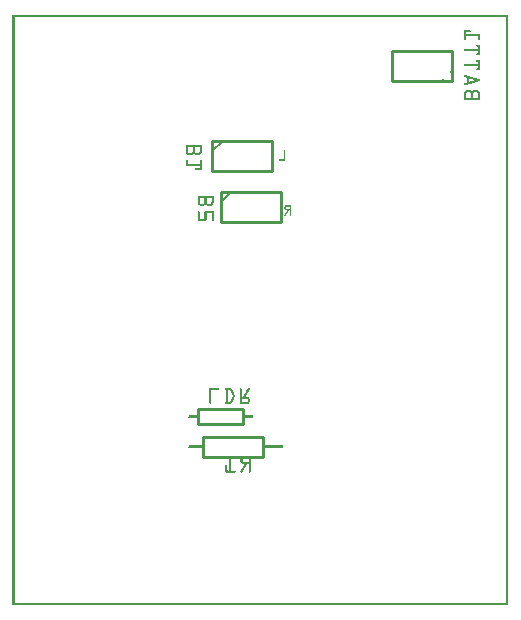
<source format=gbo>
G04 MADE WITH FRITZING*
G04 WWW.FRITZING.ORG*
G04 DOUBLE SIDED*
G04 HOLES PLATED*
G04 CONTOUR ON CENTER OF CONTOUR VECTOR*
%ASAXBY*%
%FSLAX23Y23*%
%MOIN*%
%OFA0B0*%
%SFA1.0B1.0*%
%ADD10C,0.010000*%
%ADD11C,0.005000*%
%ADD12R,0.001000X0.001000*%
%LNSILK0*%
G90*
G70*
G54D10*
X619Y605D02*
X769Y605D01*
D02*
X769Y605D02*
X769Y655D01*
D02*
X769Y655D02*
X619Y655D01*
D02*
X619Y655D02*
X619Y605D01*
D02*
X835Y563D02*
X635Y563D01*
D02*
X635Y563D02*
X635Y497D01*
D02*
X635Y497D02*
X835Y497D01*
D02*
X835Y497D02*
X835Y563D01*
D02*
X666Y1549D02*
X866Y1549D01*
D02*
X866Y1549D02*
X866Y1449D01*
D02*
X866Y1449D02*
X666Y1449D01*
D02*
X666Y1449D02*
X666Y1549D01*
G54D11*
D02*
X701Y1549D02*
X666Y1514D01*
G54D10*
D02*
X694Y1380D02*
X894Y1380D01*
D02*
X894Y1380D02*
X894Y1280D01*
D02*
X894Y1280D02*
X694Y1280D01*
D02*
X694Y1280D02*
X694Y1380D01*
G54D11*
D02*
X729Y1380D02*
X694Y1345D01*
G54D10*
D02*
X1466Y1749D02*
X1266Y1749D01*
D02*
X1266Y1749D02*
X1266Y1849D01*
D02*
X1266Y1849D02*
X1466Y1849D01*
D02*
X1466Y1849D02*
X1466Y1749D01*
G54D12*
X0Y1969D02*
X1652Y1969D01*
X0Y1968D02*
X1652Y1968D01*
X0Y1967D02*
X1652Y1967D01*
X0Y1966D02*
X1652Y1966D01*
X0Y1965D02*
X1652Y1965D01*
X0Y1964D02*
X1652Y1964D01*
X0Y1963D02*
X1652Y1963D01*
X0Y1962D02*
X1652Y1962D01*
X0Y1961D02*
X7Y1961D01*
X1645Y1961D02*
X1652Y1961D01*
X0Y1960D02*
X7Y1960D01*
X1645Y1960D02*
X1652Y1960D01*
X0Y1959D02*
X7Y1959D01*
X1645Y1959D02*
X1652Y1959D01*
X0Y1958D02*
X7Y1958D01*
X1645Y1958D02*
X1652Y1958D01*
X0Y1957D02*
X7Y1957D01*
X1645Y1957D02*
X1652Y1957D01*
X0Y1956D02*
X7Y1956D01*
X1645Y1956D02*
X1652Y1956D01*
X0Y1955D02*
X7Y1955D01*
X1645Y1955D02*
X1652Y1955D01*
X0Y1954D02*
X7Y1954D01*
X1645Y1954D02*
X1652Y1954D01*
X0Y1953D02*
X7Y1953D01*
X1645Y1953D02*
X1652Y1953D01*
X0Y1952D02*
X7Y1952D01*
X1645Y1952D02*
X1652Y1952D01*
X0Y1951D02*
X7Y1951D01*
X1645Y1951D02*
X1652Y1951D01*
X0Y1950D02*
X7Y1950D01*
X1645Y1950D02*
X1652Y1950D01*
X0Y1949D02*
X7Y1949D01*
X1645Y1949D02*
X1652Y1949D01*
X0Y1948D02*
X7Y1948D01*
X1645Y1948D02*
X1652Y1948D01*
X0Y1947D02*
X7Y1947D01*
X1645Y1947D02*
X1652Y1947D01*
X0Y1946D02*
X7Y1946D01*
X1645Y1946D02*
X1652Y1946D01*
X0Y1945D02*
X7Y1945D01*
X1645Y1945D02*
X1652Y1945D01*
X0Y1944D02*
X7Y1944D01*
X1645Y1944D02*
X1652Y1944D01*
X0Y1943D02*
X7Y1943D01*
X1645Y1943D02*
X1652Y1943D01*
X0Y1942D02*
X7Y1942D01*
X1645Y1942D02*
X1652Y1942D01*
X0Y1941D02*
X7Y1941D01*
X1645Y1941D02*
X1652Y1941D01*
X0Y1940D02*
X7Y1940D01*
X1645Y1940D02*
X1652Y1940D01*
X0Y1939D02*
X7Y1939D01*
X1645Y1939D02*
X1652Y1939D01*
X0Y1938D02*
X7Y1938D01*
X1645Y1938D02*
X1652Y1938D01*
X0Y1937D02*
X7Y1937D01*
X1645Y1937D02*
X1652Y1937D01*
X0Y1936D02*
X7Y1936D01*
X1645Y1936D02*
X1652Y1936D01*
X0Y1935D02*
X7Y1935D01*
X1645Y1935D02*
X1652Y1935D01*
X0Y1934D02*
X7Y1934D01*
X1645Y1934D02*
X1652Y1934D01*
X0Y1933D02*
X7Y1933D01*
X1645Y1933D02*
X1652Y1933D01*
X0Y1932D02*
X7Y1932D01*
X1645Y1932D02*
X1652Y1932D01*
X0Y1931D02*
X7Y1931D01*
X1645Y1931D02*
X1652Y1931D01*
X0Y1930D02*
X7Y1930D01*
X1645Y1930D02*
X1652Y1930D01*
X0Y1929D02*
X7Y1929D01*
X1645Y1929D02*
X1652Y1929D01*
X0Y1928D02*
X7Y1928D01*
X1645Y1928D02*
X1652Y1928D01*
X0Y1927D02*
X7Y1927D01*
X1645Y1927D02*
X1652Y1927D01*
X0Y1926D02*
X7Y1926D01*
X1645Y1926D02*
X1652Y1926D01*
X0Y1925D02*
X7Y1925D01*
X1645Y1925D02*
X1652Y1925D01*
X0Y1924D02*
X7Y1924D01*
X1645Y1924D02*
X1652Y1924D01*
X0Y1923D02*
X7Y1923D01*
X1645Y1923D02*
X1652Y1923D01*
X0Y1922D02*
X7Y1922D01*
X1645Y1922D02*
X1652Y1922D01*
X0Y1921D02*
X7Y1921D01*
X1645Y1921D02*
X1652Y1921D01*
X0Y1920D02*
X7Y1920D01*
X1645Y1920D02*
X1652Y1920D01*
X0Y1919D02*
X7Y1919D01*
X1506Y1919D02*
X1522Y1919D01*
X1645Y1919D02*
X1652Y1919D01*
X0Y1918D02*
X7Y1918D01*
X1505Y1918D02*
X1523Y1918D01*
X1645Y1918D02*
X1652Y1918D01*
X0Y1917D02*
X7Y1917D01*
X1505Y1917D02*
X1523Y1917D01*
X1645Y1917D02*
X1652Y1917D01*
X0Y1916D02*
X7Y1916D01*
X1505Y1916D02*
X1524Y1916D01*
X1645Y1916D02*
X1652Y1916D01*
X0Y1915D02*
X7Y1915D01*
X1505Y1915D02*
X1525Y1915D01*
X1645Y1915D02*
X1652Y1915D01*
X0Y1914D02*
X7Y1914D01*
X1505Y1914D02*
X1526Y1914D01*
X1645Y1914D02*
X1652Y1914D01*
X0Y1913D02*
X7Y1913D01*
X1505Y1913D02*
X1526Y1913D01*
X1645Y1913D02*
X1652Y1913D01*
X0Y1912D02*
X7Y1912D01*
X1505Y1912D02*
X1511Y1912D01*
X1645Y1912D02*
X1652Y1912D01*
X0Y1911D02*
X7Y1911D01*
X1505Y1911D02*
X1511Y1911D01*
X1645Y1911D02*
X1652Y1911D01*
X0Y1910D02*
X7Y1910D01*
X1505Y1910D02*
X1511Y1910D01*
X1645Y1910D02*
X1652Y1910D01*
X0Y1909D02*
X7Y1909D01*
X1505Y1909D02*
X1511Y1909D01*
X1645Y1909D02*
X1652Y1909D01*
X0Y1908D02*
X7Y1908D01*
X1505Y1908D02*
X1511Y1908D01*
X1645Y1908D02*
X1652Y1908D01*
X0Y1907D02*
X7Y1907D01*
X1505Y1907D02*
X1511Y1907D01*
X1645Y1907D02*
X1652Y1907D01*
X0Y1906D02*
X7Y1906D01*
X1505Y1906D02*
X1511Y1906D01*
X1645Y1906D02*
X1652Y1906D01*
X0Y1905D02*
X7Y1905D01*
X1505Y1905D02*
X1558Y1905D01*
X1645Y1905D02*
X1652Y1905D01*
X0Y1904D02*
X7Y1904D01*
X1505Y1904D02*
X1558Y1904D01*
X1645Y1904D02*
X1652Y1904D01*
X0Y1903D02*
X7Y1903D01*
X1505Y1903D02*
X1558Y1903D01*
X1645Y1903D02*
X1652Y1903D01*
X0Y1902D02*
X7Y1902D01*
X1505Y1902D02*
X1558Y1902D01*
X1645Y1902D02*
X1652Y1902D01*
X0Y1901D02*
X7Y1901D01*
X1505Y1901D02*
X1558Y1901D01*
X1645Y1901D02*
X1652Y1901D01*
X0Y1900D02*
X7Y1900D01*
X1505Y1900D02*
X1558Y1900D01*
X1645Y1900D02*
X1652Y1900D01*
X0Y1899D02*
X7Y1899D01*
X1505Y1899D02*
X1558Y1899D01*
X1645Y1899D02*
X1652Y1899D01*
X0Y1898D02*
X7Y1898D01*
X1505Y1898D02*
X1511Y1898D01*
X1552Y1898D02*
X1558Y1898D01*
X1645Y1898D02*
X1652Y1898D01*
X0Y1897D02*
X7Y1897D01*
X1505Y1897D02*
X1511Y1897D01*
X1552Y1897D02*
X1558Y1897D01*
X1645Y1897D02*
X1652Y1897D01*
X0Y1896D02*
X7Y1896D01*
X1505Y1896D02*
X1511Y1896D01*
X1552Y1896D02*
X1558Y1896D01*
X1645Y1896D02*
X1652Y1896D01*
X0Y1895D02*
X7Y1895D01*
X1505Y1895D02*
X1511Y1895D01*
X1552Y1895D02*
X1558Y1895D01*
X1645Y1895D02*
X1652Y1895D01*
X0Y1894D02*
X7Y1894D01*
X1505Y1894D02*
X1511Y1894D01*
X1552Y1894D02*
X1558Y1894D01*
X1645Y1894D02*
X1652Y1894D01*
X0Y1893D02*
X7Y1893D01*
X1505Y1893D02*
X1511Y1893D01*
X1552Y1893D02*
X1558Y1893D01*
X1645Y1893D02*
X1652Y1893D01*
X0Y1892D02*
X7Y1892D01*
X1505Y1892D02*
X1511Y1892D01*
X1552Y1892D02*
X1558Y1892D01*
X1645Y1892D02*
X1652Y1892D01*
X0Y1891D02*
X7Y1891D01*
X1505Y1891D02*
X1511Y1891D01*
X1552Y1891D02*
X1558Y1891D01*
X1645Y1891D02*
X1652Y1891D01*
X0Y1890D02*
X7Y1890D01*
X1505Y1890D02*
X1511Y1890D01*
X1552Y1890D02*
X1558Y1890D01*
X1645Y1890D02*
X1652Y1890D01*
X0Y1889D02*
X7Y1889D01*
X1505Y1889D02*
X1511Y1889D01*
X1552Y1889D02*
X1558Y1889D01*
X1645Y1889D02*
X1652Y1889D01*
X0Y1888D02*
X7Y1888D01*
X1505Y1888D02*
X1511Y1888D01*
X1552Y1888D02*
X1558Y1888D01*
X1645Y1888D02*
X1652Y1888D01*
X0Y1887D02*
X7Y1887D01*
X1505Y1887D02*
X1510Y1887D01*
X1552Y1887D02*
X1557Y1887D01*
X1645Y1887D02*
X1652Y1887D01*
X0Y1886D02*
X7Y1886D01*
X1506Y1886D02*
X1509Y1886D01*
X1553Y1886D02*
X1557Y1886D01*
X1645Y1886D02*
X1652Y1886D01*
X0Y1885D02*
X7Y1885D01*
X1645Y1885D02*
X1652Y1885D01*
X0Y1884D02*
X7Y1884D01*
X1645Y1884D02*
X1652Y1884D01*
X0Y1883D02*
X7Y1883D01*
X1645Y1883D02*
X1652Y1883D01*
X0Y1882D02*
X7Y1882D01*
X1645Y1882D02*
X1652Y1882D01*
X0Y1881D02*
X7Y1881D01*
X1645Y1881D02*
X1652Y1881D01*
X0Y1880D02*
X7Y1880D01*
X1645Y1880D02*
X1652Y1880D01*
X0Y1879D02*
X7Y1879D01*
X1645Y1879D02*
X1652Y1879D01*
X0Y1878D02*
X7Y1878D01*
X1645Y1878D02*
X1652Y1878D01*
X0Y1877D02*
X7Y1877D01*
X1645Y1877D02*
X1652Y1877D01*
X0Y1876D02*
X7Y1876D01*
X1645Y1876D02*
X1652Y1876D01*
X0Y1875D02*
X7Y1875D01*
X1645Y1875D02*
X1652Y1875D01*
X0Y1874D02*
X7Y1874D01*
X1645Y1874D02*
X1652Y1874D01*
X0Y1873D02*
X7Y1873D01*
X1645Y1873D02*
X1652Y1873D01*
X0Y1872D02*
X7Y1872D01*
X1645Y1872D02*
X1652Y1872D01*
X0Y1871D02*
X7Y1871D01*
X1645Y1871D02*
X1652Y1871D01*
X0Y1870D02*
X7Y1870D01*
X1645Y1870D02*
X1652Y1870D01*
X0Y1869D02*
X7Y1869D01*
X1548Y1869D02*
X1558Y1869D01*
X1645Y1869D02*
X1652Y1869D01*
X0Y1868D02*
X7Y1868D01*
X1547Y1868D02*
X1558Y1868D01*
X1645Y1868D02*
X1652Y1868D01*
X0Y1867D02*
X7Y1867D01*
X1546Y1867D02*
X1558Y1867D01*
X1645Y1867D02*
X1652Y1867D01*
X0Y1866D02*
X7Y1866D01*
X1546Y1866D02*
X1558Y1866D01*
X1645Y1866D02*
X1652Y1866D01*
X0Y1865D02*
X7Y1865D01*
X1546Y1865D02*
X1558Y1865D01*
X1645Y1865D02*
X1652Y1865D01*
X0Y1864D02*
X7Y1864D01*
X1547Y1864D02*
X1558Y1864D01*
X1645Y1864D02*
X1652Y1864D01*
X0Y1863D02*
X7Y1863D01*
X1548Y1863D02*
X1558Y1863D01*
X1645Y1863D02*
X1652Y1863D01*
X0Y1862D02*
X7Y1862D01*
X1552Y1862D02*
X1558Y1862D01*
X1645Y1862D02*
X1652Y1862D01*
X0Y1861D02*
X7Y1861D01*
X1552Y1861D02*
X1558Y1861D01*
X1645Y1861D02*
X1652Y1861D01*
X0Y1860D02*
X7Y1860D01*
X1552Y1860D02*
X1558Y1860D01*
X1645Y1860D02*
X1652Y1860D01*
X0Y1859D02*
X7Y1859D01*
X1552Y1859D02*
X1558Y1859D01*
X1645Y1859D02*
X1652Y1859D01*
X0Y1858D02*
X7Y1858D01*
X1552Y1858D02*
X1558Y1858D01*
X1645Y1858D02*
X1652Y1858D01*
X0Y1857D02*
X7Y1857D01*
X1552Y1857D02*
X1558Y1857D01*
X1645Y1857D02*
X1652Y1857D01*
X0Y1856D02*
X7Y1856D01*
X1552Y1856D02*
X1558Y1856D01*
X1645Y1856D02*
X1652Y1856D01*
X0Y1855D02*
X7Y1855D01*
X1506Y1855D02*
X1558Y1855D01*
X1645Y1855D02*
X1652Y1855D01*
X0Y1854D02*
X7Y1854D01*
X1505Y1854D02*
X1558Y1854D01*
X1645Y1854D02*
X1652Y1854D01*
X0Y1853D02*
X7Y1853D01*
X1505Y1853D02*
X1558Y1853D01*
X1645Y1853D02*
X1652Y1853D01*
X0Y1852D02*
X7Y1852D01*
X1505Y1852D02*
X1558Y1852D01*
X1645Y1852D02*
X1652Y1852D01*
X0Y1851D02*
X7Y1851D01*
X1505Y1851D02*
X1558Y1851D01*
X1645Y1851D02*
X1652Y1851D01*
X0Y1850D02*
X7Y1850D01*
X1506Y1850D02*
X1558Y1850D01*
X1645Y1850D02*
X1652Y1850D01*
X0Y1849D02*
X7Y1849D01*
X1507Y1849D02*
X1558Y1849D01*
X1645Y1849D02*
X1652Y1849D01*
X0Y1848D02*
X7Y1848D01*
X1552Y1848D02*
X1558Y1848D01*
X1645Y1848D02*
X1652Y1848D01*
X0Y1847D02*
X7Y1847D01*
X1552Y1847D02*
X1558Y1847D01*
X1645Y1847D02*
X1652Y1847D01*
X0Y1846D02*
X7Y1846D01*
X1552Y1846D02*
X1558Y1846D01*
X1645Y1846D02*
X1652Y1846D01*
X0Y1845D02*
X7Y1845D01*
X1552Y1845D02*
X1558Y1845D01*
X1645Y1845D02*
X1652Y1845D01*
X0Y1844D02*
X7Y1844D01*
X1552Y1844D02*
X1558Y1844D01*
X1645Y1844D02*
X1652Y1844D01*
X0Y1843D02*
X7Y1843D01*
X1552Y1843D02*
X1558Y1843D01*
X1645Y1843D02*
X1652Y1843D01*
X0Y1842D02*
X7Y1842D01*
X1551Y1842D02*
X1558Y1842D01*
X1645Y1842D02*
X1652Y1842D01*
X0Y1841D02*
X7Y1841D01*
X1547Y1841D02*
X1558Y1841D01*
X1645Y1841D02*
X1652Y1841D01*
X0Y1840D02*
X7Y1840D01*
X1546Y1840D02*
X1558Y1840D01*
X1645Y1840D02*
X1652Y1840D01*
X0Y1839D02*
X7Y1839D01*
X1546Y1839D02*
X1558Y1839D01*
X1645Y1839D02*
X1652Y1839D01*
X0Y1838D02*
X7Y1838D01*
X1546Y1838D02*
X1558Y1838D01*
X1645Y1838D02*
X1652Y1838D01*
X0Y1837D02*
X7Y1837D01*
X1546Y1837D02*
X1558Y1837D01*
X1645Y1837D02*
X1652Y1837D01*
X0Y1836D02*
X7Y1836D01*
X1547Y1836D02*
X1558Y1836D01*
X1645Y1836D02*
X1652Y1836D01*
X0Y1835D02*
X7Y1835D01*
X1549Y1835D02*
X1557Y1835D01*
X1645Y1835D02*
X1652Y1835D01*
X0Y1834D02*
X7Y1834D01*
X1645Y1834D02*
X1652Y1834D01*
X0Y1833D02*
X7Y1833D01*
X1645Y1833D02*
X1652Y1833D01*
X0Y1832D02*
X7Y1832D01*
X1645Y1832D02*
X1652Y1832D01*
X0Y1831D02*
X7Y1831D01*
X1645Y1831D02*
X1652Y1831D01*
X0Y1830D02*
X7Y1830D01*
X1645Y1830D02*
X1652Y1830D01*
X0Y1829D02*
X7Y1829D01*
X1645Y1829D02*
X1652Y1829D01*
X0Y1828D02*
X7Y1828D01*
X1645Y1828D02*
X1652Y1828D01*
X0Y1827D02*
X7Y1827D01*
X1645Y1827D02*
X1652Y1827D01*
X0Y1826D02*
X7Y1826D01*
X1645Y1826D02*
X1652Y1826D01*
X0Y1825D02*
X7Y1825D01*
X1645Y1825D02*
X1652Y1825D01*
X0Y1824D02*
X7Y1824D01*
X1645Y1824D02*
X1652Y1824D01*
X0Y1823D02*
X7Y1823D01*
X1645Y1823D02*
X1652Y1823D01*
X0Y1822D02*
X7Y1822D01*
X1645Y1822D02*
X1652Y1822D01*
X0Y1821D02*
X7Y1821D01*
X1645Y1821D02*
X1652Y1821D01*
X0Y1820D02*
X7Y1820D01*
X1645Y1820D02*
X1652Y1820D01*
X0Y1819D02*
X7Y1819D01*
X1548Y1819D02*
X1558Y1819D01*
X1645Y1819D02*
X1652Y1819D01*
X0Y1818D02*
X7Y1818D01*
X1547Y1818D02*
X1558Y1818D01*
X1645Y1818D02*
X1652Y1818D01*
X0Y1817D02*
X7Y1817D01*
X1546Y1817D02*
X1558Y1817D01*
X1645Y1817D02*
X1652Y1817D01*
X0Y1816D02*
X7Y1816D01*
X1546Y1816D02*
X1558Y1816D01*
X1645Y1816D02*
X1652Y1816D01*
X0Y1815D02*
X7Y1815D01*
X1546Y1815D02*
X1558Y1815D01*
X1645Y1815D02*
X1652Y1815D01*
X0Y1814D02*
X7Y1814D01*
X1546Y1814D02*
X1558Y1814D01*
X1645Y1814D02*
X1652Y1814D01*
X0Y1813D02*
X7Y1813D01*
X1547Y1813D02*
X1558Y1813D01*
X1645Y1813D02*
X1652Y1813D01*
X0Y1812D02*
X7Y1812D01*
X1552Y1812D02*
X1558Y1812D01*
X1645Y1812D02*
X1652Y1812D01*
X0Y1811D02*
X7Y1811D01*
X1552Y1811D02*
X1558Y1811D01*
X1645Y1811D02*
X1652Y1811D01*
X0Y1810D02*
X7Y1810D01*
X1552Y1810D02*
X1558Y1810D01*
X1645Y1810D02*
X1652Y1810D01*
X0Y1809D02*
X7Y1809D01*
X1552Y1809D02*
X1558Y1809D01*
X1645Y1809D02*
X1652Y1809D01*
X0Y1808D02*
X7Y1808D01*
X1552Y1808D02*
X1558Y1808D01*
X1645Y1808D02*
X1652Y1808D01*
X0Y1807D02*
X7Y1807D01*
X1552Y1807D02*
X1558Y1807D01*
X1645Y1807D02*
X1652Y1807D01*
X0Y1806D02*
X7Y1806D01*
X1552Y1806D02*
X1558Y1806D01*
X1645Y1806D02*
X1652Y1806D01*
X0Y1805D02*
X7Y1805D01*
X1506Y1805D02*
X1558Y1805D01*
X1645Y1805D02*
X1652Y1805D01*
X0Y1804D02*
X7Y1804D01*
X1505Y1804D02*
X1558Y1804D01*
X1645Y1804D02*
X1652Y1804D01*
X0Y1803D02*
X7Y1803D01*
X1505Y1803D02*
X1558Y1803D01*
X1645Y1803D02*
X1652Y1803D01*
X0Y1802D02*
X7Y1802D01*
X1505Y1802D02*
X1558Y1802D01*
X1645Y1802D02*
X1652Y1802D01*
X0Y1801D02*
X7Y1801D01*
X1505Y1801D02*
X1558Y1801D01*
X1645Y1801D02*
X1652Y1801D01*
X0Y1800D02*
X7Y1800D01*
X1505Y1800D02*
X1558Y1800D01*
X1645Y1800D02*
X1652Y1800D01*
X0Y1799D02*
X7Y1799D01*
X1506Y1799D02*
X1558Y1799D01*
X1645Y1799D02*
X1652Y1799D01*
X0Y1798D02*
X7Y1798D01*
X1552Y1798D02*
X1558Y1798D01*
X1645Y1798D02*
X1652Y1798D01*
X0Y1797D02*
X7Y1797D01*
X1552Y1797D02*
X1558Y1797D01*
X1645Y1797D02*
X1652Y1797D01*
X0Y1796D02*
X7Y1796D01*
X1552Y1796D02*
X1558Y1796D01*
X1645Y1796D02*
X1652Y1796D01*
X0Y1795D02*
X7Y1795D01*
X1552Y1795D02*
X1558Y1795D01*
X1645Y1795D02*
X1652Y1795D01*
X0Y1794D02*
X7Y1794D01*
X1552Y1794D02*
X1558Y1794D01*
X1645Y1794D02*
X1652Y1794D01*
X0Y1793D02*
X7Y1793D01*
X1552Y1793D02*
X1558Y1793D01*
X1645Y1793D02*
X1652Y1793D01*
X0Y1792D02*
X7Y1792D01*
X1552Y1792D02*
X1558Y1792D01*
X1645Y1792D02*
X1652Y1792D01*
X0Y1791D02*
X7Y1791D01*
X1547Y1791D02*
X1558Y1791D01*
X1645Y1791D02*
X1652Y1791D01*
X0Y1790D02*
X7Y1790D01*
X1546Y1790D02*
X1558Y1790D01*
X1645Y1790D02*
X1652Y1790D01*
X0Y1789D02*
X7Y1789D01*
X1546Y1789D02*
X1558Y1789D01*
X1645Y1789D02*
X1652Y1789D01*
X0Y1788D02*
X7Y1788D01*
X1546Y1788D02*
X1558Y1788D01*
X1645Y1788D02*
X1652Y1788D01*
X0Y1787D02*
X7Y1787D01*
X1546Y1787D02*
X1558Y1787D01*
X1645Y1787D02*
X1652Y1787D01*
X0Y1786D02*
X7Y1786D01*
X1463Y1786D02*
X1464Y1786D01*
X1547Y1786D02*
X1558Y1786D01*
X1645Y1786D02*
X1652Y1786D01*
X0Y1785D02*
X7Y1785D01*
X1462Y1785D02*
X1465Y1785D01*
X1548Y1785D02*
X1558Y1785D01*
X1645Y1785D02*
X1652Y1785D01*
X0Y1784D02*
X7Y1784D01*
X1461Y1784D02*
X1466Y1784D01*
X1645Y1784D02*
X1652Y1784D01*
X0Y1783D02*
X7Y1783D01*
X1460Y1783D02*
X1466Y1783D01*
X1645Y1783D02*
X1652Y1783D01*
X0Y1782D02*
X7Y1782D01*
X1460Y1782D02*
X1465Y1782D01*
X1645Y1782D02*
X1652Y1782D01*
X0Y1781D02*
X7Y1781D01*
X1460Y1781D02*
X1464Y1781D01*
X1645Y1781D02*
X1652Y1781D01*
X0Y1780D02*
X7Y1780D01*
X1460Y1780D02*
X1463Y1780D01*
X1645Y1780D02*
X1652Y1780D01*
X0Y1779D02*
X7Y1779D01*
X1460Y1779D02*
X1462Y1779D01*
X1645Y1779D02*
X1652Y1779D01*
X0Y1778D02*
X7Y1778D01*
X1460Y1778D02*
X1461Y1778D01*
X1645Y1778D02*
X1652Y1778D01*
X0Y1777D02*
X7Y1777D01*
X1460Y1777D02*
X1460Y1777D01*
X1645Y1777D02*
X1652Y1777D01*
X0Y1776D02*
X7Y1776D01*
X1645Y1776D02*
X1652Y1776D01*
X0Y1775D02*
X7Y1775D01*
X1645Y1775D02*
X1652Y1775D01*
X0Y1774D02*
X7Y1774D01*
X1645Y1774D02*
X1652Y1774D01*
X0Y1773D02*
X7Y1773D01*
X1645Y1773D02*
X1652Y1773D01*
X0Y1772D02*
X7Y1772D01*
X1645Y1772D02*
X1652Y1772D01*
X0Y1771D02*
X7Y1771D01*
X1645Y1771D02*
X1652Y1771D01*
X0Y1770D02*
X7Y1770D01*
X1645Y1770D02*
X1652Y1770D01*
X0Y1769D02*
X7Y1769D01*
X1507Y1769D02*
X1508Y1769D01*
X1645Y1769D02*
X1652Y1769D01*
X0Y1768D02*
X7Y1768D01*
X1506Y1768D02*
X1511Y1768D01*
X1645Y1768D02*
X1652Y1768D01*
X0Y1767D02*
X7Y1767D01*
X1505Y1767D02*
X1515Y1767D01*
X1645Y1767D02*
X1652Y1767D01*
X0Y1766D02*
X7Y1766D01*
X1505Y1766D02*
X1518Y1766D01*
X1645Y1766D02*
X1652Y1766D01*
X0Y1765D02*
X7Y1765D01*
X1505Y1765D02*
X1522Y1765D01*
X1645Y1765D02*
X1652Y1765D01*
X0Y1764D02*
X7Y1764D01*
X1505Y1764D02*
X1525Y1764D01*
X1645Y1764D02*
X1652Y1764D01*
X0Y1763D02*
X7Y1763D01*
X1506Y1763D02*
X1528Y1763D01*
X1645Y1763D02*
X1652Y1763D01*
X0Y1762D02*
X7Y1762D01*
X1508Y1762D02*
X1532Y1762D01*
X1645Y1762D02*
X1652Y1762D01*
X0Y1761D02*
X7Y1761D01*
X1511Y1761D02*
X1535Y1761D01*
X1645Y1761D02*
X1652Y1761D01*
X0Y1760D02*
X7Y1760D01*
X1515Y1760D02*
X1539Y1760D01*
X1645Y1760D02*
X1652Y1760D01*
X0Y1759D02*
X7Y1759D01*
X1516Y1759D02*
X1542Y1759D01*
X1645Y1759D02*
X1652Y1759D01*
X0Y1758D02*
X7Y1758D01*
X1516Y1758D02*
X1546Y1758D01*
X1645Y1758D02*
X1652Y1758D01*
X0Y1757D02*
X7Y1757D01*
X1516Y1757D02*
X1523Y1757D01*
X1525Y1757D02*
X1549Y1757D01*
X1645Y1757D02*
X1652Y1757D01*
X0Y1756D02*
X7Y1756D01*
X1433Y1756D02*
X1439Y1756D01*
X1516Y1756D02*
X1522Y1756D01*
X1528Y1756D02*
X1552Y1756D01*
X1645Y1756D02*
X1652Y1756D01*
X0Y1755D02*
X7Y1755D01*
X1432Y1755D02*
X1438Y1755D01*
X1516Y1755D02*
X1522Y1755D01*
X1532Y1755D02*
X1556Y1755D01*
X1645Y1755D02*
X1652Y1755D01*
X0Y1754D02*
X7Y1754D01*
X1431Y1754D02*
X1437Y1754D01*
X1516Y1754D02*
X1522Y1754D01*
X1535Y1754D02*
X1557Y1754D01*
X1645Y1754D02*
X1652Y1754D01*
X0Y1753D02*
X7Y1753D01*
X1430Y1753D02*
X1436Y1753D01*
X1516Y1753D02*
X1522Y1753D01*
X1539Y1753D02*
X1558Y1753D01*
X1645Y1753D02*
X1652Y1753D01*
X0Y1752D02*
X7Y1752D01*
X1429Y1752D02*
X1435Y1752D01*
X1516Y1752D02*
X1522Y1752D01*
X1542Y1752D02*
X1558Y1752D01*
X1645Y1752D02*
X1652Y1752D01*
X0Y1751D02*
X7Y1751D01*
X1430Y1751D02*
X1434Y1751D01*
X1516Y1751D02*
X1522Y1751D01*
X1540Y1751D02*
X1558Y1751D01*
X1645Y1751D02*
X1652Y1751D01*
X0Y1750D02*
X7Y1750D01*
X1431Y1750D02*
X1433Y1750D01*
X1516Y1750D02*
X1522Y1750D01*
X1537Y1750D02*
X1557Y1750D01*
X1645Y1750D02*
X1652Y1750D01*
X0Y1749D02*
X7Y1749D01*
X1432Y1749D02*
X1432Y1749D01*
X1516Y1749D02*
X1522Y1749D01*
X1533Y1749D02*
X1556Y1749D01*
X1645Y1749D02*
X1652Y1749D01*
X0Y1748D02*
X7Y1748D01*
X1516Y1748D02*
X1522Y1748D01*
X1530Y1748D02*
X1554Y1748D01*
X1645Y1748D02*
X1652Y1748D01*
X0Y1747D02*
X7Y1747D01*
X1516Y1747D02*
X1522Y1747D01*
X1526Y1747D02*
X1550Y1747D01*
X1645Y1747D02*
X1652Y1747D01*
X0Y1746D02*
X7Y1746D01*
X1516Y1746D02*
X1547Y1746D01*
X1645Y1746D02*
X1652Y1746D01*
X0Y1745D02*
X7Y1745D01*
X1516Y1745D02*
X1544Y1745D01*
X1645Y1745D02*
X1652Y1745D01*
X0Y1744D02*
X7Y1744D01*
X1516Y1744D02*
X1540Y1744D01*
X1645Y1744D02*
X1652Y1744D01*
X0Y1743D02*
X7Y1743D01*
X1513Y1743D02*
X1537Y1743D01*
X1645Y1743D02*
X1652Y1743D01*
X0Y1742D02*
X7Y1742D01*
X1509Y1742D02*
X1533Y1742D01*
X1645Y1742D02*
X1652Y1742D01*
X0Y1741D02*
X7Y1741D01*
X1506Y1741D02*
X1530Y1741D01*
X1645Y1741D02*
X1652Y1741D01*
X0Y1740D02*
X7Y1740D01*
X1505Y1740D02*
X1526Y1740D01*
X1645Y1740D02*
X1652Y1740D01*
X0Y1739D02*
X7Y1739D01*
X1505Y1739D02*
X1523Y1739D01*
X1645Y1739D02*
X1652Y1739D01*
X0Y1738D02*
X7Y1738D01*
X1505Y1738D02*
X1520Y1738D01*
X1645Y1738D02*
X1652Y1738D01*
X0Y1737D02*
X7Y1737D01*
X1505Y1737D02*
X1516Y1737D01*
X1645Y1737D02*
X1652Y1737D01*
X0Y1736D02*
X7Y1736D01*
X1505Y1736D02*
X1513Y1736D01*
X1645Y1736D02*
X1652Y1736D01*
X0Y1735D02*
X7Y1735D01*
X1506Y1735D02*
X1509Y1735D01*
X1645Y1735D02*
X1652Y1735D01*
X0Y1734D02*
X7Y1734D01*
X1645Y1734D02*
X1652Y1734D01*
X0Y1733D02*
X7Y1733D01*
X1645Y1733D02*
X1652Y1733D01*
X0Y1732D02*
X7Y1732D01*
X1645Y1732D02*
X1652Y1732D01*
X0Y1731D02*
X7Y1731D01*
X1645Y1731D02*
X1652Y1731D01*
X0Y1730D02*
X7Y1730D01*
X1645Y1730D02*
X1652Y1730D01*
X0Y1729D02*
X7Y1729D01*
X1645Y1729D02*
X1652Y1729D01*
X0Y1728D02*
X7Y1728D01*
X1645Y1728D02*
X1652Y1728D01*
X0Y1727D02*
X7Y1727D01*
X1645Y1727D02*
X1652Y1727D01*
X0Y1726D02*
X7Y1726D01*
X1645Y1726D02*
X1652Y1726D01*
X0Y1725D02*
X7Y1725D01*
X1645Y1725D02*
X1652Y1725D01*
X0Y1724D02*
X7Y1724D01*
X1645Y1724D02*
X1652Y1724D01*
X0Y1723D02*
X7Y1723D01*
X1645Y1723D02*
X1652Y1723D01*
X0Y1722D02*
X7Y1722D01*
X1645Y1722D02*
X1652Y1722D01*
X0Y1721D02*
X7Y1721D01*
X1645Y1721D02*
X1652Y1721D01*
X0Y1720D02*
X7Y1720D01*
X1645Y1720D02*
X1652Y1720D01*
X0Y1719D02*
X7Y1719D01*
X1645Y1719D02*
X1652Y1719D01*
X0Y1718D02*
X7Y1718D01*
X1514Y1718D02*
X1525Y1718D01*
X1537Y1718D02*
X1549Y1718D01*
X1645Y1718D02*
X1652Y1718D01*
X0Y1717D02*
X7Y1717D01*
X1512Y1717D02*
X1527Y1717D01*
X1535Y1717D02*
X1551Y1717D01*
X1645Y1717D02*
X1652Y1717D01*
X0Y1716D02*
X7Y1716D01*
X1510Y1716D02*
X1529Y1716D01*
X1534Y1716D02*
X1552Y1716D01*
X1645Y1716D02*
X1652Y1716D01*
X0Y1715D02*
X7Y1715D01*
X1509Y1715D02*
X1530Y1715D01*
X1533Y1715D02*
X1553Y1715D01*
X1645Y1715D02*
X1652Y1715D01*
X0Y1714D02*
X7Y1714D01*
X1508Y1714D02*
X1554Y1714D01*
X1645Y1714D02*
X1652Y1714D01*
X0Y1713D02*
X7Y1713D01*
X1507Y1713D02*
X1555Y1713D01*
X1645Y1713D02*
X1652Y1713D01*
X0Y1712D02*
X7Y1712D01*
X1507Y1712D02*
X1556Y1712D01*
X1645Y1712D02*
X1652Y1712D01*
X0Y1711D02*
X7Y1711D01*
X1506Y1711D02*
X1514Y1711D01*
X1525Y1711D02*
X1538Y1711D01*
X1548Y1711D02*
X1556Y1711D01*
X1645Y1711D02*
X1652Y1711D01*
X0Y1710D02*
X7Y1710D01*
X1506Y1710D02*
X1513Y1710D01*
X1526Y1710D02*
X1537Y1710D01*
X1549Y1710D02*
X1557Y1710D01*
X1645Y1710D02*
X1652Y1710D01*
X0Y1709D02*
X7Y1709D01*
X1505Y1709D02*
X1512Y1709D01*
X1527Y1709D02*
X1536Y1709D01*
X1550Y1709D02*
X1557Y1709D01*
X1645Y1709D02*
X1652Y1709D01*
X0Y1708D02*
X7Y1708D01*
X1505Y1708D02*
X1511Y1708D01*
X1527Y1708D02*
X1535Y1708D01*
X1551Y1708D02*
X1557Y1708D01*
X1645Y1708D02*
X1652Y1708D01*
X0Y1707D02*
X7Y1707D01*
X1505Y1707D02*
X1511Y1707D01*
X1528Y1707D02*
X1535Y1707D01*
X1551Y1707D02*
X1558Y1707D01*
X1645Y1707D02*
X1652Y1707D01*
X0Y1706D02*
X7Y1706D01*
X1505Y1706D02*
X1511Y1706D01*
X1528Y1706D02*
X1534Y1706D01*
X1552Y1706D02*
X1558Y1706D01*
X1645Y1706D02*
X1652Y1706D01*
X0Y1705D02*
X7Y1705D01*
X1505Y1705D02*
X1511Y1705D01*
X1528Y1705D02*
X1534Y1705D01*
X1552Y1705D02*
X1558Y1705D01*
X1645Y1705D02*
X1652Y1705D01*
X0Y1704D02*
X7Y1704D01*
X1505Y1704D02*
X1511Y1704D01*
X1528Y1704D02*
X1534Y1704D01*
X1552Y1704D02*
X1558Y1704D01*
X1645Y1704D02*
X1652Y1704D01*
X0Y1703D02*
X7Y1703D01*
X1505Y1703D02*
X1511Y1703D01*
X1528Y1703D02*
X1534Y1703D01*
X1552Y1703D02*
X1558Y1703D01*
X1645Y1703D02*
X1652Y1703D01*
X0Y1702D02*
X7Y1702D01*
X1505Y1702D02*
X1511Y1702D01*
X1528Y1702D02*
X1534Y1702D01*
X1552Y1702D02*
X1558Y1702D01*
X1645Y1702D02*
X1652Y1702D01*
X0Y1701D02*
X7Y1701D01*
X1505Y1701D02*
X1511Y1701D01*
X1528Y1701D02*
X1534Y1701D01*
X1552Y1701D02*
X1558Y1701D01*
X1645Y1701D02*
X1652Y1701D01*
X0Y1700D02*
X7Y1700D01*
X1505Y1700D02*
X1511Y1700D01*
X1528Y1700D02*
X1534Y1700D01*
X1552Y1700D02*
X1558Y1700D01*
X1645Y1700D02*
X1652Y1700D01*
X0Y1699D02*
X7Y1699D01*
X1505Y1699D02*
X1511Y1699D01*
X1528Y1699D02*
X1534Y1699D01*
X1552Y1699D02*
X1558Y1699D01*
X1645Y1699D02*
X1652Y1699D01*
X0Y1698D02*
X7Y1698D01*
X1505Y1698D02*
X1511Y1698D01*
X1528Y1698D02*
X1534Y1698D01*
X1552Y1698D02*
X1558Y1698D01*
X1645Y1698D02*
X1652Y1698D01*
X0Y1697D02*
X7Y1697D01*
X1505Y1697D02*
X1511Y1697D01*
X1528Y1697D02*
X1534Y1697D01*
X1552Y1697D02*
X1558Y1697D01*
X1645Y1697D02*
X1652Y1697D01*
X0Y1696D02*
X7Y1696D01*
X1505Y1696D02*
X1511Y1696D01*
X1528Y1696D02*
X1534Y1696D01*
X1552Y1696D02*
X1558Y1696D01*
X1645Y1696D02*
X1652Y1696D01*
X0Y1695D02*
X7Y1695D01*
X1505Y1695D02*
X1511Y1695D01*
X1528Y1695D02*
X1534Y1695D01*
X1552Y1695D02*
X1558Y1695D01*
X1645Y1695D02*
X1652Y1695D01*
X0Y1694D02*
X7Y1694D01*
X1505Y1694D02*
X1511Y1694D01*
X1528Y1694D02*
X1534Y1694D01*
X1552Y1694D02*
X1558Y1694D01*
X1645Y1694D02*
X1652Y1694D01*
X0Y1693D02*
X7Y1693D01*
X1505Y1693D02*
X1511Y1693D01*
X1528Y1693D02*
X1534Y1693D01*
X1552Y1693D02*
X1558Y1693D01*
X1645Y1693D02*
X1652Y1693D01*
X0Y1692D02*
X7Y1692D01*
X1505Y1692D02*
X1511Y1692D01*
X1528Y1692D02*
X1534Y1692D01*
X1552Y1692D02*
X1558Y1692D01*
X1645Y1692D02*
X1652Y1692D01*
X0Y1691D02*
X7Y1691D01*
X1505Y1691D02*
X1558Y1691D01*
X1645Y1691D02*
X1652Y1691D01*
X0Y1690D02*
X7Y1690D01*
X1505Y1690D02*
X1558Y1690D01*
X1645Y1690D02*
X1652Y1690D01*
X0Y1689D02*
X7Y1689D01*
X1505Y1689D02*
X1558Y1689D01*
X1645Y1689D02*
X1652Y1689D01*
X0Y1688D02*
X7Y1688D01*
X1505Y1688D02*
X1558Y1688D01*
X1645Y1688D02*
X1652Y1688D01*
X0Y1687D02*
X7Y1687D01*
X1505Y1687D02*
X1558Y1687D01*
X1645Y1687D02*
X1652Y1687D01*
X0Y1686D02*
X7Y1686D01*
X1505Y1686D02*
X1558Y1686D01*
X1645Y1686D02*
X1652Y1686D01*
X0Y1685D02*
X7Y1685D01*
X1505Y1685D02*
X1558Y1685D01*
X1645Y1685D02*
X1652Y1685D01*
X0Y1684D02*
X7Y1684D01*
X1645Y1684D02*
X1652Y1684D01*
X0Y1683D02*
X7Y1683D01*
X1645Y1683D02*
X1652Y1683D01*
X0Y1682D02*
X7Y1682D01*
X1645Y1682D02*
X1652Y1682D01*
X0Y1681D02*
X7Y1681D01*
X1645Y1681D02*
X1652Y1681D01*
X0Y1680D02*
X7Y1680D01*
X1645Y1680D02*
X1652Y1680D01*
X0Y1679D02*
X7Y1679D01*
X1645Y1679D02*
X1652Y1679D01*
X0Y1678D02*
X7Y1678D01*
X1645Y1678D02*
X1652Y1678D01*
X0Y1677D02*
X7Y1677D01*
X1645Y1677D02*
X1652Y1677D01*
X0Y1676D02*
X7Y1676D01*
X1645Y1676D02*
X1652Y1676D01*
X0Y1675D02*
X7Y1675D01*
X1645Y1675D02*
X1652Y1675D01*
X0Y1674D02*
X7Y1674D01*
X1645Y1674D02*
X1652Y1674D01*
X0Y1673D02*
X7Y1673D01*
X1645Y1673D02*
X1652Y1673D01*
X0Y1672D02*
X7Y1672D01*
X1645Y1672D02*
X1652Y1672D01*
X0Y1671D02*
X7Y1671D01*
X1645Y1671D02*
X1652Y1671D01*
X0Y1670D02*
X7Y1670D01*
X1645Y1670D02*
X1652Y1670D01*
X0Y1669D02*
X7Y1669D01*
X1645Y1669D02*
X1652Y1669D01*
X0Y1668D02*
X7Y1668D01*
X1645Y1668D02*
X1652Y1668D01*
X0Y1667D02*
X7Y1667D01*
X1645Y1667D02*
X1652Y1667D01*
X0Y1666D02*
X7Y1666D01*
X1645Y1666D02*
X1652Y1666D01*
X0Y1665D02*
X7Y1665D01*
X1645Y1665D02*
X1652Y1665D01*
X0Y1664D02*
X7Y1664D01*
X1645Y1664D02*
X1652Y1664D01*
X0Y1663D02*
X7Y1663D01*
X1645Y1663D02*
X1652Y1663D01*
X0Y1662D02*
X7Y1662D01*
X1645Y1662D02*
X1652Y1662D01*
X0Y1661D02*
X7Y1661D01*
X1645Y1661D02*
X1652Y1661D01*
X0Y1660D02*
X7Y1660D01*
X1645Y1660D02*
X1652Y1660D01*
X0Y1659D02*
X7Y1659D01*
X1645Y1659D02*
X1652Y1659D01*
X0Y1658D02*
X7Y1658D01*
X1645Y1658D02*
X1652Y1658D01*
X0Y1657D02*
X7Y1657D01*
X1645Y1657D02*
X1652Y1657D01*
X0Y1656D02*
X7Y1656D01*
X1645Y1656D02*
X1652Y1656D01*
X0Y1655D02*
X7Y1655D01*
X1645Y1655D02*
X1652Y1655D01*
X0Y1654D02*
X7Y1654D01*
X1645Y1654D02*
X1652Y1654D01*
X0Y1653D02*
X7Y1653D01*
X1645Y1653D02*
X1652Y1653D01*
X0Y1652D02*
X7Y1652D01*
X1645Y1652D02*
X1652Y1652D01*
X0Y1651D02*
X7Y1651D01*
X1645Y1651D02*
X1652Y1651D01*
X0Y1650D02*
X7Y1650D01*
X1645Y1650D02*
X1652Y1650D01*
X0Y1649D02*
X7Y1649D01*
X1645Y1649D02*
X1652Y1649D01*
X0Y1648D02*
X7Y1648D01*
X1645Y1648D02*
X1652Y1648D01*
X0Y1647D02*
X7Y1647D01*
X1645Y1647D02*
X1652Y1647D01*
X0Y1646D02*
X7Y1646D01*
X1645Y1646D02*
X1652Y1646D01*
X0Y1645D02*
X7Y1645D01*
X1645Y1645D02*
X1652Y1645D01*
X0Y1644D02*
X7Y1644D01*
X1645Y1644D02*
X1652Y1644D01*
X0Y1643D02*
X7Y1643D01*
X1645Y1643D02*
X1652Y1643D01*
X0Y1642D02*
X7Y1642D01*
X1645Y1642D02*
X1652Y1642D01*
X0Y1641D02*
X7Y1641D01*
X1645Y1641D02*
X1652Y1641D01*
X0Y1640D02*
X7Y1640D01*
X1645Y1640D02*
X1652Y1640D01*
X0Y1639D02*
X7Y1639D01*
X1645Y1639D02*
X1652Y1639D01*
X0Y1638D02*
X7Y1638D01*
X1645Y1638D02*
X1652Y1638D01*
X0Y1637D02*
X7Y1637D01*
X1645Y1637D02*
X1652Y1637D01*
X0Y1636D02*
X7Y1636D01*
X1645Y1636D02*
X1652Y1636D01*
X0Y1635D02*
X7Y1635D01*
X1645Y1635D02*
X1652Y1635D01*
X0Y1634D02*
X7Y1634D01*
X1645Y1634D02*
X1652Y1634D01*
X0Y1633D02*
X7Y1633D01*
X1645Y1633D02*
X1652Y1633D01*
X0Y1632D02*
X7Y1632D01*
X1645Y1632D02*
X1652Y1632D01*
X0Y1631D02*
X7Y1631D01*
X1645Y1631D02*
X1652Y1631D01*
X0Y1630D02*
X7Y1630D01*
X1645Y1630D02*
X1652Y1630D01*
X0Y1629D02*
X7Y1629D01*
X1645Y1629D02*
X1652Y1629D01*
X0Y1628D02*
X7Y1628D01*
X1645Y1628D02*
X1652Y1628D01*
X0Y1627D02*
X7Y1627D01*
X1645Y1627D02*
X1652Y1627D01*
X0Y1626D02*
X7Y1626D01*
X1645Y1626D02*
X1652Y1626D01*
X0Y1625D02*
X7Y1625D01*
X1645Y1625D02*
X1652Y1625D01*
X0Y1624D02*
X7Y1624D01*
X1645Y1624D02*
X1652Y1624D01*
X0Y1623D02*
X7Y1623D01*
X1645Y1623D02*
X1652Y1623D01*
X0Y1622D02*
X7Y1622D01*
X1645Y1622D02*
X1652Y1622D01*
X0Y1621D02*
X7Y1621D01*
X1645Y1621D02*
X1652Y1621D01*
X0Y1620D02*
X7Y1620D01*
X1645Y1620D02*
X1652Y1620D01*
X0Y1619D02*
X7Y1619D01*
X1645Y1619D02*
X1652Y1619D01*
X0Y1618D02*
X7Y1618D01*
X1645Y1618D02*
X1652Y1618D01*
X0Y1617D02*
X7Y1617D01*
X1645Y1617D02*
X1652Y1617D01*
X0Y1616D02*
X7Y1616D01*
X1645Y1616D02*
X1652Y1616D01*
X0Y1615D02*
X7Y1615D01*
X1645Y1615D02*
X1652Y1615D01*
X0Y1614D02*
X7Y1614D01*
X1645Y1614D02*
X1652Y1614D01*
X0Y1613D02*
X7Y1613D01*
X1645Y1613D02*
X1652Y1613D01*
X0Y1612D02*
X7Y1612D01*
X1645Y1612D02*
X1652Y1612D01*
X0Y1611D02*
X7Y1611D01*
X1645Y1611D02*
X1652Y1611D01*
X0Y1610D02*
X7Y1610D01*
X1645Y1610D02*
X1652Y1610D01*
X0Y1609D02*
X7Y1609D01*
X1645Y1609D02*
X1652Y1609D01*
X0Y1608D02*
X7Y1608D01*
X1645Y1608D02*
X1652Y1608D01*
X0Y1607D02*
X7Y1607D01*
X1645Y1607D02*
X1652Y1607D01*
X0Y1606D02*
X7Y1606D01*
X1645Y1606D02*
X1652Y1606D01*
X0Y1605D02*
X7Y1605D01*
X1645Y1605D02*
X1652Y1605D01*
X0Y1604D02*
X7Y1604D01*
X1645Y1604D02*
X1652Y1604D01*
X0Y1603D02*
X7Y1603D01*
X1645Y1603D02*
X1652Y1603D01*
X0Y1602D02*
X7Y1602D01*
X1645Y1602D02*
X1652Y1602D01*
X0Y1601D02*
X7Y1601D01*
X1645Y1601D02*
X1652Y1601D01*
X0Y1600D02*
X7Y1600D01*
X1645Y1600D02*
X1652Y1600D01*
X0Y1599D02*
X7Y1599D01*
X1645Y1599D02*
X1652Y1599D01*
X0Y1598D02*
X7Y1598D01*
X1645Y1598D02*
X1652Y1598D01*
X0Y1597D02*
X7Y1597D01*
X1645Y1597D02*
X1652Y1597D01*
X0Y1596D02*
X7Y1596D01*
X1645Y1596D02*
X1652Y1596D01*
X0Y1595D02*
X7Y1595D01*
X1645Y1595D02*
X1652Y1595D01*
X0Y1594D02*
X7Y1594D01*
X1645Y1594D02*
X1652Y1594D01*
X0Y1593D02*
X7Y1593D01*
X1645Y1593D02*
X1652Y1593D01*
X0Y1592D02*
X7Y1592D01*
X1645Y1592D02*
X1652Y1592D01*
X0Y1591D02*
X7Y1591D01*
X1645Y1591D02*
X1652Y1591D01*
X0Y1590D02*
X7Y1590D01*
X1645Y1590D02*
X1652Y1590D01*
X0Y1589D02*
X7Y1589D01*
X1645Y1589D02*
X1652Y1589D01*
X0Y1588D02*
X7Y1588D01*
X1645Y1588D02*
X1652Y1588D01*
X0Y1587D02*
X7Y1587D01*
X1645Y1587D02*
X1652Y1587D01*
X0Y1586D02*
X7Y1586D01*
X1645Y1586D02*
X1652Y1586D01*
X0Y1585D02*
X7Y1585D01*
X1645Y1585D02*
X1652Y1585D01*
X0Y1584D02*
X7Y1584D01*
X1645Y1584D02*
X1652Y1584D01*
X0Y1583D02*
X7Y1583D01*
X1645Y1583D02*
X1652Y1583D01*
X0Y1582D02*
X7Y1582D01*
X1645Y1582D02*
X1652Y1582D01*
X0Y1581D02*
X7Y1581D01*
X1645Y1581D02*
X1652Y1581D01*
X0Y1580D02*
X7Y1580D01*
X1645Y1580D02*
X1652Y1580D01*
X0Y1579D02*
X7Y1579D01*
X1645Y1579D02*
X1652Y1579D01*
X0Y1578D02*
X7Y1578D01*
X1645Y1578D02*
X1652Y1578D01*
X0Y1577D02*
X7Y1577D01*
X1645Y1577D02*
X1652Y1577D01*
X0Y1576D02*
X7Y1576D01*
X1645Y1576D02*
X1652Y1576D01*
X0Y1575D02*
X7Y1575D01*
X1645Y1575D02*
X1652Y1575D01*
X0Y1574D02*
X7Y1574D01*
X1645Y1574D02*
X1652Y1574D01*
X0Y1573D02*
X7Y1573D01*
X1645Y1573D02*
X1652Y1573D01*
X0Y1572D02*
X7Y1572D01*
X1645Y1572D02*
X1652Y1572D01*
X0Y1571D02*
X7Y1571D01*
X1645Y1571D02*
X1652Y1571D01*
X0Y1570D02*
X7Y1570D01*
X1645Y1570D02*
X1652Y1570D01*
X0Y1569D02*
X7Y1569D01*
X1645Y1569D02*
X1652Y1569D01*
X0Y1568D02*
X7Y1568D01*
X1645Y1568D02*
X1652Y1568D01*
X0Y1567D02*
X7Y1567D01*
X1645Y1567D02*
X1652Y1567D01*
X0Y1566D02*
X7Y1566D01*
X1645Y1566D02*
X1652Y1566D01*
X0Y1565D02*
X7Y1565D01*
X1645Y1565D02*
X1652Y1565D01*
X0Y1564D02*
X7Y1564D01*
X1645Y1564D02*
X1652Y1564D01*
X0Y1563D02*
X7Y1563D01*
X1645Y1563D02*
X1652Y1563D01*
X0Y1562D02*
X7Y1562D01*
X1645Y1562D02*
X1652Y1562D01*
X0Y1561D02*
X7Y1561D01*
X1645Y1561D02*
X1652Y1561D01*
X0Y1560D02*
X7Y1560D01*
X1645Y1560D02*
X1652Y1560D01*
X0Y1559D02*
X7Y1559D01*
X1645Y1559D02*
X1652Y1559D01*
X0Y1558D02*
X7Y1558D01*
X1645Y1558D02*
X1652Y1558D01*
X0Y1557D02*
X7Y1557D01*
X1645Y1557D02*
X1652Y1557D01*
X0Y1556D02*
X7Y1556D01*
X1645Y1556D02*
X1652Y1556D01*
X0Y1555D02*
X7Y1555D01*
X1645Y1555D02*
X1652Y1555D01*
X0Y1554D02*
X7Y1554D01*
X1645Y1554D02*
X1652Y1554D01*
X0Y1553D02*
X7Y1553D01*
X1645Y1553D02*
X1652Y1553D01*
X0Y1552D02*
X7Y1552D01*
X1645Y1552D02*
X1652Y1552D01*
X0Y1551D02*
X7Y1551D01*
X1645Y1551D02*
X1652Y1551D01*
X0Y1550D02*
X7Y1550D01*
X1645Y1550D02*
X1652Y1550D01*
X0Y1549D02*
X7Y1549D01*
X1645Y1549D02*
X1652Y1549D01*
X0Y1548D02*
X7Y1548D01*
X1645Y1548D02*
X1652Y1548D01*
X0Y1547D02*
X7Y1547D01*
X1645Y1547D02*
X1652Y1547D01*
X0Y1546D02*
X7Y1546D01*
X1645Y1546D02*
X1652Y1546D01*
X0Y1545D02*
X7Y1545D01*
X1645Y1545D02*
X1652Y1545D01*
X0Y1544D02*
X7Y1544D01*
X1645Y1544D02*
X1652Y1544D01*
X0Y1543D02*
X7Y1543D01*
X1645Y1543D02*
X1652Y1543D01*
X0Y1542D02*
X7Y1542D01*
X1645Y1542D02*
X1652Y1542D01*
X0Y1541D02*
X7Y1541D01*
X1645Y1541D02*
X1652Y1541D01*
X0Y1540D02*
X7Y1540D01*
X1645Y1540D02*
X1652Y1540D01*
X0Y1539D02*
X7Y1539D01*
X1645Y1539D02*
X1652Y1539D01*
X0Y1538D02*
X7Y1538D01*
X1645Y1538D02*
X1652Y1538D01*
X0Y1537D02*
X7Y1537D01*
X1645Y1537D02*
X1652Y1537D01*
X0Y1536D02*
X7Y1536D01*
X1645Y1536D02*
X1652Y1536D01*
X0Y1535D02*
X7Y1535D01*
X577Y1535D02*
X630Y1535D01*
X1645Y1535D02*
X1652Y1535D01*
X0Y1534D02*
X7Y1534D01*
X577Y1534D02*
X630Y1534D01*
X1645Y1534D02*
X1652Y1534D01*
X0Y1533D02*
X7Y1533D01*
X577Y1533D02*
X630Y1533D01*
X1645Y1533D02*
X1652Y1533D01*
X0Y1532D02*
X7Y1532D01*
X577Y1532D02*
X630Y1532D01*
X1645Y1532D02*
X1652Y1532D01*
X0Y1531D02*
X7Y1531D01*
X577Y1531D02*
X630Y1531D01*
X1645Y1531D02*
X1652Y1531D01*
X0Y1530D02*
X7Y1530D01*
X577Y1530D02*
X630Y1530D01*
X1645Y1530D02*
X1652Y1530D01*
X0Y1529D02*
X7Y1529D01*
X577Y1529D02*
X630Y1529D01*
X1645Y1529D02*
X1652Y1529D01*
X0Y1528D02*
X7Y1528D01*
X577Y1528D02*
X583Y1528D01*
X601Y1528D02*
X607Y1528D01*
X624Y1528D02*
X630Y1528D01*
X1645Y1528D02*
X1652Y1528D01*
X0Y1527D02*
X7Y1527D01*
X577Y1527D02*
X583Y1527D01*
X601Y1527D02*
X607Y1527D01*
X624Y1527D02*
X630Y1527D01*
X1645Y1527D02*
X1652Y1527D01*
X0Y1526D02*
X7Y1526D01*
X577Y1526D02*
X583Y1526D01*
X601Y1526D02*
X607Y1526D01*
X624Y1526D02*
X630Y1526D01*
X1645Y1526D02*
X1652Y1526D01*
X0Y1525D02*
X7Y1525D01*
X577Y1525D02*
X583Y1525D01*
X601Y1525D02*
X607Y1525D01*
X624Y1525D02*
X630Y1525D01*
X1645Y1525D02*
X1652Y1525D01*
X0Y1524D02*
X7Y1524D01*
X577Y1524D02*
X583Y1524D01*
X601Y1524D02*
X607Y1524D01*
X624Y1524D02*
X630Y1524D01*
X1645Y1524D02*
X1652Y1524D01*
X0Y1523D02*
X7Y1523D01*
X577Y1523D02*
X583Y1523D01*
X601Y1523D02*
X607Y1523D01*
X624Y1523D02*
X630Y1523D01*
X1645Y1523D02*
X1652Y1523D01*
X0Y1522D02*
X7Y1522D01*
X577Y1522D02*
X583Y1522D01*
X601Y1522D02*
X607Y1522D01*
X624Y1522D02*
X630Y1522D01*
X1645Y1522D02*
X1652Y1522D01*
X0Y1521D02*
X7Y1521D01*
X577Y1521D02*
X583Y1521D01*
X601Y1521D02*
X607Y1521D01*
X624Y1521D02*
X630Y1521D01*
X1645Y1521D02*
X1652Y1521D01*
X0Y1520D02*
X7Y1520D01*
X577Y1520D02*
X583Y1520D01*
X601Y1520D02*
X607Y1520D01*
X624Y1520D02*
X630Y1520D01*
X906Y1520D02*
X908Y1520D01*
X1645Y1520D02*
X1652Y1520D01*
X0Y1519D02*
X7Y1519D01*
X577Y1519D02*
X583Y1519D01*
X601Y1519D02*
X607Y1519D01*
X624Y1519D02*
X630Y1519D01*
X905Y1519D02*
X909Y1519D01*
X1645Y1519D02*
X1652Y1519D01*
X0Y1518D02*
X7Y1518D01*
X577Y1518D02*
X583Y1518D01*
X601Y1518D02*
X607Y1518D01*
X624Y1518D02*
X630Y1518D01*
X905Y1518D02*
X909Y1518D01*
X1645Y1518D02*
X1652Y1518D01*
X0Y1517D02*
X7Y1517D01*
X577Y1517D02*
X583Y1517D01*
X601Y1517D02*
X607Y1517D01*
X624Y1517D02*
X630Y1517D01*
X905Y1517D02*
X909Y1517D01*
X1645Y1517D02*
X1652Y1517D01*
X0Y1516D02*
X7Y1516D01*
X577Y1516D02*
X583Y1516D01*
X601Y1516D02*
X607Y1516D01*
X624Y1516D02*
X630Y1516D01*
X905Y1516D02*
X909Y1516D01*
X1645Y1516D02*
X1652Y1516D01*
X0Y1515D02*
X7Y1515D01*
X577Y1515D02*
X583Y1515D01*
X601Y1515D02*
X607Y1515D01*
X624Y1515D02*
X630Y1515D01*
X905Y1515D02*
X909Y1515D01*
X1645Y1515D02*
X1652Y1515D01*
X0Y1514D02*
X7Y1514D01*
X577Y1514D02*
X583Y1514D01*
X601Y1514D02*
X607Y1514D01*
X624Y1514D02*
X630Y1514D01*
X905Y1514D02*
X909Y1514D01*
X1645Y1514D02*
X1652Y1514D01*
X0Y1513D02*
X7Y1513D01*
X577Y1513D02*
X584Y1513D01*
X600Y1513D02*
X607Y1513D01*
X624Y1513D02*
X630Y1513D01*
X905Y1513D02*
X909Y1513D01*
X1645Y1513D02*
X1652Y1513D01*
X0Y1512D02*
X7Y1512D01*
X578Y1512D02*
X584Y1512D01*
X600Y1512D02*
X608Y1512D01*
X623Y1512D02*
X630Y1512D01*
X905Y1512D02*
X909Y1512D01*
X1645Y1512D02*
X1652Y1512D01*
X0Y1511D02*
X7Y1511D01*
X578Y1511D02*
X585Y1511D01*
X599Y1511D02*
X608Y1511D01*
X623Y1511D02*
X630Y1511D01*
X905Y1511D02*
X909Y1511D01*
X1645Y1511D02*
X1652Y1511D01*
X0Y1510D02*
X7Y1510D01*
X578Y1510D02*
X586Y1510D01*
X598Y1510D02*
X609Y1510D01*
X622Y1510D02*
X629Y1510D01*
X905Y1510D02*
X909Y1510D01*
X1645Y1510D02*
X1652Y1510D01*
X0Y1509D02*
X7Y1509D01*
X579Y1509D02*
X587Y1509D01*
X597Y1509D02*
X611Y1509D01*
X620Y1509D02*
X629Y1509D01*
X905Y1509D02*
X909Y1509D01*
X1645Y1509D02*
X1652Y1509D01*
X0Y1508D02*
X7Y1508D01*
X579Y1508D02*
X628Y1508D01*
X905Y1508D02*
X909Y1508D01*
X1645Y1508D02*
X1652Y1508D01*
X0Y1507D02*
X7Y1507D01*
X580Y1507D02*
X627Y1507D01*
X905Y1507D02*
X909Y1507D01*
X1645Y1507D02*
X1652Y1507D01*
X0Y1506D02*
X7Y1506D01*
X581Y1506D02*
X627Y1506D01*
X905Y1506D02*
X909Y1506D01*
X1645Y1506D02*
X1652Y1506D01*
X0Y1505D02*
X7Y1505D01*
X582Y1505D02*
X602Y1505D01*
X606Y1505D02*
X626Y1505D01*
X905Y1505D02*
X909Y1505D01*
X1645Y1505D02*
X1652Y1505D01*
X0Y1504D02*
X7Y1504D01*
X583Y1504D02*
X601Y1504D01*
X607Y1504D02*
X624Y1504D01*
X905Y1504D02*
X909Y1504D01*
X1645Y1504D02*
X1652Y1504D01*
X0Y1503D02*
X7Y1503D01*
X585Y1503D02*
X599Y1503D01*
X608Y1503D02*
X623Y1503D01*
X905Y1503D02*
X909Y1503D01*
X1645Y1503D02*
X1652Y1503D01*
X0Y1502D02*
X7Y1502D01*
X587Y1502D02*
X597Y1502D01*
X611Y1502D02*
X620Y1502D01*
X905Y1502D02*
X909Y1502D01*
X1645Y1502D02*
X1652Y1502D01*
X0Y1501D02*
X7Y1501D01*
X905Y1501D02*
X909Y1501D01*
X1645Y1501D02*
X1652Y1501D01*
X0Y1500D02*
X7Y1500D01*
X905Y1500D02*
X909Y1500D01*
X1645Y1500D02*
X1652Y1500D01*
X0Y1499D02*
X7Y1499D01*
X905Y1499D02*
X909Y1499D01*
X1645Y1499D02*
X1652Y1499D01*
X0Y1498D02*
X7Y1498D01*
X905Y1498D02*
X909Y1498D01*
X1645Y1498D02*
X1652Y1498D01*
X0Y1497D02*
X7Y1497D01*
X905Y1497D02*
X909Y1497D01*
X1645Y1497D02*
X1652Y1497D01*
X0Y1496D02*
X7Y1496D01*
X905Y1496D02*
X909Y1496D01*
X1645Y1496D02*
X1652Y1496D01*
X0Y1495D02*
X7Y1495D01*
X905Y1495D02*
X909Y1495D01*
X1645Y1495D02*
X1652Y1495D01*
X0Y1494D02*
X7Y1494D01*
X905Y1494D02*
X909Y1494D01*
X1645Y1494D02*
X1652Y1494D01*
X0Y1493D02*
X7Y1493D01*
X905Y1493D02*
X909Y1493D01*
X1645Y1493D02*
X1652Y1493D01*
X0Y1492D02*
X7Y1492D01*
X905Y1492D02*
X909Y1492D01*
X1645Y1492D02*
X1652Y1492D01*
X0Y1491D02*
X7Y1491D01*
X905Y1491D02*
X909Y1491D01*
X1645Y1491D02*
X1652Y1491D01*
X0Y1490D02*
X7Y1490D01*
X905Y1490D02*
X909Y1490D01*
X1645Y1490D02*
X1652Y1490D01*
X0Y1489D02*
X7Y1489D01*
X905Y1489D02*
X909Y1489D01*
X1645Y1489D02*
X1652Y1489D01*
X0Y1488D02*
X7Y1488D01*
X887Y1488D02*
X909Y1488D01*
X1645Y1488D02*
X1652Y1488D01*
X0Y1487D02*
X7Y1487D01*
X887Y1487D02*
X909Y1487D01*
X1645Y1487D02*
X1652Y1487D01*
X0Y1486D02*
X7Y1486D01*
X887Y1486D02*
X909Y1486D01*
X1645Y1486D02*
X1652Y1486D01*
X0Y1485D02*
X7Y1485D01*
X579Y1485D02*
X582Y1485D01*
X626Y1485D02*
X629Y1485D01*
X887Y1485D02*
X909Y1485D01*
X1645Y1485D02*
X1652Y1485D01*
X0Y1484D02*
X7Y1484D01*
X578Y1484D02*
X583Y1484D01*
X625Y1484D02*
X630Y1484D01*
X888Y1484D02*
X909Y1484D01*
X1645Y1484D02*
X1652Y1484D01*
X0Y1483D02*
X7Y1483D01*
X577Y1483D02*
X583Y1483D01*
X624Y1483D02*
X630Y1483D01*
X1645Y1483D02*
X1652Y1483D01*
X0Y1482D02*
X7Y1482D01*
X577Y1482D02*
X583Y1482D01*
X624Y1482D02*
X630Y1482D01*
X1645Y1482D02*
X1652Y1482D01*
X0Y1481D02*
X7Y1481D01*
X577Y1481D02*
X583Y1481D01*
X624Y1481D02*
X630Y1481D01*
X1645Y1481D02*
X1652Y1481D01*
X0Y1480D02*
X7Y1480D01*
X577Y1480D02*
X583Y1480D01*
X624Y1480D02*
X630Y1480D01*
X1645Y1480D02*
X1652Y1480D01*
X0Y1479D02*
X7Y1479D01*
X577Y1479D02*
X583Y1479D01*
X624Y1479D02*
X630Y1479D01*
X1645Y1479D02*
X1652Y1479D01*
X0Y1478D02*
X7Y1478D01*
X577Y1478D02*
X583Y1478D01*
X624Y1478D02*
X630Y1478D01*
X1645Y1478D02*
X1652Y1478D01*
X0Y1477D02*
X7Y1477D01*
X577Y1477D02*
X583Y1477D01*
X624Y1477D02*
X630Y1477D01*
X1645Y1477D02*
X1652Y1477D01*
X0Y1476D02*
X7Y1476D01*
X577Y1476D02*
X583Y1476D01*
X624Y1476D02*
X630Y1476D01*
X1645Y1476D02*
X1652Y1476D01*
X0Y1475D02*
X7Y1475D01*
X577Y1475D02*
X583Y1475D01*
X624Y1475D02*
X630Y1475D01*
X1645Y1475D02*
X1652Y1475D01*
X0Y1474D02*
X7Y1474D01*
X577Y1474D02*
X583Y1474D01*
X624Y1474D02*
X630Y1474D01*
X1645Y1474D02*
X1652Y1474D01*
X0Y1473D02*
X7Y1473D01*
X577Y1473D02*
X583Y1473D01*
X624Y1473D02*
X630Y1473D01*
X1645Y1473D02*
X1652Y1473D01*
X0Y1472D02*
X7Y1472D01*
X577Y1472D02*
X630Y1472D01*
X1645Y1472D02*
X1652Y1472D01*
X0Y1471D02*
X7Y1471D01*
X577Y1471D02*
X630Y1471D01*
X1645Y1471D02*
X1652Y1471D01*
X0Y1470D02*
X7Y1470D01*
X577Y1470D02*
X630Y1470D01*
X1645Y1470D02*
X1652Y1470D01*
X0Y1469D02*
X7Y1469D01*
X577Y1469D02*
X630Y1469D01*
X1645Y1469D02*
X1652Y1469D01*
X0Y1468D02*
X7Y1468D01*
X577Y1468D02*
X630Y1468D01*
X1645Y1468D02*
X1652Y1468D01*
X0Y1467D02*
X7Y1467D01*
X577Y1467D02*
X630Y1467D01*
X1645Y1467D02*
X1652Y1467D01*
X0Y1466D02*
X7Y1466D01*
X577Y1466D02*
X630Y1466D01*
X1645Y1466D02*
X1652Y1466D01*
X0Y1465D02*
X7Y1465D01*
X578Y1465D02*
X630Y1465D01*
X1645Y1465D02*
X1652Y1465D01*
X0Y1464D02*
X7Y1464D01*
X624Y1464D02*
X630Y1464D01*
X1645Y1464D02*
X1652Y1464D01*
X0Y1463D02*
X7Y1463D01*
X624Y1463D02*
X630Y1463D01*
X1645Y1463D02*
X1652Y1463D01*
X0Y1462D02*
X7Y1462D01*
X624Y1462D02*
X630Y1462D01*
X1645Y1462D02*
X1652Y1462D01*
X0Y1461D02*
X7Y1461D01*
X624Y1461D02*
X630Y1461D01*
X1645Y1461D02*
X1652Y1461D01*
X0Y1460D02*
X7Y1460D01*
X624Y1460D02*
X630Y1460D01*
X1645Y1460D02*
X1652Y1460D01*
X0Y1459D02*
X7Y1459D01*
X624Y1459D02*
X630Y1459D01*
X1645Y1459D02*
X1652Y1459D01*
X0Y1458D02*
X7Y1458D01*
X609Y1458D02*
X630Y1458D01*
X1645Y1458D02*
X1652Y1458D01*
X0Y1457D02*
X7Y1457D01*
X608Y1457D02*
X630Y1457D01*
X1645Y1457D02*
X1652Y1457D01*
X0Y1456D02*
X7Y1456D01*
X607Y1456D02*
X630Y1456D01*
X1645Y1456D02*
X1652Y1456D01*
X0Y1455D02*
X7Y1455D01*
X607Y1455D02*
X630Y1455D01*
X1645Y1455D02*
X1652Y1455D01*
X0Y1454D02*
X7Y1454D01*
X607Y1454D02*
X630Y1454D01*
X1645Y1454D02*
X1652Y1454D01*
X0Y1453D02*
X7Y1453D01*
X607Y1453D02*
X630Y1453D01*
X1645Y1453D02*
X1652Y1453D01*
X0Y1452D02*
X7Y1452D01*
X608Y1452D02*
X629Y1452D01*
X1645Y1452D02*
X1652Y1452D01*
X0Y1451D02*
X7Y1451D01*
X1645Y1451D02*
X1652Y1451D01*
X0Y1450D02*
X7Y1450D01*
X1645Y1450D02*
X1652Y1450D01*
X0Y1449D02*
X7Y1449D01*
X1645Y1449D02*
X1652Y1449D01*
X0Y1448D02*
X7Y1448D01*
X1645Y1448D02*
X1652Y1448D01*
X0Y1447D02*
X7Y1447D01*
X1645Y1447D02*
X1652Y1447D01*
X0Y1446D02*
X7Y1446D01*
X1645Y1446D02*
X1652Y1446D01*
X0Y1445D02*
X7Y1445D01*
X1645Y1445D02*
X1652Y1445D01*
X0Y1444D02*
X7Y1444D01*
X1645Y1444D02*
X1652Y1444D01*
X0Y1443D02*
X7Y1443D01*
X1645Y1443D02*
X1652Y1443D01*
X0Y1442D02*
X7Y1442D01*
X1645Y1442D02*
X1652Y1442D01*
X0Y1441D02*
X7Y1441D01*
X1645Y1441D02*
X1652Y1441D01*
X0Y1440D02*
X7Y1440D01*
X1645Y1440D02*
X1652Y1440D01*
X0Y1439D02*
X7Y1439D01*
X1645Y1439D02*
X1652Y1439D01*
X0Y1438D02*
X7Y1438D01*
X1645Y1438D02*
X1652Y1438D01*
X0Y1437D02*
X7Y1437D01*
X1645Y1437D02*
X1652Y1437D01*
X0Y1436D02*
X7Y1436D01*
X1645Y1436D02*
X1652Y1436D01*
X0Y1435D02*
X7Y1435D01*
X1645Y1435D02*
X1652Y1435D01*
X0Y1434D02*
X7Y1434D01*
X1645Y1434D02*
X1652Y1434D01*
X0Y1433D02*
X7Y1433D01*
X1645Y1433D02*
X1652Y1433D01*
X0Y1432D02*
X7Y1432D01*
X1645Y1432D02*
X1652Y1432D01*
X0Y1431D02*
X7Y1431D01*
X1645Y1431D02*
X1652Y1431D01*
X0Y1430D02*
X7Y1430D01*
X1645Y1430D02*
X1652Y1430D01*
X0Y1429D02*
X7Y1429D01*
X1645Y1429D02*
X1652Y1429D01*
X0Y1428D02*
X7Y1428D01*
X1645Y1428D02*
X1652Y1428D01*
X0Y1427D02*
X7Y1427D01*
X1645Y1427D02*
X1652Y1427D01*
X0Y1426D02*
X7Y1426D01*
X1645Y1426D02*
X1652Y1426D01*
X0Y1425D02*
X7Y1425D01*
X1645Y1425D02*
X1652Y1425D01*
X0Y1424D02*
X7Y1424D01*
X1645Y1424D02*
X1652Y1424D01*
X0Y1423D02*
X7Y1423D01*
X1645Y1423D02*
X1652Y1423D01*
X0Y1422D02*
X7Y1422D01*
X1645Y1422D02*
X1652Y1422D01*
X0Y1421D02*
X7Y1421D01*
X1645Y1421D02*
X1652Y1421D01*
X0Y1420D02*
X7Y1420D01*
X1645Y1420D02*
X1652Y1420D01*
X0Y1419D02*
X7Y1419D01*
X1645Y1419D02*
X1652Y1419D01*
X0Y1418D02*
X7Y1418D01*
X1645Y1418D02*
X1652Y1418D01*
X0Y1417D02*
X7Y1417D01*
X1645Y1417D02*
X1652Y1417D01*
X0Y1416D02*
X7Y1416D01*
X1645Y1416D02*
X1652Y1416D01*
X0Y1415D02*
X7Y1415D01*
X1645Y1415D02*
X1652Y1415D01*
X0Y1414D02*
X7Y1414D01*
X1645Y1414D02*
X1652Y1414D01*
X0Y1413D02*
X7Y1413D01*
X1645Y1413D02*
X1652Y1413D01*
X0Y1412D02*
X7Y1412D01*
X1645Y1412D02*
X1652Y1412D01*
X0Y1411D02*
X7Y1411D01*
X1645Y1411D02*
X1652Y1411D01*
X0Y1410D02*
X7Y1410D01*
X1645Y1410D02*
X1652Y1410D01*
X0Y1409D02*
X7Y1409D01*
X1645Y1409D02*
X1652Y1409D01*
X0Y1408D02*
X7Y1408D01*
X1645Y1408D02*
X1652Y1408D01*
X0Y1407D02*
X7Y1407D01*
X1645Y1407D02*
X1652Y1407D01*
X0Y1406D02*
X7Y1406D01*
X1645Y1406D02*
X1652Y1406D01*
X0Y1405D02*
X7Y1405D01*
X1645Y1405D02*
X1652Y1405D01*
X0Y1404D02*
X7Y1404D01*
X1645Y1404D02*
X1652Y1404D01*
X0Y1403D02*
X7Y1403D01*
X1645Y1403D02*
X1652Y1403D01*
X0Y1402D02*
X7Y1402D01*
X1645Y1402D02*
X1652Y1402D01*
X0Y1401D02*
X7Y1401D01*
X1645Y1401D02*
X1652Y1401D01*
X0Y1400D02*
X7Y1400D01*
X1645Y1400D02*
X1652Y1400D01*
X0Y1399D02*
X7Y1399D01*
X1645Y1399D02*
X1652Y1399D01*
X0Y1398D02*
X7Y1398D01*
X1645Y1398D02*
X1652Y1398D01*
X0Y1397D02*
X7Y1397D01*
X1645Y1397D02*
X1652Y1397D01*
X0Y1396D02*
X7Y1396D01*
X1645Y1396D02*
X1652Y1396D01*
X0Y1395D02*
X7Y1395D01*
X1645Y1395D02*
X1652Y1395D01*
X0Y1394D02*
X7Y1394D01*
X1645Y1394D02*
X1652Y1394D01*
X0Y1393D02*
X7Y1393D01*
X1645Y1393D02*
X1652Y1393D01*
X0Y1392D02*
X7Y1392D01*
X1645Y1392D02*
X1652Y1392D01*
X0Y1391D02*
X7Y1391D01*
X1645Y1391D02*
X1652Y1391D01*
X0Y1390D02*
X7Y1390D01*
X1645Y1390D02*
X1652Y1390D01*
X0Y1389D02*
X7Y1389D01*
X1645Y1389D02*
X1652Y1389D01*
X0Y1388D02*
X7Y1388D01*
X1645Y1388D02*
X1652Y1388D01*
X0Y1387D02*
X7Y1387D01*
X1645Y1387D02*
X1652Y1387D01*
X0Y1386D02*
X7Y1386D01*
X1645Y1386D02*
X1652Y1386D01*
X0Y1385D02*
X7Y1385D01*
X1645Y1385D02*
X1652Y1385D01*
X0Y1384D02*
X7Y1384D01*
X1645Y1384D02*
X1652Y1384D01*
X0Y1383D02*
X7Y1383D01*
X1645Y1383D02*
X1652Y1383D01*
X0Y1382D02*
X7Y1382D01*
X1645Y1382D02*
X1652Y1382D01*
X0Y1381D02*
X7Y1381D01*
X1645Y1381D02*
X1652Y1381D01*
X0Y1380D02*
X7Y1380D01*
X1645Y1380D02*
X1652Y1380D01*
X0Y1379D02*
X7Y1379D01*
X1645Y1379D02*
X1652Y1379D01*
X0Y1378D02*
X7Y1378D01*
X1645Y1378D02*
X1652Y1378D01*
X0Y1377D02*
X7Y1377D01*
X1645Y1377D02*
X1652Y1377D01*
X0Y1376D02*
X7Y1376D01*
X1645Y1376D02*
X1652Y1376D01*
X0Y1375D02*
X7Y1375D01*
X1645Y1375D02*
X1652Y1375D01*
X0Y1374D02*
X7Y1374D01*
X1645Y1374D02*
X1652Y1374D01*
X0Y1373D02*
X7Y1373D01*
X1645Y1373D02*
X1652Y1373D01*
X0Y1372D02*
X7Y1372D01*
X1645Y1372D02*
X1652Y1372D01*
X0Y1371D02*
X7Y1371D01*
X1645Y1371D02*
X1652Y1371D01*
X0Y1370D02*
X7Y1370D01*
X1645Y1370D02*
X1652Y1370D01*
X0Y1369D02*
X7Y1369D01*
X1645Y1369D02*
X1652Y1369D01*
X0Y1368D02*
X7Y1368D01*
X1645Y1368D02*
X1652Y1368D01*
X0Y1367D02*
X7Y1367D01*
X1645Y1367D02*
X1652Y1367D01*
X0Y1366D02*
X7Y1366D01*
X617Y1366D02*
X670Y1366D01*
X1645Y1366D02*
X1652Y1366D01*
X0Y1365D02*
X7Y1365D01*
X617Y1365D02*
X670Y1365D01*
X1645Y1365D02*
X1652Y1365D01*
X0Y1364D02*
X7Y1364D01*
X617Y1364D02*
X670Y1364D01*
X1645Y1364D02*
X1652Y1364D01*
X0Y1363D02*
X7Y1363D01*
X617Y1363D02*
X670Y1363D01*
X1645Y1363D02*
X1652Y1363D01*
X0Y1362D02*
X7Y1362D01*
X617Y1362D02*
X670Y1362D01*
X1645Y1362D02*
X1652Y1362D01*
X0Y1361D02*
X7Y1361D01*
X617Y1361D02*
X670Y1361D01*
X1645Y1361D02*
X1652Y1361D01*
X0Y1360D02*
X7Y1360D01*
X617Y1360D02*
X670Y1360D01*
X1645Y1360D02*
X1652Y1360D01*
X0Y1359D02*
X7Y1359D01*
X617Y1359D02*
X623Y1359D01*
X640Y1359D02*
X646Y1359D01*
X664Y1359D02*
X670Y1359D01*
X1645Y1359D02*
X1652Y1359D01*
X0Y1358D02*
X7Y1358D01*
X617Y1358D02*
X623Y1358D01*
X640Y1358D02*
X646Y1358D01*
X664Y1358D02*
X670Y1358D01*
X1645Y1358D02*
X1652Y1358D01*
X0Y1357D02*
X7Y1357D01*
X617Y1357D02*
X623Y1357D01*
X640Y1357D02*
X646Y1357D01*
X664Y1357D02*
X670Y1357D01*
X1645Y1357D02*
X1652Y1357D01*
X0Y1356D02*
X7Y1356D01*
X617Y1356D02*
X623Y1356D01*
X640Y1356D02*
X646Y1356D01*
X664Y1356D02*
X670Y1356D01*
X1645Y1356D02*
X1652Y1356D01*
X0Y1355D02*
X7Y1355D01*
X617Y1355D02*
X623Y1355D01*
X640Y1355D02*
X646Y1355D01*
X664Y1355D02*
X670Y1355D01*
X1645Y1355D02*
X1652Y1355D01*
X0Y1354D02*
X7Y1354D01*
X617Y1354D02*
X623Y1354D01*
X640Y1354D02*
X646Y1354D01*
X664Y1354D02*
X670Y1354D01*
X1645Y1354D02*
X1652Y1354D01*
X0Y1353D02*
X7Y1353D01*
X617Y1353D02*
X623Y1353D01*
X640Y1353D02*
X646Y1353D01*
X664Y1353D02*
X670Y1353D01*
X1645Y1353D02*
X1652Y1353D01*
X0Y1352D02*
X7Y1352D01*
X617Y1352D02*
X623Y1352D01*
X640Y1352D02*
X646Y1352D01*
X664Y1352D02*
X670Y1352D01*
X1645Y1352D02*
X1652Y1352D01*
X0Y1351D02*
X7Y1351D01*
X617Y1351D02*
X623Y1351D01*
X640Y1351D02*
X646Y1351D01*
X664Y1351D02*
X670Y1351D01*
X1645Y1351D02*
X1652Y1351D01*
X0Y1350D02*
X7Y1350D01*
X617Y1350D02*
X623Y1350D01*
X640Y1350D02*
X646Y1350D01*
X664Y1350D02*
X670Y1350D01*
X1645Y1350D02*
X1652Y1350D01*
X0Y1349D02*
X7Y1349D01*
X617Y1349D02*
X623Y1349D01*
X640Y1349D02*
X646Y1349D01*
X664Y1349D02*
X670Y1349D01*
X1645Y1349D02*
X1652Y1349D01*
X0Y1348D02*
X7Y1348D01*
X617Y1348D02*
X623Y1348D01*
X640Y1348D02*
X646Y1348D01*
X664Y1348D02*
X670Y1348D01*
X1645Y1348D02*
X1652Y1348D01*
X0Y1347D02*
X7Y1347D01*
X617Y1347D02*
X623Y1347D01*
X640Y1347D02*
X646Y1347D01*
X664Y1347D02*
X670Y1347D01*
X1645Y1347D02*
X1652Y1347D01*
X0Y1346D02*
X7Y1346D01*
X617Y1346D02*
X623Y1346D01*
X640Y1346D02*
X646Y1346D01*
X664Y1346D02*
X670Y1346D01*
X1645Y1346D02*
X1652Y1346D01*
X0Y1345D02*
X7Y1345D01*
X617Y1345D02*
X623Y1345D01*
X640Y1345D02*
X646Y1345D01*
X664Y1345D02*
X670Y1345D01*
X1645Y1345D02*
X1652Y1345D01*
X0Y1344D02*
X7Y1344D01*
X617Y1344D02*
X623Y1344D01*
X640Y1344D02*
X647Y1344D01*
X663Y1344D02*
X670Y1344D01*
X1645Y1344D02*
X1652Y1344D01*
X0Y1343D02*
X7Y1343D01*
X617Y1343D02*
X623Y1343D01*
X639Y1343D02*
X647Y1343D01*
X663Y1343D02*
X669Y1343D01*
X1645Y1343D02*
X1652Y1343D01*
X0Y1342D02*
X7Y1342D01*
X617Y1342D02*
X624Y1342D01*
X639Y1342D02*
X648Y1342D01*
X662Y1342D02*
X669Y1342D01*
X1645Y1342D02*
X1652Y1342D01*
X0Y1341D02*
X7Y1341D01*
X618Y1341D02*
X625Y1341D01*
X638Y1341D02*
X648Y1341D01*
X662Y1341D02*
X669Y1341D01*
X1645Y1341D02*
X1652Y1341D01*
X0Y1340D02*
X7Y1340D01*
X618Y1340D02*
X626Y1340D01*
X637Y1340D02*
X650Y1340D01*
X660Y1340D02*
X668Y1340D01*
X1645Y1340D02*
X1652Y1340D01*
X0Y1339D02*
X7Y1339D01*
X619Y1339D02*
X630Y1339D01*
X633Y1339D02*
X653Y1339D01*
X657Y1339D02*
X668Y1339D01*
X1645Y1339D02*
X1652Y1339D01*
X0Y1338D02*
X7Y1338D01*
X619Y1338D02*
X667Y1338D01*
X1645Y1338D02*
X1652Y1338D01*
X0Y1337D02*
X7Y1337D01*
X620Y1337D02*
X666Y1337D01*
X1645Y1337D02*
X1652Y1337D01*
X0Y1336D02*
X7Y1336D01*
X621Y1336D02*
X642Y1336D01*
X645Y1336D02*
X665Y1336D01*
X1645Y1336D02*
X1652Y1336D01*
X0Y1335D02*
X7Y1335D01*
X622Y1335D02*
X641Y1335D01*
X646Y1335D02*
X664Y1335D01*
X1645Y1335D02*
X1652Y1335D01*
X0Y1334D02*
X7Y1334D01*
X624Y1334D02*
X639Y1334D01*
X647Y1334D02*
X663Y1334D01*
X910Y1334D02*
X929Y1334D01*
X1645Y1334D02*
X1652Y1334D01*
X0Y1333D02*
X7Y1333D01*
X625Y1333D02*
X637Y1333D01*
X649Y1333D02*
X661Y1333D01*
X909Y1333D02*
X929Y1333D01*
X1645Y1333D02*
X1652Y1333D01*
X0Y1332D02*
X7Y1332D01*
X630Y1332D02*
X633Y1332D01*
X654Y1332D02*
X656Y1332D01*
X908Y1332D02*
X929Y1332D01*
X1645Y1332D02*
X1652Y1332D01*
X0Y1331D02*
X7Y1331D01*
X907Y1331D02*
X929Y1331D01*
X1645Y1331D02*
X1652Y1331D01*
X0Y1330D02*
X7Y1330D01*
X906Y1330D02*
X929Y1330D01*
X1645Y1330D02*
X1652Y1330D01*
X0Y1329D02*
X7Y1329D01*
X906Y1329D02*
X910Y1329D01*
X925Y1329D02*
X929Y1329D01*
X1645Y1329D02*
X1652Y1329D01*
X0Y1328D02*
X7Y1328D01*
X906Y1328D02*
X910Y1328D01*
X925Y1328D02*
X929Y1328D01*
X1645Y1328D02*
X1652Y1328D01*
X0Y1327D02*
X7Y1327D01*
X906Y1327D02*
X910Y1327D01*
X925Y1327D02*
X929Y1327D01*
X1645Y1327D02*
X1652Y1327D01*
X0Y1326D02*
X7Y1326D01*
X906Y1326D02*
X910Y1326D01*
X925Y1326D02*
X929Y1326D01*
X1645Y1326D02*
X1652Y1326D01*
X0Y1325D02*
X7Y1325D01*
X906Y1325D02*
X910Y1325D01*
X925Y1325D02*
X929Y1325D01*
X1645Y1325D02*
X1652Y1325D01*
X0Y1324D02*
X7Y1324D01*
X906Y1324D02*
X910Y1324D01*
X925Y1324D02*
X929Y1324D01*
X1645Y1324D02*
X1652Y1324D01*
X0Y1323D02*
X7Y1323D01*
X906Y1323D02*
X911Y1323D01*
X925Y1323D02*
X929Y1323D01*
X1645Y1323D02*
X1652Y1323D01*
X0Y1322D02*
X7Y1322D01*
X907Y1322D02*
X929Y1322D01*
X1645Y1322D02*
X1652Y1322D01*
X0Y1321D02*
X7Y1321D01*
X907Y1321D02*
X929Y1321D01*
X1645Y1321D02*
X1652Y1321D01*
X0Y1320D02*
X7Y1320D01*
X908Y1320D02*
X929Y1320D01*
X1645Y1320D02*
X1652Y1320D01*
X0Y1319D02*
X7Y1319D01*
X909Y1319D02*
X929Y1319D01*
X1645Y1319D02*
X1652Y1319D01*
X0Y1318D02*
X7Y1318D01*
X912Y1318D02*
X929Y1318D01*
X1645Y1318D02*
X1652Y1318D01*
X0Y1317D02*
X7Y1317D01*
X915Y1317D02*
X920Y1317D01*
X925Y1317D02*
X929Y1317D01*
X1645Y1317D02*
X1652Y1317D01*
X0Y1316D02*
X7Y1316D01*
X619Y1316D02*
X621Y1316D01*
X645Y1316D02*
X670Y1316D01*
X915Y1316D02*
X919Y1316D01*
X925Y1316D02*
X929Y1316D01*
X1645Y1316D02*
X1652Y1316D01*
X0Y1315D02*
X7Y1315D01*
X617Y1315D02*
X622Y1315D01*
X643Y1315D02*
X670Y1315D01*
X914Y1315D02*
X919Y1315D01*
X925Y1315D02*
X929Y1315D01*
X1645Y1315D02*
X1652Y1315D01*
X0Y1314D02*
X7Y1314D01*
X617Y1314D02*
X622Y1314D01*
X642Y1314D02*
X670Y1314D01*
X914Y1314D02*
X918Y1314D01*
X925Y1314D02*
X929Y1314D01*
X1645Y1314D02*
X1652Y1314D01*
X0Y1313D02*
X7Y1313D01*
X617Y1313D02*
X623Y1313D01*
X641Y1313D02*
X670Y1313D01*
X913Y1313D02*
X918Y1313D01*
X925Y1313D02*
X929Y1313D01*
X1645Y1313D02*
X1652Y1313D01*
X0Y1312D02*
X7Y1312D01*
X617Y1312D02*
X623Y1312D01*
X641Y1312D02*
X670Y1312D01*
X913Y1312D02*
X917Y1312D01*
X925Y1312D02*
X929Y1312D01*
X1645Y1312D02*
X1652Y1312D01*
X0Y1311D02*
X7Y1311D01*
X617Y1311D02*
X623Y1311D01*
X640Y1311D02*
X670Y1311D01*
X912Y1311D02*
X917Y1311D01*
X925Y1311D02*
X929Y1311D01*
X1645Y1311D02*
X1652Y1311D01*
X0Y1310D02*
X7Y1310D01*
X617Y1310D02*
X623Y1310D01*
X640Y1310D02*
X670Y1310D01*
X911Y1310D02*
X916Y1310D01*
X925Y1310D02*
X929Y1310D01*
X1645Y1310D02*
X1652Y1310D01*
X0Y1309D02*
X7Y1309D01*
X617Y1309D02*
X623Y1309D01*
X640Y1309D02*
X646Y1309D01*
X664Y1309D02*
X670Y1309D01*
X911Y1309D02*
X915Y1309D01*
X925Y1309D02*
X929Y1309D01*
X1645Y1309D02*
X1652Y1309D01*
X0Y1308D02*
X7Y1308D01*
X617Y1308D02*
X623Y1308D01*
X640Y1308D02*
X646Y1308D01*
X664Y1308D02*
X670Y1308D01*
X910Y1308D02*
X915Y1308D01*
X925Y1308D02*
X929Y1308D01*
X1645Y1308D02*
X1652Y1308D01*
X0Y1307D02*
X7Y1307D01*
X617Y1307D02*
X623Y1307D01*
X640Y1307D02*
X646Y1307D01*
X664Y1307D02*
X670Y1307D01*
X910Y1307D02*
X914Y1307D01*
X925Y1307D02*
X929Y1307D01*
X1645Y1307D02*
X1652Y1307D01*
X0Y1306D02*
X7Y1306D01*
X617Y1306D02*
X623Y1306D01*
X640Y1306D02*
X646Y1306D01*
X664Y1306D02*
X670Y1306D01*
X909Y1306D02*
X914Y1306D01*
X925Y1306D02*
X929Y1306D01*
X1645Y1306D02*
X1652Y1306D01*
X0Y1305D02*
X7Y1305D01*
X617Y1305D02*
X623Y1305D01*
X640Y1305D02*
X646Y1305D01*
X664Y1305D02*
X670Y1305D01*
X908Y1305D02*
X913Y1305D01*
X925Y1305D02*
X929Y1305D01*
X1645Y1305D02*
X1652Y1305D01*
X0Y1304D02*
X7Y1304D01*
X617Y1304D02*
X623Y1304D01*
X640Y1304D02*
X646Y1304D01*
X664Y1304D02*
X670Y1304D01*
X908Y1304D02*
X912Y1304D01*
X925Y1304D02*
X929Y1304D01*
X1645Y1304D02*
X1652Y1304D01*
X0Y1303D02*
X7Y1303D01*
X617Y1303D02*
X623Y1303D01*
X640Y1303D02*
X646Y1303D01*
X664Y1303D02*
X670Y1303D01*
X907Y1303D02*
X912Y1303D01*
X925Y1303D02*
X929Y1303D01*
X1645Y1303D02*
X1652Y1303D01*
X0Y1302D02*
X7Y1302D01*
X617Y1302D02*
X623Y1302D01*
X640Y1302D02*
X646Y1302D01*
X664Y1302D02*
X670Y1302D01*
X907Y1302D02*
X911Y1302D01*
X925Y1302D02*
X929Y1302D01*
X1645Y1302D02*
X1652Y1302D01*
X0Y1301D02*
X7Y1301D01*
X617Y1301D02*
X623Y1301D01*
X640Y1301D02*
X646Y1301D01*
X664Y1301D02*
X670Y1301D01*
X906Y1301D02*
X911Y1301D01*
X925Y1301D02*
X929Y1301D01*
X1645Y1301D02*
X1652Y1301D01*
X0Y1300D02*
X7Y1300D01*
X617Y1300D02*
X623Y1300D01*
X640Y1300D02*
X646Y1300D01*
X664Y1300D02*
X670Y1300D01*
X906Y1300D02*
X910Y1300D01*
X925Y1300D02*
X928Y1300D01*
X1645Y1300D02*
X1652Y1300D01*
X0Y1299D02*
X7Y1299D01*
X617Y1299D02*
X623Y1299D01*
X640Y1299D02*
X646Y1299D01*
X664Y1299D02*
X670Y1299D01*
X906Y1299D02*
X909Y1299D01*
X925Y1299D02*
X928Y1299D01*
X1645Y1299D02*
X1652Y1299D01*
X0Y1298D02*
X7Y1298D01*
X617Y1298D02*
X623Y1298D01*
X640Y1298D02*
X646Y1298D01*
X664Y1298D02*
X670Y1298D01*
X908Y1298D02*
X908Y1298D01*
X926Y1298D02*
X927Y1298D01*
X1645Y1298D02*
X1652Y1298D01*
X0Y1297D02*
X7Y1297D01*
X617Y1297D02*
X623Y1297D01*
X640Y1297D02*
X646Y1297D01*
X664Y1297D02*
X670Y1297D01*
X1645Y1297D02*
X1652Y1297D01*
X0Y1296D02*
X7Y1296D01*
X617Y1296D02*
X623Y1296D01*
X640Y1296D02*
X646Y1296D01*
X664Y1296D02*
X670Y1296D01*
X1645Y1296D02*
X1652Y1296D01*
X0Y1295D02*
X7Y1295D01*
X617Y1295D02*
X623Y1295D01*
X640Y1295D02*
X646Y1295D01*
X664Y1295D02*
X670Y1295D01*
X1645Y1295D02*
X1652Y1295D01*
X0Y1294D02*
X7Y1294D01*
X617Y1294D02*
X623Y1294D01*
X640Y1294D02*
X646Y1294D01*
X664Y1294D02*
X670Y1294D01*
X1645Y1294D02*
X1652Y1294D01*
X0Y1293D02*
X7Y1293D01*
X617Y1293D02*
X623Y1293D01*
X640Y1293D02*
X646Y1293D01*
X664Y1293D02*
X670Y1293D01*
X1645Y1293D02*
X1652Y1293D01*
X0Y1292D02*
X7Y1292D01*
X617Y1292D02*
X623Y1292D01*
X640Y1292D02*
X646Y1292D01*
X664Y1292D02*
X670Y1292D01*
X1645Y1292D02*
X1652Y1292D01*
X0Y1291D02*
X7Y1291D01*
X617Y1291D02*
X623Y1291D01*
X640Y1291D02*
X646Y1291D01*
X664Y1291D02*
X670Y1291D01*
X1645Y1291D02*
X1652Y1291D01*
X0Y1290D02*
X7Y1290D01*
X617Y1290D02*
X623Y1290D01*
X640Y1290D02*
X646Y1290D01*
X664Y1290D02*
X670Y1290D01*
X1645Y1290D02*
X1652Y1290D01*
X0Y1289D02*
X7Y1289D01*
X617Y1289D02*
X623Y1289D01*
X640Y1289D02*
X646Y1289D01*
X664Y1289D02*
X670Y1289D01*
X1645Y1289D02*
X1652Y1289D01*
X0Y1288D02*
X7Y1288D01*
X617Y1288D02*
X646Y1288D01*
X664Y1288D02*
X670Y1288D01*
X1645Y1288D02*
X1652Y1288D01*
X0Y1287D02*
X7Y1287D01*
X617Y1287D02*
X646Y1287D01*
X664Y1287D02*
X670Y1287D01*
X1645Y1287D02*
X1652Y1287D01*
X0Y1286D02*
X7Y1286D01*
X617Y1286D02*
X646Y1286D01*
X664Y1286D02*
X670Y1286D01*
X1645Y1286D02*
X1652Y1286D01*
X0Y1285D02*
X7Y1285D01*
X618Y1285D02*
X645Y1285D01*
X664Y1285D02*
X670Y1285D01*
X1645Y1285D02*
X1652Y1285D01*
X0Y1284D02*
X7Y1284D01*
X619Y1284D02*
X644Y1284D01*
X664Y1284D02*
X670Y1284D01*
X1645Y1284D02*
X1652Y1284D01*
X0Y1283D02*
X7Y1283D01*
X620Y1283D02*
X643Y1283D01*
X665Y1283D02*
X669Y1283D01*
X1645Y1283D02*
X1652Y1283D01*
X0Y1282D02*
X7Y1282D01*
X622Y1282D02*
X641Y1282D01*
X666Y1282D02*
X667Y1282D01*
X1645Y1282D02*
X1652Y1282D01*
X0Y1281D02*
X7Y1281D01*
X1645Y1281D02*
X1652Y1281D01*
X0Y1280D02*
X7Y1280D01*
X1645Y1280D02*
X1652Y1280D01*
X0Y1279D02*
X7Y1279D01*
X1645Y1279D02*
X1652Y1279D01*
X0Y1278D02*
X7Y1278D01*
X1645Y1278D02*
X1652Y1278D01*
X0Y1277D02*
X7Y1277D01*
X1645Y1277D02*
X1652Y1277D01*
X0Y1276D02*
X7Y1276D01*
X1645Y1276D02*
X1652Y1276D01*
X0Y1275D02*
X7Y1275D01*
X1645Y1275D02*
X1652Y1275D01*
X0Y1274D02*
X7Y1274D01*
X1645Y1274D02*
X1652Y1274D01*
X0Y1273D02*
X7Y1273D01*
X1645Y1273D02*
X1652Y1273D01*
X0Y1272D02*
X7Y1272D01*
X1645Y1272D02*
X1652Y1272D01*
X0Y1271D02*
X7Y1271D01*
X1645Y1271D02*
X1652Y1271D01*
X0Y1270D02*
X7Y1270D01*
X1645Y1270D02*
X1652Y1270D01*
X0Y1269D02*
X7Y1269D01*
X1645Y1269D02*
X1652Y1269D01*
X0Y1268D02*
X7Y1268D01*
X1645Y1268D02*
X1652Y1268D01*
X0Y1267D02*
X7Y1267D01*
X1645Y1267D02*
X1652Y1267D01*
X0Y1266D02*
X7Y1266D01*
X1645Y1266D02*
X1652Y1266D01*
X0Y1265D02*
X7Y1265D01*
X1645Y1265D02*
X1652Y1265D01*
X0Y1264D02*
X7Y1264D01*
X1645Y1264D02*
X1652Y1264D01*
X0Y1263D02*
X7Y1263D01*
X1645Y1263D02*
X1652Y1263D01*
X0Y1262D02*
X7Y1262D01*
X1645Y1262D02*
X1652Y1262D01*
X0Y1261D02*
X7Y1261D01*
X1645Y1261D02*
X1652Y1261D01*
X0Y1260D02*
X7Y1260D01*
X1645Y1260D02*
X1652Y1260D01*
X0Y1259D02*
X7Y1259D01*
X1645Y1259D02*
X1652Y1259D01*
X0Y1258D02*
X7Y1258D01*
X1645Y1258D02*
X1652Y1258D01*
X0Y1257D02*
X7Y1257D01*
X1645Y1257D02*
X1652Y1257D01*
X0Y1256D02*
X7Y1256D01*
X1645Y1256D02*
X1652Y1256D01*
X0Y1255D02*
X7Y1255D01*
X1645Y1255D02*
X1652Y1255D01*
X0Y1254D02*
X7Y1254D01*
X1645Y1254D02*
X1652Y1254D01*
X0Y1253D02*
X7Y1253D01*
X1645Y1253D02*
X1652Y1253D01*
X0Y1252D02*
X7Y1252D01*
X1645Y1252D02*
X1652Y1252D01*
X0Y1251D02*
X7Y1251D01*
X1645Y1251D02*
X1652Y1251D01*
X0Y1250D02*
X7Y1250D01*
X1645Y1250D02*
X1652Y1250D01*
X0Y1249D02*
X7Y1249D01*
X1645Y1249D02*
X1652Y1249D01*
X0Y1248D02*
X7Y1248D01*
X1645Y1248D02*
X1652Y1248D01*
X0Y1247D02*
X7Y1247D01*
X1645Y1247D02*
X1652Y1247D01*
X0Y1246D02*
X7Y1246D01*
X1645Y1246D02*
X1652Y1246D01*
X0Y1245D02*
X7Y1245D01*
X1645Y1245D02*
X1652Y1245D01*
X0Y1244D02*
X7Y1244D01*
X1645Y1244D02*
X1652Y1244D01*
X0Y1243D02*
X7Y1243D01*
X1645Y1243D02*
X1652Y1243D01*
X0Y1242D02*
X7Y1242D01*
X1645Y1242D02*
X1652Y1242D01*
X0Y1241D02*
X7Y1241D01*
X1645Y1241D02*
X1652Y1241D01*
X0Y1240D02*
X7Y1240D01*
X1645Y1240D02*
X1652Y1240D01*
X0Y1239D02*
X7Y1239D01*
X1645Y1239D02*
X1652Y1239D01*
X0Y1238D02*
X7Y1238D01*
X1645Y1238D02*
X1652Y1238D01*
X0Y1237D02*
X7Y1237D01*
X1645Y1237D02*
X1652Y1237D01*
X0Y1236D02*
X7Y1236D01*
X1645Y1236D02*
X1652Y1236D01*
X0Y1235D02*
X7Y1235D01*
X1645Y1235D02*
X1652Y1235D01*
X0Y1234D02*
X7Y1234D01*
X1645Y1234D02*
X1652Y1234D01*
X0Y1233D02*
X7Y1233D01*
X1645Y1233D02*
X1652Y1233D01*
X0Y1232D02*
X7Y1232D01*
X1645Y1232D02*
X1652Y1232D01*
X0Y1231D02*
X7Y1231D01*
X1645Y1231D02*
X1652Y1231D01*
X0Y1230D02*
X7Y1230D01*
X1645Y1230D02*
X1652Y1230D01*
X0Y1229D02*
X7Y1229D01*
X1645Y1229D02*
X1652Y1229D01*
X0Y1228D02*
X7Y1228D01*
X1645Y1228D02*
X1652Y1228D01*
X0Y1227D02*
X7Y1227D01*
X1645Y1227D02*
X1652Y1227D01*
X0Y1226D02*
X7Y1226D01*
X1645Y1226D02*
X1652Y1226D01*
X0Y1225D02*
X7Y1225D01*
X1645Y1225D02*
X1652Y1225D01*
X0Y1224D02*
X7Y1224D01*
X1645Y1224D02*
X1652Y1224D01*
X0Y1223D02*
X7Y1223D01*
X1645Y1223D02*
X1652Y1223D01*
X0Y1222D02*
X7Y1222D01*
X1645Y1222D02*
X1652Y1222D01*
X0Y1221D02*
X7Y1221D01*
X1645Y1221D02*
X1652Y1221D01*
X0Y1220D02*
X7Y1220D01*
X1645Y1220D02*
X1652Y1220D01*
X0Y1219D02*
X7Y1219D01*
X1645Y1219D02*
X1652Y1219D01*
X0Y1218D02*
X7Y1218D01*
X1645Y1218D02*
X1652Y1218D01*
X0Y1217D02*
X7Y1217D01*
X1645Y1217D02*
X1652Y1217D01*
X0Y1216D02*
X7Y1216D01*
X1645Y1216D02*
X1652Y1216D01*
X0Y1215D02*
X7Y1215D01*
X1645Y1215D02*
X1652Y1215D01*
X0Y1214D02*
X7Y1214D01*
X1645Y1214D02*
X1652Y1214D01*
X0Y1213D02*
X7Y1213D01*
X1645Y1213D02*
X1652Y1213D01*
X0Y1212D02*
X7Y1212D01*
X1645Y1212D02*
X1652Y1212D01*
X0Y1211D02*
X7Y1211D01*
X1645Y1211D02*
X1652Y1211D01*
X0Y1210D02*
X7Y1210D01*
X1645Y1210D02*
X1652Y1210D01*
X0Y1209D02*
X7Y1209D01*
X1645Y1209D02*
X1652Y1209D01*
X0Y1208D02*
X7Y1208D01*
X1645Y1208D02*
X1652Y1208D01*
X0Y1207D02*
X7Y1207D01*
X1645Y1207D02*
X1652Y1207D01*
X0Y1206D02*
X7Y1206D01*
X1645Y1206D02*
X1652Y1206D01*
X0Y1205D02*
X7Y1205D01*
X1645Y1205D02*
X1652Y1205D01*
X0Y1204D02*
X7Y1204D01*
X1645Y1204D02*
X1652Y1204D01*
X0Y1203D02*
X7Y1203D01*
X1645Y1203D02*
X1652Y1203D01*
X0Y1202D02*
X7Y1202D01*
X1645Y1202D02*
X1652Y1202D01*
X0Y1201D02*
X7Y1201D01*
X1645Y1201D02*
X1652Y1201D01*
X0Y1200D02*
X7Y1200D01*
X1645Y1200D02*
X1652Y1200D01*
X0Y1199D02*
X7Y1199D01*
X1645Y1199D02*
X1652Y1199D01*
X0Y1198D02*
X7Y1198D01*
X1645Y1198D02*
X1652Y1198D01*
X0Y1197D02*
X7Y1197D01*
X1645Y1197D02*
X1652Y1197D01*
X0Y1196D02*
X7Y1196D01*
X1645Y1196D02*
X1652Y1196D01*
X0Y1195D02*
X7Y1195D01*
X1645Y1195D02*
X1652Y1195D01*
X0Y1194D02*
X7Y1194D01*
X1645Y1194D02*
X1652Y1194D01*
X0Y1193D02*
X7Y1193D01*
X1645Y1193D02*
X1652Y1193D01*
X0Y1192D02*
X7Y1192D01*
X1645Y1192D02*
X1652Y1192D01*
X0Y1191D02*
X7Y1191D01*
X1645Y1191D02*
X1652Y1191D01*
X0Y1190D02*
X7Y1190D01*
X1645Y1190D02*
X1652Y1190D01*
X0Y1189D02*
X7Y1189D01*
X1645Y1189D02*
X1652Y1189D01*
X0Y1188D02*
X7Y1188D01*
X1645Y1188D02*
X1652Y1188D01*
X0Y1187D02*
X7Y1187D01*
X1645Y1187D02*
X1652Y1187D01*
X0Y1186D02*
X7Y1186D01*
X1645Y1186D02*
X1652Y1186D01*
X0Y1185D02*
X7Y1185D01*
X1645Y1185D02*
X1652Y1185D01*
X0Y1184D02*
X7Y1184D01*
X1645Y1184D02*
X1652Y1184D01*
X0Y1183D02*
X7Y1183D01*
X1645Y1183D02*
X1652Y1183D01*
X0Y1182D02*
X7Y1182D01*
X1645Y1182D02*
X1652Y1182D01*
X0Y1181D02*
X7Y1181D01*
X1645Y1181D02*
X1652Y1181D01*
X0Y1180D02*
X7Y1180D01*
X1645Y1180D02*
X1652Y1180D01*
X0Y1179D02*
X7Y1179D01*
X1645Y1179D02*
X1652Y1179D01*
X0Y1178D02*
X7Y1178D01*
X1645Y1178D02*
X1652Y1178D01*
X0Y1177D02*
X7Y1177D01*
X1645Y1177D02*
X1652Y1177D01*
X0Y1176D02*
X7Y1176D01*
X1645Y1176D02*
X1652Y1176D01*
X0Y1175D02*
X7Y1175D01*
X1645Y1175D02*
X1652Y1175D01*
X0Y1174D02*
X7Y1174D01*
X1645Y1174D02*
X1652Y1174D01*
X0Y1173D02*
X7Y1173D01*
X1645Y1173D02*
X1652Y1173D01*
X0Y1172D02*
X7Y1172D01*
X1645Y1172D02*
X1652Y1172D01*
X0Y1171D02*
X7Y1171D01*
X1645Y1171D02*
X1652Y1171D01*
X0Y1170D02*
X7Y1170D01*
X1645Y1170D02*
X1652Y1170D01*
X0Y1169D02*
X7Y1169D01*
X1645Y1169D02*
X1652Y1169D01*
X0Y1168D02*
X7Y1168D01*
X1645Y1168D02*
X1652Y1168D01*
X0Y1167D02*
X7Y1167D01*
X1645Y1167D02*
X1652Y1167D01*
X0Y1166D02*
X7Y1166D01*
X1645Y1166D02*
X1652Y1166D01*
X0Y1165D02*
X7Y1165D01*
X1645Y1165D02*
X1652Y1165D01*
X0Y1164D02*
X7Y1164D01*
X1645Y1164D02*
X1652Y1164D01*
X0Y1163D02*
X7Y1163D01*
X1645Y1163D02*
X1652Y1163D01*
X0Y1162D02*
X7Y1162D01*
X1645Y1162D02*
X1652Y1162D01*
X0Y1161D02*
X7Y1161D01*
X1645Y1161D02*
X1652Y1161D01*
X0Y1160D02*
X7Y1160D01*
X1645Y1160D02*
X1652Y1160D01*
X0Y1159D02*
X7Y1159D01*
X1645Y1159D02*
X1652Y1159D01*
X0Y1158D02*
X7Y1158D01*
X1645Y1158D02*
X1652Y1158D01*
X0Y1157D02*
X7Y1157D01*
X1645Y1157D02*
X1652Y1157D01*
X0Y1156D02*
X7Y1156D01*
X1645Y1156D02*
X1652Y1156D01*
X0Y1155D02*
X7Y1155D01*
X1645Y1155D02*
X1652Y1155D01*
X0Y1154D02*
X7Y1154D01*
X1645Y1154D02*
X1652Y1154D01*
X0Y1153D02*
X7Y1153D01*
X1645Y1153D02*
X1652Y1153D01*
X0Y1152D02*
X7Y1152D01*
X1645Y1152D02*
X1652Y1152D01*
X0Y1151D02*
X7Y1151D01*
X1645Y1151D02*
X1652Y1151D01*
X0Y1150D02*
X7Y1150D01*
X1645Y1150D02*
X1652Y1150D01*
X0Y1149D02*
X7Y1149D01*
X1645Y1149D02*
X1652Y1149D01*
X0Y1148D02*
X7Y1148D01*
X1645Y1148D02*
X1652Y1148D01*
X0Y1147D02*
X7Y1147D01*
X1645Y1147D02*
X1652Y1147D01*
X0Y1146D02*
X7Y1146D01*
X1645Y1146D02*
X1652Y1146D01*
X0Y1145D02*
X7Y1145D01*
X1645Y1145D02*
X1652Y1145D01*
X0Y1144D02*
X7Y1144D01*
X1645Y1144D02*
X1652Y1144D01*
X0Y1143D02*
X7Y1143D01*
X1645Y1143D02*
X1652Y1143D01*
X0Y1142D02*
X7Y1142D01*
X1645Y1142D02*
X1652Y1142D01*
X0Y1141D02*
X7Y1141D01*
X1645Y1141D02*
X1652Y1141D01*
X0Y1140D02*
X7Y1140D01*
X1645Y1140D02*
X1652Y1140D01*
X0Y1139D02*
X7Y1139D01*
X1645Y1139D02*
X1652Y1139D01*
X0Y1138D02*
X7Y1138D01*
X1645Y1138D02*
X1652Y1138D01*
X0Y1137D02*
X7Y1137D01*
X1645Y1137D02*
X1652Y1137D01*
X0Y1136D02*
X7Y1136D01*
X1645Y1136D02*
X1652Y1136D01*
X0Y1135D02*
X7Y1135D01*
X1645Y1135D02*
X1652Y1135D01*
X0Y1134D02*
X7Y1134D01*
X1645Y1134D02*
X1652Y1134D01*
X0Y1133D02*
X7Y1133D01*
X1645Y1133D02*
X1652Y1133D01*
X0Y1132D02*
X7Y1132D01*
X1645Y1132D02*
X1652Y1132D01*
X0Y1131D02*
X7Y1131D01*
X1645Y1131D02*
X1652Y1131D01*
X0Y1130D02*
X7Y1130D01*
X1645Y1130D02*
X1652Y1130D01*
X0Y1129D02*
X7Y1129D01*
X1645Y1129D02*
X1652Y1129D01*
X0Y1128D02*
X7Y1128D01*
X1645Y1128D02*
X1652Y1128D01*
X0Y1127D02*
X7Y1127D01*
X1645Y1127D02*
X1652Y1127D01*
X0Y1126D02*
X7Y1126D01*
X1645Y1126D02*
X1652Y1126D01*
X0Y1125D02*
X7Y1125D01*
X1645Y1125D02*
X1652Y1125D01*
X0Y1124D02*
X7Y1124D01*
X1645Y1124D02*
X1652Y1124D01*
X0Y1123D02*
X7Y1123D01*
X1645Y1123D02*
X1652Y1123D01*
X0Y1122D02*
X7Y1122D01*
X1645Y1122D02*
X1652Y1122D01*
X0Y1121D02*
X7Y1121D01*
X1645Y1121D02*
X1652Y1121D01*
X0Y1120D02*
X7Y1120D01*
X1645Y1120D02*
X1652Y1120D01*
X0Y1119D02*
X7Y1119D01*
X1645Y1119D02*
X1652Y1119D01*
X0Y1118D02*
X7Y1118D01*
X1645Y1118D02*
X1652Y1118D01*
X0Y1117D02*
X7Y1117D01*
X1645Y1117D02*
X1652Y1117D01*
X0Y1116D02*
X7Y1116D01*
X1645Y1116D02*
X1652Y1116D01*
X0Y1115D02*
X7Y1115D01*
X1645Y1115D02*
X1652Y1115D01*
X0Y1114D02*
X7Y1114D01*
X1645Y1114D02*
X1652Y1114D01*
X0Y1113D02*
X7Y1113D01*
X1645Y1113D02*
X1652Y1113D01*
X0Y1112D02*
X7Y1112D01*
X1645Y1112D02*
X1652Y1112D01*
X0Y1111D02*
X7Y1111D01*
X1645Y1111D02*
X1652Y1111D01*
X0Y1110D02*
X7Y1110D01*
X1645Y1110D02*
X1652Y1110D01*
X0Y1109D02*
X7Y1109D01*
X1645Y1109D02*
X1652Y1109D01*
X0Y1108D02*
X7Y1108D01*
X1645Y1108D02*
X1652Y1108D01*
X0Y1107D02*
X7Y1107D01*
X1645Y1107D02*
X1652Y1107D01*
X0Y1106D02*
X7Y1106D01*
X1645Y1106D02*
X1652Y1106D01*
X0Y1105D02*
X7Y1105D01*
X1645Y1105D02*
X1652Y1105D01*
X0Y1104D02*
X7Y1104D01*
X1645Y1104D02*
X1652Y1104D01*
X0Y1103D02*
X7Y1103D01*
X1645Y1103D02*
X1652Y1103D01*
X0Y1102D02*
X7Y1102D01*
X1645Y1102D02*
X1652Y1102D01*
X0Y1101D02*
X7Y1101D01*
X1645Y1101D02*
X1652Y1101D01*
X0Y1100D02*
X7Y1100D01*
X1645Y1100D02*
X1652Y1100D01*
X0Y1099D02*
X7Y1099D01*
X1645Y1099D02*
X1652Y1099D01*
X0Y1098D02*
X7Y1098D01*
X1645Y1098D02*
X1652Y1098D01*
X0Y1097D02*
X7Y1097D01*
X1645Y1097D02*
X1652Y1097D01*
X0Y1096D02*
X7Y1096D01*
X1645Y1096D02*
X1652Y1096D01*
X0Y1095D02*
X7Y1095D01*
X1645Y1095D02*
X1652Y1095D01*
X0Y1094D02*
X7Y1094D01*
X1645Y1094D02*
X1652Y1094D01*
X0Y1093D02*
X7Y1093D01*
X1645Y1093D02*
X1652Y1093D01*
X0Y1092D02*
X7Y1092D01*
X1645Y1092D02*
X1652Y1092D01*
X0Y1091D02*
X7Y1091D01*
X1645Y1091D02*
X1652Y1091D01*
X0Y1090D02*
X7Y1090D01*
X1645Y1090D02*
X1652Y1090D01*
X0Y1089D02*
X7Y1089D01*
X1645Y1089D02*
X1652Y1089D01*
X0Y1088D02*
X7Y1088D01*
X1645Y1088D02*
X1652Y1088D01*
X0Y1087D02*
X7Y1087D01*
X1645Y1087D02*
X1652Y1087D01*
X0Y1086D02*
X7Y1086D01*
X1645Y1086D02*
X1652Y1086D01*
X0Y1085D02*
X7Y1085D01*
X1645Y1085D02*
X1652Y1085D01*
X0Y1084D02*
X7Y1084D01*
X1645Y1084D02*
X1652Y1084D01*
X0Y1083D02*
X7Y1083D01*
X1645Y1083D02*
X1652Y1083D01*
X0Y1082D02*
X7Y1082D01*
X1645Y1082D02*
X1652Y1082D01*
X0Y1081D02*
X7Y1081D01*
X1645Y1081D02*
X1652Y1081D01*
X0Y1080D02*
X7Y1080D01*
X1645Y1080D02*
X1652Y1080D01*
X0Y1079D02*
X7Y1079D01*
X1645Y1079D02*
X1652Y1079D01*
X0Y1078D02*
X7Y1078D01*
X1645Y1078D02*
X1652Y1078D01*
X0Y1077D02*
X7Y1077D01*
X1645Y1077D02*
X1652Y1077D01*
X0Y1076D02*
X7Y1076D01*
X1645Y1076D02*
X1652Y1076D01*
X0Y1075D02*
X7Y1075D01*
X1645Y1075D02*
X1652Y1075D01*
X0Y1074D02*
X7Y1074D01*
X1645Y1074D02*
X1652Y1074D01*
X0Y1073D02*
X7Y1073D01*
X1645Y1073D02*
X1652Y1073D01*
X0Y1072D02*
X7Y1072D01*
X1645Y1072D02*
X1652Y1072D01*
X0Y1071D02*
X7Y1071D01*
X1645Y1071D02*
X1652Y1071D01*
X0Y1070D02*
X7Y1070D01*
X1645Y1070D02*
X1652Y1070D01*
X0Y1069D02*
X7Y1069D01*
X1645Y1069D02*
X1652Y1069D01*
X0Y1068D02*
X7Y1068D01*
X1645Y1068D02*
X1652Y1068D01*
X0Y1067D02*
X7Y1067D01*
X1645Y1067D02*
X1652Y1067D01*
X0Y1066D02*
X7Y1066D01*
X1645Y1066D02*
X1652Y1066D01*
X0Y1065D02*
X7Y1065D01*
X1645Y1065D02*
X1652Y1065D01*
X0Y1064D02*
X7Y1064D01*
X1645Y1064D02*
X1652Y1064D01*
X0Y1063D02*
X7Y1063D01*
X1645Y1063D02*
X1652Y1063D01*
X0Y1062D02*
X7Y1062D01*
X1645Y1062D02*
X1652Y1062D01*
X0Y1061D02*
X7Y1061D01*
X1645Y1061D02*
X1652Y1061D01*
X0Y1060D02*
X7Y1060D01*
X1645Y1060D02*
X1652Y1060D01*
X0Y1059D02*
X7Y1059D01*
X1645Y1059D02*
X1652Y1059D01*
X0Y1058D02*
X7Y1058D01*
X1645Y1058D02*
X1652Y1058D01*
X0Y1057D02*
X7Y1057D01*
X1645Y1057D02*
X1652Y1057D01*
X0Y1056D02*
X7Y1056D01*
X1645Y1056D02*
X1652Y1056D01*
X0Y1055D02*
X7Y1055D01*
X1645Y1055D02*
X1652Y1055D01*
X0Y1054D02*
X7Y1054D01*
X1645Y1054D02*
X1652Y1054D01*
X0Y1053D02*
X7Y1053D01*
X1645Y1053D02*
X1652Y1053D01*
X0Y1052D02*
X7Y1052D01*
X1645Y1052D02*
X1652Y1052D01*
X0Y1051D02*
X7Y1051D01*
X1645Y1051D02*
X1652Y1051D01*
X0Y1050D02*
X7Y1050D01*
X1645Y1050D02*
X1652Y1050D01*
X0Y1049D02*
X7Y1049D01*
X1645Y1049D02*
X1652Y1049D01*
X0Y1048D02*
X7Y1048D01*
X1645Y1048D02*
X1652Y1048D01*
X0Y1047D02*
X7Y1047D01*
X1645Y1047D02*
X1652Y1047D01*
X0Y1046D02*
X7Y1046D01*
X1645Y1046D02*
X1652Y1046D01*
X0Y1045D02*
X7Y1045D01*
X1645Y1045D02*
X1652Y1045D01*
X0Y1044D02*
X7Y1044D01*
X1645Y1044D02*
X1652Y1044D01*
X0Y1043D02*
X7Y1043D01*
X1645Y1043D02*
X1652Y1043D01*
X0Y1042D02*
X7Y1042D01*
X1645Y1042D02*
X1652Y1042D01*
X0Y1041D02*
X7Y1041D01*
X1645Y1041D02*
X1652Y1041D01*
X0Y1040D02*
X7Y1040D01*
X1645Y1040D02*
X1652Y1040D01*
X0Y1039D02*
X7Y1039D01*
X1645Y1039D02*
X1652Y1039D01*
X0Y1038D02*
X7Y1038D01*
X1645Y1038D02*
X1652Y1038D01*
X0Y1037D02*
X7Y1037D01*
X1645Y1037D02*
X1652Y1037D01*
X0Y1036D02*
X7Y1036D01*
X1645Y1036D02*
X1652Y1036D01*
X0Y1035D02*
X7Y1035D01*
X1645Y1035D02*
X1652Y1035D01*
X0Y1034D02*
X7Y1034D01*
X1645Y1034D02*
X1652Y1034D01*
X0Y1033D02*
X7Y1033D01*
X1645Y1033D02*
X1652Y1033D01*
X0Y1032D02*
X7Y1032D01*
X1645Y1032D02*
X1652Y1032D01*
X0Y1031D02*
X7Y1031D01*
X1645Y1031D02*
X1652Y1031D01*
X0Y1030D02*
X7Y1030D01*
X1645Y1030D02*
X1652Y1030D01*
X0Y1029D02*
X7Y1029D01*
X1645Y1029D02*
X1652Y1029D01*
X0Y1028D02*
X7Y1028D01*
X1645Y1028D02*
X1652Y1028D01*
X0Y1027D02*
X7Y1027D01*
X1645Y1027D02*
X1652Y1027D01*
X0Y1026D02*
X7Y1026D01*
X1645Y1026D02*
X1652Y1026D01*
X0Y1025D02*
X7Y1025D01*
X1645Y1025D02*
X1652Y1025D01*
X0Y1024D02*
X7Y1024D01*
X1645Y1024D02*
X1652Y1024D01*
X0Y1023D02*
X7Y1023D01*
X1645Y1023D02*
X1652Y1023D01*
X0Y1022D02*
X7Y1022D01*
X1645Y1022D02*
X1652Y1022D01*
X0Y1021D02*
X7Y1021D01*
X1645Y1021D02*
X1652Y1021D01*
X0Y1020D02*
X7Y1020D01*
X1645Y1020D02*
X1652Y1020D01*
X0Y1019D02*
X7Y1019D01*
X1645Y1019D02*
X1652Y1019D01*
X0Y1018D02*
X7Y1018D01*
X1645Y1018D02*
X1652Y1018D01*
X0Y1017D02*
X7Y1017D01*
X1645Y1017D02*
X1652Y1017D01*
X0Y1016D02*
X7Y1016D01*
X1645Y1016D02*
X1652Y1016D01*
X0Y1015D02*
X7Y1015D01*
X1645Y1015D02*
X1652Y1015D01*
X0Y1014D02*
X7Y1014D01*
X1645Y1014D02*
X1652Y1014D01*
X0Y1013D02*
X7Y1013D01*
X1645Y1013D02*
X1652Y1013D01*
X0Y1012D02*
X7Y1012D01*
X1645Y1012D02*
X1652Y1012D01*
X0Y1011D02*
X7Y1011D01*
X1645Y1011D02*
X1652Y1011D01*
X0Y1010D02*
X7Y1010D01*
X1645Y1010D02*
X1652Y1010D01*
X0Y1009D02*
X7Y1009D01*
X1645Y1009D02*
X1652Y1009D01*
X0Y1008D02*
X7Y1008D01*
X1645Y1008D02*
X1652Y1008D01*
X0Y1007D02*
X7Y1007D01*
X1645Y1007D02*
X1652Y1007D01*
X0Y1006D02*
X7Y1006D01*
X1645Y1006D02*
X1652Y1006D01*
X0Y1005D02*
X7Y1005D01*
X1645Y1005D02*
X1652Y1005D01*
X0Y1004D02*
X7Y1004D01*
X1645Y1004D02*
X1652Y1004D01*
X0Y1003D02*
X7Y1003D01*
X1645Y1003D02*
X1652Y1003D01*
X0Y1002D02*
X7Y1002D01*
X1645Y1002D02*
X1652Y1002D01*
X0Y1001D02*
X7Y1001D01*
X1645Y1001D02*
X1652Y1001D01*
X0Y1000D02*
X7Y1000D01*
X1645Y1000D02*
X1652Y1000D01*
X0Y999D02*
X7Y999D01*
X1645Y999D02*
X1652Y999D01*
X0Y998D02*
X7Y998D01*
X1645Y998D02*
X1652Y998D01*
X0Y997D02*
X7Y997D01*
X1645Y997D02*
X1652Y997D01*
X0Y996D02*
X7Y996D01*
X1645Y996D02*
X1652Y996D01*
X0Y995D02*
X7Y995D01*
X1645Y995D02*
X1652Y995D01*
X0Y994D02*
X7Y994D01*
X1645Y994D02*
X1652Y994D01*
X0Y993D02*
X7Y993D01*
X1645Y993D02*
X1652Y993D01*
X0Y992D02*
X7Y992D01*
X1645Y992D02*
X1652Y992D01*
X0Y991D02*
X7Y991D01*
X1645Y991D02*
X1652Y991D01*
X0Y990D02*
X7Y990D01*
X1645Y990D02*
X1652Y990D01*
X0Y989D02*
X7Y989D01*
X1645Y989D02*
X1652Y989D01*
X0Y988D02*
X7Y988D01*
X1645Y988D02*
X1652Y988D01*
X0Y987D02*
X7Y987D01*
X1645Y987D02*
X1652Y987D01*
X0Y986D02*
X7Y986D01*
X1645Y986D02*
X1652Y986D01*
X0Y985D02*
X7Y985D01*
X1645Y985D02*
X1652Y985D01*
X0Y984D02*
X7Y984D01*
X1645Y984D02*
X1652Y984D01*
X0Y983D02*
X7Y983D01*
X1645Y983D02*
X1652Y983D01*
X0Y982D02*
X7Y982D01*
X1645Y982D02*
X1652Y982D01*
X0Y981D02*
X7Y981D01*
X1645Y981D02*
X1652Y981D01*
X0Y980D02*
X7Y980D01*
X1645Y980D02*
X1652Y980D01*
X0Y979D02*
X7Y979D01*
X1645Y979D02*
X1652Y979D01*
X0Y978D02*
X7Y978D01*
X1645Y978D02*
X1652Y978D01*
X0Y977D02*
X7Y977D01*
X1645Y977D02*
X1652Y977D01*
X0Y976D02*
X7Y976D01*
X1645Y976D02*
X1652Y976D01*
X0Y975D02*
X7Y975D01*
X1645Y975D02*
X1652Y975D01*
X0Y974D02*
X7Y974D01*
X1645Y974D02*
X1652Y974D01*
X0Y973D02*
X7Y973D01*
X1645Y973D02*
X1652Y973D01*
X0Y972D02*
X7Y972D01*
X1645Y972D02*
X1652Y972D01*
X0Y971D02*
X7Y971D01*
X1645Y971D02*
X1652Y971D01*
X0Y970D02*
X7Y970D01*
X1645Y970D02*
X1652Y970D01*
X0Y969D02*
X7Y969D01*
X1645Y969D02*
X1652Y969D01*
X0Y968D02*
X7Y968D01*
X1645Y968D02*
X1652Y968D01*
X0Y967D02*
X7Y967D01*
X1645Y967D02*
X1652Y967D01*
X0Y966D02*
X7Y966D01*
X1645Y966D02*
X1652Y966D01*
X0Y965D02*
X7Y965D01*
X1645Y965D02*
X1652Y965D01*
X0Y964D02*
X7Y964D01*
X1645Y964D02*
X1652Y964D01*
X0Y963D02*
X7Y963D01*
X1645Y963D02*
X1652Y963D01*
X0Y962D02*
X7Y962D01*
X1645Y962D02*
X1652Y962D01*
X0Y961D02*
X7Y961D01*
X1645Y961D02*
X1652Y961D01*
X0Y960D02*
X7Y960D01*
X1645Y960D02*
X1652Y960D01*
X0Y959D02*
X7Y959D01*
X1645Y959D02*
X1652Y959D01*
X0Y958D02*
X7Y958D01*
X1645Y958D02*
X1652Y958D01*
X0Y957D02*
X7Y957D01*
X1645Y957D02*
X1652Y957D01*
X0Y956D02*
X7Y956D01*
X1645Y956D02*
X1652Y956D01*
X0Y955D02*
X7Y955D01*
X1645Y955D02*
X1652Y955D01*
X0Y954D02*
X7Y954D01*
X1645Y954D02*
X1652Y954D01*
X0Y953D02*
X7Y953D01*
X1645Y953D02*
X1652Y953D01*
X0Y952D02*
X7Y952D01*
X1645Y952D02*
X1652Y952D01*
X0Y951D02*
X7Y951D01*
X1645Y951D02*
X1652Y951D01*
X0Y950D02*
X7Y950D01*
X1645Y950D02*
X1652Y950D01*
X0Y949D02*
X7Y949D01*
X1645Y949D02*
X1652Y949D01*
X0Y948D02*
X7Y948D01*
X1645Y948D02*
X1652Y948D01*
X0Y947D02*
X7Y947D01*
X1645Y947D02*
X1652Y947D01*
X0Y946D02*
X7Y946D01*
X1645Y946D02*
X1652Y946D01*
X0Y945D02*
X7Y945D01*
X1645Y945D02*
X1652Y945D01*
X0Y944D02*
X7Y944D01*
X1645Y944D02*
X1652Y944D01*
X0Y943D02*
X7Y943D01*
X1645Y943D02*
X1652Y943D01*
X0Y942D02*
X7Y942D01*
X1645Y942D02*
X1652Y942D01*
X0Y941D02*
X7Y941D01*
X1645Y941D02*
X1652Y941D01*
X0Y940D02*
X7Y940D01*
X1645Y940D02*
X1652Y940D01*
X0Y939D02*
X7Y939D01*
X1645Y939D02*
X1652Y939D01*
X0Y938D02*
X7Y938D01*
X1645Y938D02*
X1652Y938D01*
X0Y937D02*
X7Y937D01*
X1645Y937D02*
X1652Y937D01*
X0Y936D02*
X7Y936D01*
X1645Y936D02*
X1652Y936D01*
X0Y935D02*
X7Y935D01*
X1645Y935D02*
X1652Y935D01*
X0Y934D02*
X7Y934D01*
X1645Y934D02*
X1652Y934D01*
X0Y933D02*
X7Y933D01*
X1645Y933D02*
X1652Y933D01*
X0Y932D02*
X7Y932D01*
X1645Y932D02*
X1652Y932D01*
X0Y931D02*
X7Y931D01*
X1645Y931D02*
X1652Y931D01*
X0Y930D02*
X7Y930D01*
X1645Y930D02*
X1652Y930D01*
X0Y929D02*
X7Y929D01*
X1645Y929D02*
X1652Y929D01*
X0Y928D02*
X7Y928D01*
X1645Y928D02*
X1652Y928D01*
X0Y927D02*
X7Y927D01*
X1645Y927D02*
X1652Y927D01*
X0Y926D02*
X7Y926D01*
X1645Y926D02*
X1652Y926D01*
X0Y925D02*
X7Y925D01*
X1645Y925D02*
X1652Y925D01*
X0Y924D02*
X7Y924D01*
X1645Y924D02*
X1652Y924D01*
X0Y923D02*
X7Y923D01*
X1645Y923D02*
X1652Y923D01*
X0Y922D02*
X7Y922D01*
X1645Y922D02*
X1652Y922D01*
X0Y921D02*
X7Y921D01*
X1645Y921D02*
X1652Y921D01*
X0Y920D02*
X7Y920D01*
X1645Y920D02*
X1652Y920D01*
X0Y919D02*
X7Y919D01*
X1645Y919D02*
X1652Y919D01*
X0Y918D02*
X7Y918D01*
X1645Y918D02*
X1652Y918D01*
X0Y917D02*
X7Y917D01*
X1645Y917D02*
X1652Y917D01*
X0Y916D02*
X7Y916D01*
X1645Y916D02*
X1652Y916D01*
X0Y915D02*
X7Y915D01*
X1645Y915D02*
X1652Y915D01*
X0Y914D02*
X7Y914D01*
X1645Y914D02*
X1652Y914D01*
X0Y913D02*
X7Y913D01*
X1645Y913D02*
X1652Y913D01*
X0Y912D02*
X7Y912D01*
X1645Y912D02*
X1652Y912D01*
X0Y911D02*
X7Y911D01*
X1645Y911D02*
X1652Y911D01*
X0Y910D02*
X7Y910D01*
X1645Y910D02*
X1652Y910D01*
X0Y909D02*
X7Y909D01*
X1645Y909D02*
X1652Y909D01*
X0Y908D02*
X7Y908D01*
X1645Y908D02*
X1652Y908D01*
X0Y907D02*
X7Y907D01*
X1645Y907D02*
X1652Y907D01*
X0Y906D02*
X7Y906D01*
X1645Y906D02*
X1652Y906D01*
X0Y905D02*
X7Y905D01*
X1645Y905D02*
X1652Y905D01*
X0Y904D02*
X7Y904D01*
X1645Y904D02*
X1652Y904D01*
X0Y903D02*
X7Y903D01*
X1645Y903D02*
X1652Y903D01*
X0Y902D02*
X7Y902D01*
X1645Y902D02*
X1652Y902D01*
X0Y901D02*
X7Y901D01*
X1645Y901D02*
X1652Y901D01*
X0Y900D02*
X7Y900D01*
X1645Y900D02*
X1652Y900D01*
X0Y899D02*
X7Y899D01*
X1645Y899D02*
X1652Y899D01*
X0Y898D02*
X7Y898D01*
X1645Y898D02*
X1652Y898D01*
X0Y897D02*
X7Y897D01*
X1645Y897D02*
X1652Y897D01*
X0Y896D02*
X7Y896D01*
X1645Y896D02*
X1652Y896D01*
X0Y895D02*
X7Y895D01*
X1645Y895D02*
X1652Y895D01*
X0Y894D02*
X7Y894D01*
X1645Y894D02*
X1652Y894D01*
X0Y893D02*
X7Y893D01*
X1645Y893D02*
X1652Y893D01*
X0Y892D02*
X7Y892D01*
X1645Y892D02*
X1652Y892D01*
X0Y891D02*
X7Y891D01*
X1645Y891D02*
X1652Y891D01*
X0Y890D02*
X7Y890D01*
X1645Y890D02*
X1652Y890D01*
X0Y889D02*
X7Y889D01*
X1645Y889D02*
X1652Y889D01*
X0Y888D02*
X7Y888D01*
X1645Y888D02*
X1652Y888D01*
X0Y887D02*
X7Y887D01*
X1645Y887D02*
X1652Y887D01*
X0Y886D02*
X7Y886D01*
X1645Y886D02*
X1652Y886D01*
X0Y885D02*
X7Y885D01*
X1645Y885D02*
X1652Y885D01*
X0Y884D02*
X7Y884D01*
X1645Y884D02*
X1652Y884D01*
X0Y883D02*
X7Y883D01*
X1645Y883D02*
X1652Y883D01*
X0Y882D02*
X7Y882D01*
X1645Y882D02*
X1652Y882D01*
X0Y881D02*
X7Y881D01*
X1645Y881D02*
X1652Y881D01*
X0Y880D02*
X7Y880D01*
X1645Y880D02*
X1652Y880D01*
X0Y879D02*
X7Y879D01*
X1645Y879D02*
X1652Y879D01*
X0Y878D02*
X7Y878D01*
X1645Y878D02*
X1652Y878D01*
X0Y877D02*
X7Y877D01*
X1645Y877D02*
X1652Y877D01*
X0Y876D02*
X7Y876D01*
X1645Y876D02*
X1652Y876D01*
X0Y875D02*
X7Y875D01*
X1645Y875D02*
X1652Y875D01*
X0Y874D02*
X7Y874D01*
X1645Y874D02*
X1652Y874D01*
X0Y873D02*
X7Y873D01*
X1645Y873D02*
X1652Y873D01*
X0Y872D02*
X7Y872D01*
X1645Y872D02*
X1652Y872D01*
X0Y871D02*
X7Y871D01*
X1645Y871D02*
X1652Y871D01*
X0Y870D02*
X7Y870D01*
X1645Y870D02*
X1652Y870D01*
X0Y869D02*
X7Y869D01*
X1645Y869D02*
X1652Y869D01*
X0Y868D02*
X7Y868D01*
X1645Y868D02*
X1652Y868D01*
X0Y867D02*
X7Y867D01*
X1645Y867D02*
X1652Y867D01*
X0Y866D02*
X7Y866D01*
X1645Y866D02*
X1652Y866D01*
X0Y865D02*
X7Y865D01*
X1645Y865D02*
X1652Y865D01*
X0Y864D02*
X7Y864D01*
X1645Y864D02*
X1652Y864D01*
X0Y863D02*
X7Y863D01*
X1645Y863D02*
X1652Y863D01*
X0Y862D02*
X7Y862D01*
X1645Y862D02*
X1652Y862D01*
X0Y861D02*
X7Y861D01*
X1645Y861D02*
X1652Y861D01*
X0Y860D02*
X7Y860D01*
X1645Y860D02*
X1652Y860D01*
X0Y859D02*
X7Y859D01*
X1645Y859D02*
X1652Y859D01*
X0Y858D02*
X7Y858D01*
X1645Y858D02*
X1652Y858D01*
X0Y857D02*
X7Y857D01*
X1645Y857D02*
X1652Y857D01*
X0Y856D02*
X7Y856D01*
X1645Y856D02*
X1652Y856D01*
X0Y855D02*
X7Y855D01*
X1645Y855D02*
X1652Y855D01*
X0Y854D02*
X7Y854D01*
X1645Y854D02*
X1652Y854D01*
X0Y853D02*
X7Y853D01*
X1645Y853D02*
X1652Y853D01*
X0Y852D02*
X7Y852D01*
X1645Y852D02*
X1652Y852D01*
X0Y851D02*
X7Y851D01*
X1645Y851D02*
X1652Y851D01*
X0Y850D02*
X7Y850D01*
X1645Y850D02*
X1652Y850D01*
X0Y849D02*
X7Y849D01*
X1645Y849D02*
X1652Y849D01*
X0Y848D02*
X7Y848D01*
X1645Y848D02*
X1652Y848D01*
X0Y847D02*
X7Y847D01*
X1645Y847D02*
X1652Y847D01*
X0Y846D02*
X7Y846D01*
X1645Y846D02*
X1652Y846D01*
X0Y845D02*
X7Y845D01*
X1645Y845D02*
X1652Y845D01*
X0Y844D02*
X7Y844D01*
X1645Y844D02*
X1652Y844D01*
X0Y843D02*
X7Y843D01*
X1645Y843D02*
X1652Y843D01*
X0Y842D02*
X7Y842D01*
X1645Y842D02*
X1652Y842D01*
X0Y841D02*
X7Y841D01*
X1645Y841D02*
X1652Y841D01*
X0Y840D02*
X7Y840D01*
X1645Y840D02*
X1652Y840D01*
X0Y839D02*
X7Y839D01*
X1645Y839D02*
X1652Y839D01*
X0Y838D02*
X7Y838D01*
X1645Y838D02*
X1652Y838D01*
X0Y837D02*
X7Y837D01*
X1645Y837D02*
X1652Y837D01*
X0Y836D02*
X7Y836D01*
X1645Y836D02*
X1652Y836D01*
X0Y835D02*
X7Y835D01*
X1645Y835D02*
X1652Y835D01*
X0Y834D02*
X7Y834D01*
X1645Y834D02*
X1652Y834D01*
X0Y833D02*
X7Y833D01*
X1645Y833D02*
X1652Y833D01*
X0Y832D02*
X7Y832D01*
X1645Y832D02*
X1652Y832D01*
X0Y831D02*
X7Y831D01*
X1645Y831D02*
X1652Y831D01*
X0Y830D02*
X7Y830D01*
X1645Y830D02*
X1652Y830D01*
X0Y829D02*
X7Y829D01*
X1645Y829D02*
X1652Y829D01*
X0Y828D02*
X7Y828D01*
X1645Y828D02*
X1652Y828D01*
X0Y827D02*
X7Y827D01*
X1645Y827D02*
X1652Y827D01*
X0Y826D02*
X7Y826D01*
X1645Y826D02*
X1652Y826D01*
X0Y825D02*
X7Y825D01*
X1645Y825D02*
X1652Y825D01*
X0Y824D02*
X7Y824D01*
X1645Y824D02*
X1652Y824D01*
X0Y823D02*
X7Y823D01*
X1645Y823D02*
X1652Y823D01*
X0Y822D02*
X7Y822D01*
X1645Y822D02*
X1652Y822D01*
X0Y821D02*
X7Y821D01*
X1645Y821D02*
X1652Y821D01*
X0Y820D02*
X7Y820D01*
X1645Y820D02*
X1652Y820D01*
X0Y819D02*
X7Y819D01*
X1645Y819D02*
X1652Y819D01*
X0Y818D02*
X7Y818D01*
X1645Y818D02*
X1652Y818D01*
X0Y817D02*
X7Y817D01*
X1645Y817D02*
X1652Y817D01*
X0Y816D02*
X7Y816D01*
X1645Y816D02*
X1652Y816D01*
X0Y815D02*
X7Y815D01*
X1645Y815D02*
X1652Y815D01*
X0Y814D02*
X7Y814D01*
X1645Y814D02*
X1652Y814D01*
X0Y813D02*
X7Y813D01*
X1645Y813D02*
X1652Y813D01*
X0Y812D02*
X7Y812D01*
X1645Y812D02*
X1652Y812D01*
X0Y811D02*
X7Y811D01*
X1645Y811D02*
X1652Y811D01*
X0Y810D02*
X7Y810D01*
X1645Y810D02*
X1652Y810D01*
X0Y809D02*
X7Y809D01*
X1645Y809D02*
X1652Y809D01*
X0Y808D02*
X7Y808D01*
X1645Y808D02*
X1652Y808D01*
X0Y807D02*
X7Y807D01*
X1645Y807D02*
X1652Y807D01*
X0Y806D02*
X7Y806D01*
X1645Y806D02*
X1652Y806D01*
X0Y805D02*
X7Y805D01*
X1645Y805D02*
X1652Y805D01*
X0Y804D02*
X7Y804D01*
X1645Y804D02*
X1652Y804D01*
X0Y803D02*
X7Y803D01*
X1645Y803D02*
X1652Y803D01*
X0Y802D02*
X7Y802D01*
X1645Y802D02*
X1652Y802D01*
X0Y801D02*
X7Y801D01*
X1645Y801D02*
X1652Y801D01*
X0Y800D02*
X7Y800D01*
X1645Y800D02*
X1652Y800D01*
X0Y799D02*
X7Y799D01*
X1645Y799D02*
X1652Y799D01*
X0Y798D02*
X7Y798D01*
X1645Y798D02*
X1652Y798D01*
X0Y797D02*
X7Y797D01*
X1645Y797D02*
X1652Y797D01*
X0Y796D02*
X7Y796D01*
X1645Y796D02*
X1652Y796D01*
X0Y795D02*
X7Y795D01*
X1645Y795D02*
X1652Y795D01*
X0Y794D02*
X7Y794D01*
X1645Y794D02*
X1652Y794D01*
X0Y793D02*
X7Y793D01*
X1645Y793D02*
X1652Y793D01*
X0Y792D02*
X7Y792D01*
X1645Y792D02*
X1652Y792D01*
X0Y791D02*
X7Y791D01*
X1645Y791D02*
X1652Y791D01*
X0Y790D02*
X7Y790D01*
X1645Y790D02*
X1652Y790D01*
X0Y789D02*
X7Y789D01*
X1645Y789D02*
X1652Y789D01*
X0Y788D02*
X7Y788D01*
X1645Y788D02*
X1652Y788D01*
X0Y787D02*
X7Y787D01*
X1645Y787D02*
X1652Y787D01*
X0Y786D02*
X7Y786D01*
X1645Y786D02*
X1652Y786D01*
X0Y785D02*
X7Y785D01*
X1645Y785D02*
X1652Y785D01*
X0Y784D02*
X7Y784D01*
X1645Y784D02*
X1652Y784D01*
X0Y783D02*
X7Y783D01*
X1645Y783D02*
X1652Y783D01*
X0Y782D02*
X7Y782D01*
X1645Y782D02*
X1652Y782D01*
X0Y781D02*
X7Y781D01*
X1645Y781D02*
X1652Y781D01*
X0Y780D02*
X7Y780D01*
X1645Y780D02*
X1652Y780D01*
X0Y779D02*
X7Y779D01*
X1645Y779D02*
X1652Y779D01*
X0Y778D02*
X7Y778D01*
X1645Y778D02*
X1652Y778D01*
X0Y777D02*
X7Y777D01*
X1645Y777D02*
X1652Y777D01*
X0Y776D02*
X7Y776D01*
X1645Y776D02*
X1652Y776D01*
X0Y775D02*
X7Y775D01*
X1645Y775D02*
X1652Y775D01*
X0Y774D02*
X7Y774D01*
X1645Y774D02*
X1652Y774D01*
X0Y773D02*
X7Y773D01*
X1645Y773D02*
X1652Y773D01*
X0Y772D02*
X7Y772D01*
X1645Y772D02*
X1652Y772D01*
X0Y771D02*
X7Y771D01*
X1645Y771D02*
X1652Y771D01*
X0Y770D02*
X7Y770D01*
X1645Y770D02*
X1652Y770D01*
X0Y769D02*
X7Y769D01*
X1645Y769D02*
X1652Y769D01*
X0Y768D02*
X7Y768D01*
X1645Y768D02*
X1652Y768D01*
X0Y767D02*
X7Y767D01*
X1645Y767D02*
X1652Y767D01*
X0Y766D02*
X7Y766D01*
X1645Y766D02*
X1652Y766D01*
X0Y765D02*
X7Y765D01*
X1645Y765D02*
X1652Y765D01*
X0Y764D02*
X7Y764D01*
X1645Y764D02*
X1652Y764D01*
X0Y763D02*
X7Y763D01*
X1645Y763D02*
X1652Y763D01*
X0Y762D02*
X7Y762D01*
X1645Y762D02*
X1652Y762D01*
X0Y761D02*
X7Y761D01*
X1645Y761D02*
X1652Y761D01*
X0Y760D02*
X7Y760D01*
X1645Y760D02*
X1652Y760D01*
X0Y759D02*
X7Y759D01*
X1645Y759D02*
X1652Y759D01*
X0Y758D02*
X7Y758D01*
X1645Y758D02*
X1652Y758D01*
X0Y757D02*
X7Y757D01*
X1645Y757D02*
X1652Y757D01*
X0Y756D02*
X7Y756D01*
X1645Y756D02*
X1652Y756D01*
X0Y755D02*
X7Y755D01*
X1645Y755D02*
X1652Y755D01*
X0Y754D02*
X7Y754D01*
X1645Y754D02*
X1652Y754D01*
X0Y753D02*
X7Y753D01*
X1645Y753D02*
X1652Y753D01*
X0Y752D02*
X7Y752D01*
X1645Y752D02*
X1652Y752D01*
X0Y751D02*
X7Y751D01*
X1645Y751D02*
X1652Y751D01*
X0Y750D02*
X7Y750D01*
X1645Y750D02*
X1652Y750D01*
X0Y749D02*
X7Y749D01*
X1645Y749D02*
X1652Y749D01*
X0Y748D02*
X7Y748D01*
X1645Y748D02*
X1652Y748D01*
X0Y747D02*
X7Y747D01*
X1645Y747D02*
X1652Y747D01*
X0Y746D02*
X7Y746D01*
X1645Y746D02*
X1652Y746D01*
X0Y745D02*
X7Y745D01*
X1645Y745D02*
X1652Y745D01*
X0Y744D02*
X7Y744D01*
X1645Y744D02*
X1652Y744D01*
X0Y743D02*
X7Y743D01*
X1645Y743D02*
X1652Y743D01*
X0Y742D02*
X7Y742D01*
X1645Y742D02*
X1652Y742D01*
X0Y741D02*
X7Y741D01*
X1645Y741D02*
X1652Y741D01*
X0Y740D02*
X7Y740D01*
X1645Y740D02*
X1652Y740D01*
X0Y739D02*
X7Y739D01*
X1645Y739D02*
X1652Y739D01*
X0Y738D02*
X7Y738D01*
X1645Y738D02*
X1652Y738D01*
X0Y737D02*
X7Y737D01*
X1645Y737D02*
X1652Y737D01*
X0Y736D02*
X7Y736D01*
X1645Y736D02*
X1652Y736D01*
X0Y735D02*
X7Y735D01*
X1645Y735D02*
X1652Y735D01*
X0Y734D02*
X7Y734D01*
X1645Y734D02*
X1652Y734D01*
X0Y733D02*
X7Y733D01*
X1645Y733D02*
X1652Y733D01*
X0Y732D02*
X7Y732D01*
X1645Y732D02*
X1652Y732D01*
X0Y731D02*
X7Y731D01*
X1645Y731D02*
X1652Y731D01*
X0Y730D02*
X7Y730D01*
X1645Y730D02*
X1652Y730D01*
X0Y729D02*
X7Y729D01*
X1645Y729D02*
X1652Y729D01*
X0Y728D02*
X7Y728D01*
X1645Y728D02*
X1652Y728D01*
X0Y727D02*
X7Y727D01*
X1645Y727D02*
X1652Y727D01*
X0Y726D02*
X7Y726D01*
X657Y726D02*
X687Y726D01*
X709Y726D02*
X723Y726D01*
X759Y726D02*
X760Y726D01*
X787Y726D02*
X787Y726D01*
X1645Y726D02*
X1652Y726D01*
X0Y725D02*
X7Y725D01*
X656Y725D02*
X689Y725D01*
X707Y725D02*
X726Y725D01*
X758Y725D02*
X762Y725D01*
X785Y725D02*
X789Y725D01*
X1645Y725D02*
X1652Y725D01*
X0Y724D02*
X7Y724D01*
X656Y724D02*
X689Y724D01*
X707Y724D02*
X728Y724D01*
X757Y724D02*
X762Y724D01*
X784Y724D02*
X790Y724D01*
X1645Y724D02*
X1652Y724D01*
X0Y723D02*
X7Y723D01*
X656Y723D02*
X690Y723D01*
X707Y723D02*
X729Y723D01*
X757Y723D02*
X763Y723D01*
X784Y723D02*
X790Y723D01*
X1645Y723D02*
X1652Y723D01*
X0Y722D02*
X7Y722D01*
X656Y722D02*
X690Y722D01*
X707Y722D02*
X730Y722D01*
X757Y722D02*
X763Y722D01*
X783Y722D02*
X790Y722D01*
X1645Y722D02*
X1652Y722D01*
X0Y721D02*
X7Y721D01*
X656Y721D02*
X689Y721D01*
X707Y721D02*
X731Y721D01*
X757Y721D02*
X763Y721D01*
X783Y721D02*
X790Y721D01*
X1645Y721D02*
X1652Y721D01*
X0Y720D02*
X7Y720D01*
X656Y720D02*
X689Y720D01*
X708Y720D02*
X731Y720D01*
X757Y720D02*
X763Y720D01*
X782Y720D02*
X789Y720D01*
X1645Y720D02*
X1652Y720D01*
X0Y719D02*
X7Y719D01*
X656Y719D02*
X663Y719D01*
X713Y719D02*
X720Y719D01*
X724Y719D02*
X732Y719D01*
X757Y719D02*
X763Y719D01*
X781Y719D02*
X789Y719D01*
X1645Y719D02*
X1652Y719D01*
X0Y718D02*
X7Y718D01*
X656Y718D02*
X662Y718D01*
X713Y718D02*
X719Y718D01*
X725Y718D02*
X732Y718D01*
X757Y718D02*
X763Y718D01*
X781Y718D02*
X788Y718D01*
X1645Y718D02*
X1652Y718D01*
X0Y717D02*
X7Y717D01*
X656Y717D02*
X662Y717D01*
X713Y717D02*
X719Y717D01*
X726Y717D02*
X733Y717D01*
X757Y717D02*
X763Y717D01*
X780Y717D02*
X787Y717D01*
X1645Y717D02*
X1652Y717D01*
X0Y716D02*
X7Y716D01*
X656Y716D02*
X662Y716D01*
X713Y716D02*
X719Y716D01*
X726Y716D02*
X733Y716D01*
X757Y716D02*
X763Y716D01*
X780Y716D02*
X787Y716D01*
X1645Y716D02*
X1652Y716D01*
X0Y715D02*
X7Y715D01*
X656Y715D02*
X662Y715D01*
X713Y715D02*
X719Y715D01*
X727Y715D02*
X734Y715D01*
X757Y715D02*
X763Y715D01*
X779Y715D02*
X786Y715D01*
X1645Y715D02*
X1652Y715D01*
X0Y714D02*
X7Y714D01*
X656Y714D02*
X662Y714D01*
X713Y714D02*
X719Y714D01*
X727Y714D02*
X734Y714D01*
X757Y714D02*
X763Y714D01*
X779Y714D02*
X786Y714D01*
X1645Y714D02*
X1652Y714D01*
X0Y713D02*
X7Y713D01*
X656Y713D02*
X662Y713D01*
X713Y713D02*
X719Y713D01*
X728Y713D02*
X735Y713D01*
X757Y713D02*
X763Y713D01*
X778Y713D02*
X785Y713D01*
X1645Y713D02*
X1652Y713D01*
X0Y712D02*
X7Y712D01*
X656Y712D02*
X662Y712D01*
X713Y712D02*
X719Y712D01*
X728Y712D02*
X735Y712D01*
X757Y712D02*
X763Y712D01*
X777Y712D02*
X785Y712D01*
X1645Y712D02*
X1652Y712D01*
X0Y711D02*
X7Y711D01*
X656Y711D02*
X662Y711D01*
X713Y711D02*
X719Y711D01*
X729Y711D02*
X736Y711D01*
X757Y711D02*
X763Y711D01*
X777Y711D02*
X784Y711D01*
X1645Y711D02*
X1652Y711D01*
X0Y710D02*
X7Y710D01*
X656Y710D02*
X662Y710D01*
X713Y710D02*
X719Y710D01*
X730Y710D02*
X736Y710D01*
X757Y710D02*
X763Y710D01*
X776Y710D02*
X783Y710D01*
X1645Y710D02*
X1652Y710D01*
X0Y709D02*
X7Y709D01*
X656Y709D02*
X662Y709D01*
X713Y709D02*
X719Y709D01*
X730Y709D02*
X737Y709D01*
X757Y709D02*
X763Y709D01*
X776Y709D02*
X783Y709D01*
X1645Y709D02*
X1652Y709D01*
X0Y708D02*
X7Y708D01*
X656Y708D02*
X662Y708D01*
X713Y708D02*
X719Y708D01*
X731Y708D02*
X737Y708D01*
X757Y708D02*
X763Y708D01*
X775Y708D02*
X782Y708D01*
X1645Y708D02*
X1652Y708D01*
X0Y707D02*
X7Y707D01*
X656Y707D02*
X662Y707D01*
X713Y707D02*
X719Y707D01*
X731Y707D02*
X738Y707D01*
X757Y707D02*
X763Y707D01*
X774Y707D02*
X782Y707D01*
X1645Y707D02*
X1652Y707D01*
X0Y706D02*
X7Y706D01*
X656Y706D02*
X662Y706D01*
X713Y706D02*
X719Y706D01*
X732Y706D02*
X738Y706D01*
X757Y706D02*
X763Y706D01*
X774Y706D02*
X781Y706D01*
X1645Y706D02*
X1652Y706D01*
X0Y705D02*
X7Y705D01*
X656Y705D02*
X662Y705D01*
X713Y705D02*
X719Y705D01*
X732Y705D02*
X739Y705D01*
X757Y705D02*
X763Y705D01*
X773Y705D02*
X780Y705D01*
X1645Y705D02*
X1652Y705D01*
X0Y704D02*
X7Y704D01*
X656Y704D02*
X662Y704D01*
X713Y704D02*
X719Y704D01*
X733Y704D02*
X739Y704D01*
X757Y704D02*
X763Y704D01*
X773Y704D02*
X780Y704D01*
X1645Y704D02*
X1652Y704D01*
X0Y703D02*
X7Y703D01*
X656Y703D02*
X662Y703D01*
X713Y703D02*
X719Y703D01*
X733Y703D02*
X739Y703D01*
X757Y703D02*
X763Y703D01*
X772Y703D02*
X779Y703D01*
X1645Y703D02*
X1652Y703D01*
X0Y702D02*
X7Y702D01*
X656Y702D02*
X662Y702D01*
X713Y702D02*
X719Y702D01*
X733Y702D02*
X740Y702D01*
X757Y702D02*
X763Y702D01*
X772Y702D02*
X779Y702D01*
X1645Y702D02*
X1652Y702D01*
X0Y701D02*
X7Y701D01*
X656Y701D02*
X662Y701D01*
X713Y701D02*
X719Y701D01*
X734Y701D02*
X740Y701D01*
X757Y701D02*
X763Y701D01*
X771Y701D02*
X778Y701D01*
X1645Y701D02*
X1652Y701D01*
X0Y700D02*
X7Y700D01*
X656Y700D02*
X662Y700D01*
X713Y700D02*
X719Y700D01*
X734Y700D02*
X740Y700D01*
X757Y700D02*
X763Y700D01*
X770Y700D02*
X778Y700D01*
X1645Y700D02*
X1652Y700D01*
X0Y699D02*
X7Y699D01*
X656Y699D02*
X662Y699D01*
X713Y699D02*
X719Y699D01*
X734Y699D02*
X740Y699D01*
X757Y699D02*
X763Y699D01*
X770Y699D02*
X777Y699D01*
X1645Y699D02*
X1652Y699D01*
X0Y698D02*
X7Y698D01*
X656Y698D02*
X662Y698D01*
X713Y698D02*
X719Y698D01*
X734Y698D02*
X740Y698D01*
X757Y698D02*
X763Y698D01*
X769Y698D02*
X776Y698D01*
X1645Y698D02*
X1652Y698D01*
X0Y697D02*
X7Y697D01*
X656Y697D02*
X662Y697D01*
X713Y697D02*
X719Y697D01*
X734Y697D02*
X740Y697D01*
X757Y697D02*
X763Y697D01*
X769Y697D02*
X776Y697D01*
X1645Y697D02*
X1652Y697D01*
X0Y696D02*
X7Y696D01*
X656Y696D02*
X662Y696D01*
X713Y696D02*
X719Y696D01*
X733Y696D02*
X740Y696D01*
X757Y696D02*
X783Y696D01*
X1645Y696D02*
X1652Y696D01*
X0Y695D02*
X7Y695D01*
X656Y695D02*
X662Y695D01*
X713Y695D02*
X719Y695D01*
X733Y695D02*
X739Y695D01*
X757Y695D02*
X785Y695D01*
X1645Y695D02*
X1652Y695D01*
X0Y694D02*
X7Y694D01*
X656Y694D02*
X662Y694D01*
X713Y694D02*
X719Y694D01*
X733Y694D02*
X739Y694D01*
X757Y694D02*
X787Y694D01*
X1645Y694D02*
X1652Y694D01*
X0Y693D02*
X7Y693D01*
X656Y693D02*
X662Y693D01*
X713Y693D02*
X719Y693D01*
X732Y693D02*
X739Y693D01*
X757Y693D02*
X788Y693D01*
X1645Y693D02*
X1652Y693D01*
X0Y692D02*
X7Y692D01*
X656Y692D02*
X662Y692D01*
X713Y692D02*
X719Y692D01*
X731Y692D02*
X738Y692D01*
X757Y692D02*
X788Y692D01*
X1645Y692D02*
X1652Y692D01*
X0Y691D02*
X7Y691D01*
X656Y691D02*
X662Y691D01*
X713Y691D02*
X719Y691D01*
X731Y691D02*
X738Y691D01*
X757Y691D02*
X789Y691D01*
X1645Y691D02*
X1652Y691D01*
X0Y690D02*
X7Y690D01*
X656Y690D02*
X662Y690D01*
X713Y690D02*
X719Y690D01*
X730Y690D02*
X737Y690D01*
X757Y690D02*
X789Y690D01*
X1645Y690D02*
X1652Y690D01*
X0Y689D02*
X7Y689D01*
X656Y689D02*
X662Y689D01*
X713Y689D02*
X719Y689D01*
X730Y689D02*
X737Y689D01*
X757Y689D02*
X763Y689D01*
X783Y689D02*
X790Y689D01*
X1645Y689D02*
X1652Y689D01*
X0Y688D02*
X7Y688D01*
X656Y688D02*
X662Y688D01*
X713Y688D02*
X719Y688D01*
X729Y688D02*
X736Y688D01*
X757Y688D02*
X763Y688D01*
X784Y688D02*
X790Y688D01*
X1645Y688D02*
X1652Y688D01*
X0Y687D02*
X7Y687D01*
X656Y687D02*
X662Y687D01*
X713Y687D02*
X719Y687D01*
X729Y687D02*
X736Y687D01*
X757Y687D02*
X763Y687D01*
X784Y687D02*
X790Y687D01*
X1645Y687D02*
X1652Y687D01*
X0Y686D02*
X7Y686D01*
X656Y686D02*
X662Y686D01*
X713Y686D02*
X719Y686D01*
X728Y686D02*
X735Y686D01*
X757Y686D02*
X763Y686D01*
X784Y686D02*
X790Y686D01*
X1645Y686D02*
X1652Y686D01*
X0Y685D02*
X7Y685D01*
X656Y685D02*
X662Y685D01*
X713Y685D02*
X719Y685D01*
X728Y685D02*
X735Y685D01*
X757Y685D02*
X763Y685D01*
X784Y685D02*
X790Y685D01*
X1645Y685D02*
X1652Y685D01*
X0Y684D02*
X7Y684D01*
X656Y684D02*
X662Y684D01*
X713Y684D02*
X719Y684D01*
X727Y684D02*
X734Y684D01*
X757Y684D02*
X763Y684D01*
X784Y684D02*
X790Y684D01*
X1645Y684D02*
X1652Y684D01*
X0Y683D02*
X7Y683D01*
X656Y683D02*
X662Y683D01*
X713Y683D02*
X719Y683D01*
X727Y683D02*
X734Y683D01*
X757Y683D02*
X763Y683D01*
X784Y683D02*
X790Y683D01*
X1645Y683D02*
X1652Y683D01*
X0Y682D02*
X7Y682D01*
X656Y682D02*
X662Y682D01*
X713Y682D02*
X719Y682D01*
X726Y682D02*
X733Y682D01*
X757Y682D02*
X763Y682D01*
X784Y682D02*
X790Y682D01*
X1645Y682D02*
X1652Y682D01*
X0Y681D02*
X7Y681D01*
X656Y681D02*
X662Y681D01*
X713Y681D02*
X719Y681D01*
X726Y681D02*
X733Y681D01*
X757Y681D02*
X763Y681D01*
X784Y681D02*
X790Y681D01*
X1645Y681D02*
X1652Y681D01*
X0Y680D02*
X7Y680D01*
X656Y680D02*
X662Y680D01*
X713Y680D02*
X719Y680D01*
X725Y680D02*
X732Y680D01*
X757Y680D02*
X763Y680D01*
X783Y680D02*
X790Y680D01*
X1645Y680D02*
X1652Y680D01*
X0Y679D02*
X7Y679D01*
X656Y679D02*
X662Y679D01*
X713Y679D02*
X720Y679D01*
X723Y679D02*
X732Y679D01*
X757Y679D02*
X763Y679D01*
X781Y679D02*
X790Y679D01*
X1645Y679D02*
X1652Y679D01*
X0Y678D02*
X7Y678D01*
X656Y678D02*
X662Y678D01*
X708Y678D02*
X731Y678D01*
X757Y678D02*
X789Y678D01*
X1645Y678D02*
X1652Y678D01*
X0Y677D02*
X7Y677D01*
X656Y677D02*
X662Y677D01*
X707Y677D02*
X731Y677D01*
X757Y677D02*
X789Y677D01*
X1645Y677D02*
X1652Y677D01*
X0Y676D02*
X7Y676D01*
X656Y676D02*
X662Y676D01*
X707Y676D02*
X730Y676D01*
X757Y676D02*
X788Y676D01*
X1645Y676D02*
X1652Y676D01*
X0Y675D02*
X7Y675D01*
X656Y675D02*
X662Y675D01*
X707Y675D02*
X729Y675D01*
X757Y675D02*
X787Y675D01*
X1645Y675D02*
X1652Y675D01*
X0Y674D02*
X7Y674D01*
X657Y674D02*
X662Y674D01*
X707Y674D02*
X728Y674D01*
X757Y674D02*
X786Y674D01*
X1645Y674D02*
X1652Y674D01*
X0Y673D02*
X7Y673D01*
X657Y673D02*
X661Y673D01*
X708Y673D02*
X726Y673D01*
X757Y673D02*
X784Y673D01*
X1645Y673D02*
X1652Y673D01*
X0Y672D02*
X7Y672D01*
X710Y672D02*
X722Y672D01*
X757Y672D02*
X780Y672D01*
X1645Y672D02*
X1652Y672D01*
X0Y671D02*
X7Y671D01*
X1645Y671D02*
X1652Y671D01*
X0Y670D02*
X7Y670D01*
X1645Y670D02*
X1652Y670D01*
X0Y669D02*
X7Y669D01*
X1645Y669D02*
X1652Y669D01*
X0Y668D02*
X7Y668D01*
X1645Y668D02*
X1652Y668D01*
X0Y667D02*
X7Y667D01*
X1645Y667D02*
X1652Y667D01*
X0Y666D02*
X7Y666D01*
X1645Y666D02*
X1652Y666D01*
X0Y665D02*
X7Y665D01*
X1645Y665D02*
X1652Y665D01*
X0Y664D02*
X7Y664D01*
X1645Y664D02*
X1652Y664D01*
X0Y663D02*
X7Y663D01*
X1645Y663D02*
X1652Y663D01*
X0Y662D02*
X7Y662D01*
X1645Y662D02*
X1652Y662D01*
X0Y661D02*
X7Y661D01*
X1645Y661D02*
X1652Y661D01*
X0Y660D02*
X7Y660D01*
X1645Y660D02*
X1652Y660D01*
X0Y659D02*
X7Y659D01*
X1645Y659D02*
X1652Y659D01*
X0Y658D02*
X7Y658D01*
X1645Y658D02*
X1652Y658D01*
X0Y657D02*
X7Y657D01*
X1645Y657D02*
X1652Y657D01*
X0Y656D02*
X7Y656D01*
X1645Y656D02*
X1652Y656D01*
X0Y655D02*
X7Y655D01*
X1645Y655D02*
X1652Y655D01*
X0Y654D02*
X7Y654D01*
X1645Y654D02*
X1652Y654D01*
X0Y653D02*
X7Y653D01*
X1645Y653D02*
X1652Y653D01*
X0Y652D02*
X7Y652D01*
X1645Y652D02*
X1652Y652D01*
X0Y651D02*
X7Y651D01*
X1645Y651D02*
X1652Y651D01*
X0Y650D02*
X7Y650D01*
X1645Y650D02*
X1652Y650D01*
X0Y649D02*
X7Y649D01*
X1645Y649D02*
X1652Y649D01*
X0Y648D02*
X7Y648D01*
X1645Y648D02*
X1652Y648D01*
X0Y647D02*
X7Y647D01*
X1645Y647D02*
X1652Y647D01*
X0Y646D02*
X7Y646D01*
X1645Y646D02*
X1652Y646D01*
X0Y645D02*
X7Y645D01*
X1645Y645D02*
X1652Y645D01*
X0Y644D02*
X7Y644D01*
X1645Y644D02*
X1652Y644D01*
X0Y643D02*
X7Y643D01*
X1645Y643D02*
X1652Y643D01*
X0Y642D02*
X7Y642D01*
X1645Y642D02*
X1652Y642D01*
X0Y641D02*
X7Y641D01*
X1645Y641D02*
X1652Y641D01*
X0Y640D02*
X7Y640D01*
X1645Y640D02*
X1652Y640D01*
X0Y639D02*
X7Y639D01*
X1645Y639D02*
X1652Y639D01*
X0Y638D02*
X7Y638D01*
X1645Y638D02*
X1652Y638D01*
X0Y637D02*
X7Y637D01*
X1645Y637D02*
X1652Y637D01*
X0Y636D02*
X7Y636D01*
X586Y636D02*
X618Y636D01*
X769Y636D02*
X801Y636D01*
X1645Y636D02*
X1652Y636D01*
X0Y635D02*
X7Y635D01*
X587Y635D02*
X618Y635D01*
X769Y635D02*
X801Y635D01*
X1645Y635D02*
X1652Y635D01*
X0Y634D02*
X7Y634D01*
X587Y634D02*
X618Y634D01*
X769Y634D02*
X801Y634D01*
X1645Y634D02*
X1652Y634D01*
X0Y633D02*
X7Y633D01*
X587Y633D02*
X618Y633D01*
X769Y633D02*
X801Y633D01*
X1645Y633D02*
X1652Y633D01*
X0Y632D02*
X7Y632D01*
X587Y632D02*
X618Y632D01*
X769Y632D02*
X801Y632D01*
X1645Y632D02*
X1652Y632D01*
X0Y631D02*
X7Y631D01*
X587Y631D02*
X618Y631D01*
X769Y631D02*
X801Y631D01*
X1645Y631D02*
X1652Y631D01*
X0Y630D02*
X7Y630D01*
X587Y630D02*
X618Y630D01*
X769Y630D02*
X801Y630D01*
X1645Y630D02*
X1652Y630D01*
X0Y629D02*
X7Y629D01*
X587Y629D02*
X618Y629D01*
X769Y629D02*
X801Y629D01*
X1645Y629D02*
X1652Y629D01*
X0Y628D02*
X7Y628D01*
X587Y628D02*
X618Y628D01*
X769Y628D02*
X801Y628D01*
X1645Y628D02*
X1652Y628D01*
X0Y627D02*
X7Y627D01*
X586Y627D02*
X618Y627D01*
X769Y627D02*
X801Y627D01*
X1645Y627D02*
X1652Y627D01*
X0Y626D02*
X7Y626D01*
X1645Y626D02*
X1652Y626D01*
X0Y625D02*
X7Y625D01*
X1645Y625D02*
X1652Y625D01*
X0Y624D02*
X7Y624D01*
X1645Y624D02*
X1652Y624D01*
X0Y623D02*
X7Y623D01*
X1645Y623D02*
X1652Y623D01*
X0Y622D02*
X7Y622D01*
X1645Y622D02*
X1652Y622D01*
X0Y621D02*
X7Y621D01*
X1645Y621D02*
X1652Y621D01*
X0Y620D02*
X7Y620D01*
X1645Y620D02*
X1652Y620D01*
X0Y619D02*
X7Y619D01*
X1645Y619D02*
X1652Y619D01*
X0Y618D02*
X7Y618D01*
X1645Y618D02*
X1652Y618D01*
X0Y617D02*
X7Y617D01*
X1645Y617D02*
X1652Y617D01*
X0Y616D02*
X7Y616D01*
X1645Y616D02*
X1652Y616D01*
X0Y615D02*
X7Y615D01*
X1645Y615D02*
X1652Y615D01*
X0Y614D02*
X7Y614D01*
X1645Y614D02*
X1652Y614D01*
X0Y613D02*
X7Y613D01*
X1645Y613D02*
X1652Y613D01*
X0Y612D02*
X7Y612D01*
X1645Y612D02*
X1652Y612D01*
X0Y611D02*
X7Y611D01*
X1645Y611D02*
X1652Y611D01*
X0Y610D02*
X7Y610D01*
X1645Y610D02*
X1652Y610D01*
X0Y609D02*
X7Y609D01*
X1645Y609D02*
X1652Y609D01*
X0Y608D02*
X7Y608D01*
X1645Y608D02*
X1652Y608D01*
X0Y607D02*
X7Y607D01*
X1645Y607D02*
X1652Y607D01*
X0Y606D02*
X7Y606D01*
X1645Y606D02*
X1652Y606D01*
X0Y605D02*
X7Y605D01*
X1645Y605D02*
X1652Y605D01*
X0Y604D02*
X7Y604D01*
X1645Y604D02*
X1652Y604D01*
X0Y603D02*
X7Y603D01*
X1645Y603D02*
X1652Y603D01*
X0Y602D02*
X7Y602D01*
X1645Y602D02*
X1652Y602D01*
X0Y601D02*
X7Y601D01*
X1645Y601D02*
X1652Y601D01*
X0Y600D02*
X7Y600D01*
X1645Y600D02*
X1652Y600D01*
X0Y599D02*
X7Y599D01*
X1645Y599D02*
X1652Y599D01*
X0Y598D02*
X7Y598D01*
X1645Y598D02*
X1652Y598D01*
X0Y597D02*
X7Y597D01*
X1645Y597D02*
X1652Y597D01*
X0Y596D02*
X7Y596D01*
X1645Y596D02*
X1652Y596D01*
X0Y595D02*
X7Y595D01*
X1645Y595D02*
X1652Y595D01*
X0Y594D02*
X7Y594D01*
X1645Y594D02*
X1652Y594D01*
X0Y593D02*
X7Y593D01*
X1645Y593D02*
X1652Y593D01*
X0Y592D02*
X7Y592D01*
X1645Y592D02*
X1652Y592D01*
X0Y591D02*
X7Y591D01*
X1645Y591D02*
X1652Y591D01*
X0Y590D02*
X7Y590D01*
X1645Y590D02*
X1652Y590D01*
X0Y589D02*
X7Y589D01*
X1645Y589D02*
X1652Y589D01*
X0Y588D02*
X7Y588D01*
X1645Y588D02*
X1652Y588D01*
X0Y587D02*
X7Y587D01*
X1645Y587D02*
X1652Y587D01*
X0Y586D02*
X7Y586D01*
X1645Y586D02*
X1652Y586D01*
X0Y585D02*
X7Y585D01*
X1645Y585D02*
X1652Y585D01*
X0Y584D02*
X7Y584D01*
X1645Y584D02*
X1652Y584D01*
X0Y583D02*
X7Y583D01*
X1645Y583D02*
X1652Y583D01*
X0Y582D02*
X7Y582D01*
X1645Y582D02*
X1652Y582D01*
X0Y581D02*
X7Y581D01*
X1645Y581D02*
X1652Y581D01*
X0Y580D02*
X7Y580D01*
X1645Y580D02*
X1652Y580D01*
X0Y579D02*
X7Y579D01*
X1645Y579D02*
X1652Y579D01*
X0Y578D02*
X7Y578D01*
X1645Y578D02*
X1652Y578D01*
X0Y577D02*
X7Y577D01*
X1645Y577D02*
X1652Y577D01*
X0Y576D02*
X7Y576D01*
X1645Y576D02*
X1652Y576D01*
X0Y575D02*
X7Y575D01*
X1645Y575D02*
X1652Y575D01*
X0Y574D02*
X7Y574D01*
X1645Y574D02*
X1652Y574D01*
X0Y573D02*
X7Y573D01*
X1645Y573D02*
X1652Y573D01*
X0Y572D02*
X7Y572D01*
X1645Y572D02*
X1652Y572D01*
X0Y571D02*
X7Y571D01*
X1645Y571D02*
X1652Y571D01*
X0Y570D02*
X7Y570D01*
X1645Y570D02*
X1652Y570D01*
X0Y569D02*
X7Y569D01*
X1645Y569D02*
X1652Y569D01*
X0Y568D02*
X7Y568D01*
X1645Y568D02*
X1652Y568D01*
X0Y567D02*
X7Y567D01*
X1645Y567D02*
X1652Y567D01*
X0Y566D02*
X7Y566D01*
X1645Y566D02*
X1652Y566D01*
X0Y565D02*
X7Y565D01*
X1645Y565D02*
X1652Y565D01*
X0Y564D02*
X7Y564D01*
X1645Y564D02*
X1652Y564D01*
X0Y563D02*
X7Y563D01*
X1645Y563D02*
X1652Y563D01*
X0Y562D02*
X7Y562D01*
X1645Y562D02*
X1652Y562D01*
X0Y561D02*
X7Y561D01*
X1645Y561D02*
X1652Y561D01*
X0Y560D02*
X7Y560D01*
X1645Y560D02*
X1652Y560D01*
X0Y559D02*
X7Y559D01*
X1645Y559D02*
X1652Y559D01*
X0Y558D02*
X7Y558D01*
X1645Y558D02*
X1652Y558D01*
X0Y557D02*
X7Y557D01*
X1645Y557D02*
X1652Y557D01*
X0Y556D02*
X7Y556D01*
X1645Y556D02*
X1652Y556D01*
X0Y555D02*
X7Y555D01*
X1645Y555D02*
X1652Y555D01*
X0Y554D02*
X7Y554D01*
X1645Y554D02*
X1652Y554D01*
X0Y553D02*
X7Y553D01*
X1645Y553D02*
X1652Y553D01*
X0Y552D02*
X7Y552D01*
X1645Y552D02*
X1652Y552D01*
X0Y551D02*
X7Y551D01*
X1645Y551D02*
X1652Y551D01*
X0Y550D02*
X7Y550D01*
X1645Y550D02*
X1652Y550D01*
X0Y549D02*
X7Y549D01*
X1645Y549D02*
X1652Y549D01*
X0Y548D02*
X7Y548D01*
X1645Y548D02*
X1652Y548D01*
X0Y547D02*
X7Y547D01*
X1645Y547D02*
X1652Y547D01*
X0Y546D02*
X7Y546D01*
X1645Y546D02*
X1652Y546D01*
X0Y545D02*
X7Y545D01*
X1645Y545D02*
X1652Y545D01*
X0Y544D02*
X7Y544D01*
X1645Y544D02*
X1652Y544D01*
X0Y543D02*
X7Y543D01*
X1645Y543D02*
X1652Y543D01*
X0Y542D02*
X7Y542D01*
X1645Y542D02*
X1652Y542D01*
X0Y541D02*
X7Y541D01*
X1645Y541D02*
X1652Y541D01*
X0Y540D02*
X7Y540D01*
X1645Y540D02*
X1652Y540D01*
X0Y539D02*
X7Y539D01*
X1645Y539D02*
X1652Y539D01*
X0Y538D02*
X7Y538D01*
X1645Y538D02*
X1652Y538D01*
X0Y537D02*
X7Y537D01*
X1645Y537D02*
X1652Y537D01*
X0Y536D02*
X7Y536D01*
X586Y536D02*
X633Y536D01*
X835Y536D02*
X901Y536D01*
X1645Y536D02*
X1652Y536D01*
X0Y535D02*
X7Y535D01*
X587Y535D02*
X634Y535D01*
X835Y535D02*
X901Y535D01*
X1645Y535D02*
X1652Y535D01*
X0Y534D02*
X7Y534D01*
X587Y534D02*
X634Y534D01*
X835Y534D02*
X901Y534D01*
X1645Y534D02*
X1652Y534D01*
X0Y533D02*
X7Y533D01*
X587Y533D02*
X634Y533D01*
X835Y533D02*
X901Y533D01*
X1645Y533D02*
X1652Y533D01*
X0Y532D02*
X7Y532D01*
X587Y532D02*
X634Y532D01*
X835Y532D02*
X901Y532D01*
X1645Y532D02*
X1652Y532D01*
X0Y531D02*
X7Y531D01*
X587Y531D02*
X634Y531D01*
X835Y531D02*
X901Y531D01*
X1645Y531D02*
X1652Y531D01*
X0Y530D02*
X7Y530D01*
X587Y530D02*
X634Y530D01*
X835Y530D02*
X901Y530D01*
X1645Y530D02*
X1652Y530D01*
X0Y529D02*
X7Y529D01*
X587Y529D02*
X634Y529D01*
X835Y529D02*
X901Y529D01*
X1645Y529D02*
X1652Y529D01*
X0Y528D02*
X7Y528D01*
X587Y528D02*
X634Y528D01*
X835Y528D02*
X901Y528D01*
X1645Y528D02*
X1652Y528D01*
X0Y527D02*
X7Y527D01*
X586Y527D02*
X634Y527D01*
X835Y527D02*
X901Y527D01*
X1645Y527D02*
X1652Y527D01*
X0Y526D02*
X7Y526D01*
X1645Y526D02*
X1652Y526D01*
X0Y525D02*
X7Y525D01*
X1645Y525D02*
X1652Y525D01*
X0Y524D02*
X7Y524D01*
X1645Y524D02*
X1652Y524D01*
X0Y523D02*
X7Y523D01*
X1645Y523D02*
X1652Y523D01*
X0Y522D02*
X7Y522D01*
X1645Y522D02*
X1652Y522D01*
X0Y521D02*
X7Y521D01*
X1645Y521D02*
X1652Y521D01*
X0Y520D02*
X7Y520D01*
X1645Y520D02*
X1652Y520D01*
X0Y519D02*
X7Y519D01*
X1645Y519D02*
X1652Y519D01*
X0Y518D02*
X7Y518D01*
X1645Y518D02*
X1652Y518D01*
X0Y517D02*
X7Y517D01*
X1645Y517D02*
X1652Y517D01*
X0Y516D02*
X7Y516D01*
X1645Y516D02*
X1652Y516D01*
X0Y515D02*
X7Y515D01*
X1645Y515D02*
X1652Y515D01*
X0Y514D02*
X7Y514D01*
X1645Y514D02*
X1652Y514D01*
X0Y513D02*
X7Y513D01*
X1645Y513D02*
X1652Y513D01*
X0Y512D02*
X7Y512D01*
X1645Y512D02*
X1652Y512D01*
X0Y511D02*
X7Y511D01*
X1645Y511D02*
X1652Y511D01*
X0Y510D02*
X7Y510D01*
X1645Y510D02*
X1652Y510D01*
X0Y509D02*
X7Y509D01*
X1645Y509D02*
X1652Y509D01*
X0Y508D02*
X7Y508D01*
X1645Y508D02*
X1652Y508D01*
X0Y507D02*
X7Y507D01*
X1645Y507D02*
X1652Y507D01*
X0Y506D02*
X7Y506D01*
X1645Y506D02*
X1652Y506D01*
X0Y505D02*
X7Y505D01*
X1645Y505D02*
X1652Y505D01*
X0Y504D02*
X7Y504D01*
X1645Y504D02*
X1652Y504D01*
X0Y503D02*
X7Y503D01*
X1645Y503D02*
X1652Y503D01*
X0Y502D02*
X7Y502D01*
X1645Y502D02*
X1652Y502D01*
X0Y501D02*
X7Y501D01*
X1645Y501D02*
X1652Y501D01*
X0Y500D02*
X7Y500D01*
X1645Y500D02*
X1652Y500D01*
X0Y499D02*
X7Y499D01*
X1645Y499D02*
X1652Y499D01*
X0Y498D02*
X7Y498D01*
X1645Y498D02*
X1652Y498D01*
X0Y497D02*
X7Y497D01*
X723Y497D02*
X742Y497D01*
X766Y497D02*
X793Y497D01*
X1645Y497D02*
X1652Y497D01*
X0Y496D02*
X7Y496D01*
X723Y496D02*
X743Y496D01*
X764Y496D02*
X793Y496D01*
X1645Y496D02*
X1652Y496D01*
X0Y495D02*
X7Y495D01*
X723Y495D02*
X743Y495D01*
X763Y495D02*
X793Y495D01*
X1645Y495D02*
X1652Y495D01*
X0Y494D02*
X7Y494D01*
X723Y494D02*
X743Y494D01*
X762Y494D02*
X793Y494D01*
X1645Y494D02*
X1652Y494D01*
X0Y493D02*
X7Y493D01*
X723Y493D02*
X743Y493D01*
X761Y493D02*
X793Y493D01*
X1645Y493D02*
X1652Y493D01*
X0Y492D02*
X7Y492D01*
X723Y492D02*
X742Y492D01*
X761Y492D02*
X793Y492D01*
X1645Y492D02*
X1652Y492D01*
X0Y491D02*
X7Y491D01*
X723Y491D02*
X740Y491D01*
X760Y491D02*
X793Y491D01*
X1645Y491D02*
X1652Y491D01*
X0Y490D02*
X7Y490D01*
X723Y490D02*
X729Y490D01*
X760Y490D02*
X767Y490D01*
X787Y490D02*
X793Y490D01*
X1645Y490D02*
X1652Y490D01*
X0Y489D02*
X7Y489D01*
X723Y489D02*
X729Y489D01*
X760Y489D02*
X766Y489D01*
X787Y489D02*
X793Y489D01*
X1645Y489D02*
X1652Y489D01*
X0Y488D02*
X7Y488D01*
X723Y488D02*
X729Y488D01*
X760Y488D02*
X766Y488D01*
X787Y488D02*
X793Y488D01*
X1645Y488D02*
X1652Y488D01*
X0Y487D02*
X7Y487D01*
X723Y487D02*
X729Y487D01*
X760Y487D02*
X766Y487D01*
X787Y487D02*
X793Y487D01*
X1645Y487D02*
X1652Y487D01*
X0Y486D02*
X7Y486D01*
X723Y486D02*
X729Y486D01*
X760Y486D02*
X766Y486D01*
X787Y486D02*
X793Y486D01*
X1645Y486D02*
X1652Y486D01*
X0Y485D02*
X7Y485D01*
X723Y485D02*
X729Y485D01*
X760Y485D02*
X766Y485D01*
X787Y485D02*
X793Y485D01*
X1645Y485D02*
X1652Y485D01*
X0Y484D02*
X7Y484D01*
X723Y484D02*
X729Y484D01*
X760Y484D02*
X766Y484D01*
X787Y484D02*
X793Y484D01*
X1645Y484D02*
X1652Y484D01*
X0Y483D02*
X7Y483D01*
X723Y483D02*
X729Y483D01*
X760Y483D02*
X766Y483D01*
X787Y483D02*
X793Y483D01*
X1645Y483D02*
X1652Y483D01*
X0Y482D02*
X7Y482D01*
X723Y482D02*
X729Y482D01*
X760Y482D02*
X766Y482D01*
X787Y482D02*
X793Y482D01*
X1645Y482D02*
X1652Y482D01*
X0Y481D02*
X7Y481D01*
X723Y481D02*
X729Y481D01*
X760Y481D02*
X767Y481D01*
X787Y481D02*
X793Y481D01*
X1645Y481D02*
X1652Y481D01*
X0Y480D02*
X7Y480D01*
X723Y480D02*
X729Y480D01*
X760Y480D02*
X793Y480D01*
X1645Y480D02*
X1652Y480D01*
X0Y479D02*
X7Y479D01*
X723Y479D02*
X729Y479D01*
X761Y479D02*
X793Y479D01*
X1645Y479D02*
X1652Y479D01*
X0Y478D02*
X7Y478D01*
X723Y478D02*
X729Y478D01*
X761Y478D02*
X793Y478D01*
X1645Y478D02*
X1652Y478D01*
X0Y477D02*
X7Y477D01*
X723Y477D02*
X729Y477D01*
X762Y477D02*
X793Y477D01*
X1645Y477D02*
X1652Y477D01*
X0Y476D02*
X7Y476D01*
X723Y476D02*
X729Y476D01*
X763Y476D02*
X793Y476D01*
X1645Y476D02*
X1652Y476D01*
X0Y475D02*
X7Y475D01*
X723Y475D02*
X729Y475D01*
X764Y475D02*
X793Y475D01*
X1645Y475D02*
X1652Y475D01*
X0Y474D02*
X7Y474D01*
X723Y474D02*
X729Y474D01*
X766Y474D02*
X793Y474D01*
X1645Y474D02*
X1652Y474D01*
X0Y473D02*
X7Y473D01*
X723Y473D02*
X729Y473D01*
X774Y473D02*
X781Y473D01*
X787Y473D02*
X793Y473D01*
X1645Y473D02*
X1652Y473D01*
X0Y472D02*
X7Y472D01*
X723Y472D02*
X729Y472D01*
X773Y472D02*
X781Y472D01*
X787Y472D02*
X793Y472D01*
X1645Y472D02*
X1652Y472D01*
X0Y471D02*
X7Y471D01*
X723Y471D02*
X729Y471D01*
X773Y471D02*
X780Y471D01*
X787Y471D02*
X793Y471D01*
X1645Y471D02*
X1652Y471D01*
X0Y470D02*
X7Y470D01*
X723Y470D02*
X729Y470D01*
X772Y470D02*
X780Y470D01*
X787Y470D02*
X793Y470D01*
X1645Y470D02*
X1652Y470D01*
X0Y469D02*
X7Y469D01*
X723Y469D02*
X729Y469D01*
X772Y469D02*
X779Y469D01*
X787Y469D02*
X793Y469D01*
X1645Y469D02*
X1652Y469D01*
X0Y468D02*
X7Y468D01*
X711Y468D02*
X713Y468D01*
X723Y468D02*
X729Y468D01*
X771Y468D02*
X778Y468D01*
X787Y468D02*
X793Y468D01*
X1645Y468D02*
X1652Y468D01*
X0Y467D02*
X7Y467D01*
X710Y467D02*
X715Y467D01*
X723Y467D02*
X729Y467D01*
X771Y467D02*
X778Y467D01*
X787Y467D02*
X793Y467D01*
X1645Y467D02*
X1652Y467D01*
X0Y466D02*
X7Y466D01*
X710Y466D02*
X715Y466D01*
X723Y466D02*
X729Y466D01*
X770Y466D02*
X777Y466D01*
X787Y466D02*
X793Y466D01*
X1645Y466D02*
X1652Y466D01*
X0Y465D02*
X7Y465D01*
X709Y465D02*
X715Y465D01*
X723Y465D02*
X729Y465D01*
X769Y465D02*
X777Y465D01*
X787Y465D02*
X793Y465D01*
X1645Y465D02*
X1652Y465D01*
X0Y464D02*
X7Y464D01*
X709Y464D02*
X715Y464D01*
X723Y464D02*
X729Y464D01*
X769Y464D02*
X776Y464D01*
X787Y464D02*
X793Y464D01*
X1645Y464D02*
X1652Y464D01*
X0Y463D02*
X7Y463D01*
X709Y463D02*
X715Y463D01*
X723Y463D02*
X729Y463D01*
X768Y463D02*
X775Y463D01*
X787Y463D02*
X793Y463D01*
X1645Y463D02*
X1652Y463D01*
X0Y462D02*
X7Y462D01*
X709Y462D02*
X715Y462D01*
X723Y462D02*
X729Y462D01*
X768Y462D02*
X775Y462D01*
X787Y462D02*
X793Y462D01*
X1645Y462D02*
X1652Y462D01*
X0Y461D02*
X7Y461D01*
X709Y461D02*
X715Y461D01*
X723Y461D02*
X729Y461D01*
X767Y461D02*
X774Y461D01*
X787Y461D02*
X793Y461D01*
X1645Y461D02*
X1652Y461D01*
X0Y460D02*
X7Y460D01*
X709Y460D02*
X715Y460D01*
X723Y460D02*
X729Y460D01*
X766Y460D02*
X774Y460D01*
X787Y460D02*
X793Y460D01*
X1645Y460D02*
X1652Y460D01*
X0Y459D02*
X7Y459D01*
X709Y459D02*
X715Y459D01*
X723Y459D02*
X729Y459D01*
X766Y459D02*
X773Y459D01*
X787Y459D02*
X793Y459D01*
X1645Y459D02*
X1652Y459D01*
X0Y458D02*
X7Y458D01*
X709Y458D02*
X715Y458D01*
X723Y458D02*
X729Y458D01*
X765Y458D02*
X773Y458D01*
X787Y458D02*
X793Y458D01*
X1645Y458D02*
X1652Y458D01*
X0Y457D02*
X7Y457D01*
X709Y457D02*
X715Y457D01*
X723Y457D02*
X729Y457D01*
X765Y457D02*
X772Y457D01*
X787Y457D02*
X793Y457D01*
X1645Y457D02*
X1652Y457D01*
X0Y456D02*
X7Y456D01*
X709Y456D02*
X715Y456D01*
X723Y456D02*
X729Y456D01*
X764Y456D02*
X771Y456D01*
X787Y456D02*
X793Y456D01*
X1645Y456D02*
X1652Y456D01*
X0Y455D02*
X7Y455D01*
X709Y455D02*
X715Y455D01*
X723Y455D02*
X729Y455D01*
X764Y455D02*
X771Y455D01*
X787Y455D02*
X793Y455D01*
X1645Y455D02*
X1652Y455D01*
X0Y454D02*
X7Y454D01*
X709Y454D02*
X715Y454D01*
X723Y454D02*
X729Y454D01*
X763Y454D02*
X770Y454D01*
X787Y454D02*
X793Y454D01*
X1645Y454D02*
X1652Y454D01*
X0Y453D02*
X7Y453D01*
X709Y453D02*
X715Y453D01*
X723Y453D02*
X729Y453D01*
X762Y453D02*
X770Y453D01*
X787Y453D02*
X793Y453D01*
X1645Y453D02*
X1652Y453D01*
X0Y452D02*
X7Y452D01*
X709Y452D02*
X715Y452D01*
X723Y452D02*
X729Y452D01*
X762Y452D02*
X769Y452D01*
X787Y452D02*
X793Y452D01*
X1645Y452D02*
X1652Y452D01*
X0Y451D02*
X7Y451D01*
X709Y451D02*
X716Y451D01*
X723Y451D02*
X729Y451D01*
X761Y451D02*
X768Y451D01*
X787Y451D02*
X793Y451D01*
X1645Y451D02*
X1652Y451D01*
X0Y450D02*
X7Y450D01*
X709Y450D02*
X741Y450D01*
X761Y450D02*
X768Y450D01*
X787Y450D02*
X793Y450D01*
X1645Y450D02*
X1652Y450D01*
X0Y449D02*
X7Y449D01*
X709Y449D02*
X742Y449D01*
X760Y449D02*
X767Y449D01*
X787Y449D02*
X793Y449D01*
X1645Y449D02*
X1652Y449D01*
X0Y448D02*
X7Y448D01*
X709Y448D02*
X743Y448D01*
X760Y448D02*
X767Y448D01*
X787Y448D02*
X793Y448D01*
X1645Y448D02*
X1652Y448D01*
X0Y447D02*
X7Y447D01*
X709Y447D02*
X743Y447D01*
X760Y447D02*
X766Y447D01*
X787Y447D02*
X793Y447D01*
X1645Y447D02*
X1652Y447D01*
X0Y446D02*
X7Y446D01*
X710Y446D02*
X743Y446D01*
X760Y446D02*
X765Y446D01*
X787Y446D02*
X793Y446D01*
X1645Y446D02*
X1652Y446D01*
X0Y445D02*
X7Y445D01*
X710Y445D02*
X742Y445D01*
X760Y445D02*
X765Y445D01*
X788Y445D02*
X792Y445D01*
X1645Y445D02*
X1652Y445D01*
X0Y444D02*
X7Y444D01*
X712Y444D02*
X741Y444D01*
X762Y444D02*
X764Y444D01*
X789Y444D02*
X791Y444D01*
X1645Y444D02*
X1652Y444D01*
X0Y443D02*
X7Y443D01*
X1645Y443D02*
X1652Y443D01*
X0Y442D02*
X7Y442D01*
X1645Y442D02*
X1652Y442D01*
X0Y441D02*
X7Y441D01*
X1645Y441D02*
X1652Y441D01*
X0Y440D02*
X7Y440D01*
X1645Y440D02*
X1652Y440D01*
X0Y439D02*
X7Y439D01*
X1645Y439D02*
X1652Y439D01*
X0Y438D02*
X7Y438D01*
X1645Y438D02*
X1652Y438D01*
X0Y437D02*
X7Y437D01*
X1645Y437D02*
X1652Y437D01*
X0Y436D02*
X7Y436D01*
X1645Y436D02*
X1652Y436D01*
X0Y435D02*
X7Y435D01*
X1645Y435D02*
X1652Y435D01*
X0Y434D02*
X7Y434D01*
X1645Y434D02*
X1652Y434D01*
X0Y433D02*
X7Y433D01*
X1645Y433D02*
X1652Y433D01*
X0Y432D02*
X7Y432D01*
X1645Y432D02*
X1652Y432D01*
X0Y431D02*
X7Y431D01*
X1645Y431D02*
X1652Y431D01*
X0Y430D02*
X7Y430D01*
X1645Y430D02*
X1652Y430D01*
X0Y429D02*
X7Y429D01*
X1645Y429D02*
X1652Y429D01*
X0Y428D02*
X7Y428D01*
X1645Y428D02*
X1652Y428D01*
X0Y427D02*
X7Y427D01*
X1645Y427D02*
X1652Y427D01*
X0Y426D02*
X7Y426D01*
X1645Y426D02*
X1652Y426D01*
X0Y425D02*
X7Y425D01*
X1645Y425D02*
X1652Y425D01*
X0Y424D02*
X7Y424D01*
X1645Y424D02*
X1652Y424D01*
X0Y423D02*
X7Y423D01*
X1645Y423D02*
X1652Y423D01*
X0Y422D02*
X7Y422D01*
X1645Y422D02*
X1652Y422D01*
X0Y421D02*
X7Y421D01*
X1645Y421D02*
X1652Y421D01*
X0Y420D02*
X7Y420D01*
X1645Y420D02*
X1652Y420D01*
X0Y419D02*
X7Y419D01*
X1645Y419D02*
X1652Y419D01*
X0Y418D02*
X7Y418D01*
X1645Y418D02*
X1652Y418D01*
X0Y417D02*
X7Y417D01*
X1645Y417D02*
X1652Y417D01*
X0Y416D02*
X7Y416D01*
X1645Y416D02*
X1652Y416D01*
X0Y415D02*
X7Y415D01*
X1645Y415D02*
X1652Y415D01*
X0Y414D02*
X7Y414D01*
X1645Y414D02*
X1652Y414D01*
X0Y413D02*
X7Y413D01*
X1645Y413D02*
X1652Y413D01*
X0Y412D02*
X7Y412D01*
X1645Y412D02*
X1652Y412D01*
X0Y411D02*
X7Y411D01*
X1645Y411D02*
X1652Y411D01*
X0Y410D02*
X7Y410D01*
X1645Y410D02*
X1652Y410D01*
X0Y409D02*
X7Y409D01*
X1645Y409D02*
X1652Y409D01*
X0Y408D02*
X7Y408D01*
X1645Y408D02*
X1652Y408D01*
X0Y407D02*
X7Y407D01*
X1645Y407D02*
X1652Y407D01*
X0Y406D02*
X7Y406D01*
X1645Y406D02*
X1652Y406D01*
X0Y405D02*
X7Y405D01*
X1645Y405D02*
X1652Y405D01*
X0Y404D02*
X7Y404D01*
X1645Y404D02*
X1652Y404D01*
X0Y403D02*
X7Y403D01*
X1645Y403D02*
X1652Y403D01*
X0Y402D02*
X7Y402D01*
X1645Y402D02*
X1652Y402D01*
X0Y401D02*
X7Y401D01*
X1645Y401D02*
X1652Y401D01*
X0Y400D02*
X7Y400D01*
X1645Y400D02*
X1652Y400D01*
X0Y399D02*
X7Y399D01*
X1645Y399D02*
X1652Y399D01*
X0Y398D02*
X7Y398D01*
X1645Y398D02*
X1652Y398D01*
X0Y397D02*
X7Y397D01*
X1645Y397D02*
X1652Y397D01*
X0Y396D02*
X7Y396D01*
X1645Y396D02*
X1652Y396D01*
X0Y395D02*
X7Y395D01*
X1645Y395D02*
X1652Y395D01*
X0Y394D02*
X7Y394D01*
X1645Y394D02*
X1652Y394D01*
X0Y393D02*
X7Y393D01*
X1645Y393D02*
X1652Y393D01*
X0Y392D02*
X7Y392D01*
X1645Y392D02*
X1652Y392D01*
X0Y391D02*
X7Y391D01*
X1645Y391D02*
X1652Y391D01*
X0Y390D02*
X7Y390D01*
X1645Y390D02*
X1652Y390D01*
X0Y389D02*
X7Y389D01*
X1645Y389D02*
X1652Y389D01*
X0Y388D02*
X7Y388D01*
X1645Y388D02*
X1652Y388D01*
X0Y387D02*
X7Y387D01*
X1645Y387D02*
X1652Y387D01*
X0Y386D02*
X7Y386D01*
X1645Y386D02*
X1652Y386D01*
X0Y385D02*
X7Y385D01*
X1645Y385D02*
X1652Y385D01*
X0Y384D02*
X7Y384D01*
X1645Y384D02*
X1652Y384D01*
X0Y383D02*
X7Y383D01*
X1645Y383D02*
X1652Y383D01*
X0Y382D02*
X7Y382D01*
X1645Y382D02*
X1652Y382D01*
X0Y381D02*
X7Y381D01*
X1645Y381D02*
X1652Y381D01*
X0Y380D02*
X7Y380D01*
X1645Y380D02*
X1652Y380D01*
X0Y379D02*
X7Y379D01*
X1645Y379D02*
X1652Y379D01*
X0Y378D02*
X7Y378D01*
X1645Y378D02*
X1652Y378D01*
X0Y377D02*
X7Y377D01*
X1645Y377D02*
X1652Y377D01*
X0Y376D02*
X7Y376D01*
X1645Y376D02*
X1652Y376D01*
X0Y375D02*
X7Y375D01*
X1645Y375D02*
X1652Y375D01*
X0Y374D02*
X7Y374D01*
X1645Y374D02*
X1652Y374D01*
X0Y373D02*
X7Y373D01*
X1645Y373D02*
X1652Y373D01*
X0Y372D02*
X7Y372D01*
X1645Y372D02*
X1652Y372D01*
X0Y371D02*
X7Y371D01*
X1645Y371D02*
X1652Y371D01*
X0Y370D02*
X7Y370D01*
X1645Y370D02*
X1652Y370D01*
X0Y369D02*
X7Y369D01*
X1645Y369D02*
X1652Y369D01*
X0Y368D02*
X7Y368D01*
X1645Y368D02*
X1652Y368D01*
X0Y367D02*
X7Y367D01*
X1645Y367D02*
X1652Y367D01*
X0Y366D02*
X7Y366D01*
X1645Y366D02*
X1652Y366D01*
X0Y365D02*
X7Y365D01*
X1645Y365D02*
X1652Y365D01*
X0Y364D02*
X7Y364D01*
X1645Y364D02*
X1652Y364D01*
X0Y363D02*
X7Y363D01*
X1645Y363D02*
X1652Y363D01*
X0Y362D02*
X7Y362D01*
X1645Y362D02*
X1652Y362D01*
X0Y361D02*
X7Y361D01*
X1645Y361D02*
X1652Y361D01*
X0Y360D02*
X7Y360D01*
X1645Y360D02*
X1652Y360D01*
X0Y359D02*
X7Y359D01*
X1645Y359D02*
X1652Y359D01*
X0Y358D02*
X7Y358D01*
X1645Y358D02*
X1652Y358D01*
X0Y357D02*
X7Y357D01*
X1645Y357D02*
X1652Y357D01*
X0Y356D02*
X7Y356D01*
X1645Y356D02*
X1652Y356D01*
X0Y355D02*
X7Y355D01*
X1645Y355D02*
X1652Y355D01*
X0Y354D02*
X7Y354D01*
X1645Y354D02*
X1652Y354D01*
X0Y353D02*
X7Y353D01*
X1645Y353D02*
X1652Y353D01*
X0Y352D02*
X7Y352D01*
X1645Y352D02*
X1652Y352D01*
X0Y351D02*
X7Y351D01*
X1645Y351D02*
X1652Y351D01*
X0Y350D02*
X7Y350D01*
X1645Y350D02*
X1652Y350D01*
X0Y349D02*
X7Y349D01*
X1645Y349D02*
X1652Y349D01*
X0Y348D02*
X7Y348D01*
X1645Y348D02*
X1652Y348D01*
X0Y347D02*
X7Y347D01*
X1645Y347D02*
X1652Y347D01*
X0Y346D02*
X7Y346D01*
X1645Y346D02*
X1652Y346D01*
X0Y345D02*
X7Y345D01*
X1645Y345D02*
X1652Y345D01*
X0Y344D02*
X7Y344D01*
X1645Y344D02*
X1652Y344D01*
X0Y343D02*
X7Y343D01*
X1645Y343D02*
X1652Y343D01*
X0Y342D02*
X7Y342D01*
X1645Y342D02*
X1652Y342D01*
X0Y341D02*
X7Y341D01*
X1645Y341D02*
X1652Y341D01*
X0Y340D02*
X7Y340D01*
X1645Y340D02*
X1652Y340D01*
X0Y339D02*
X7Y339D01*
X1645Y339D02*
X1652Y339D01*
X0Y338D02*
X7Y338D01*
X1645Y338D02*
X1652Y338D01*
X0Y337D02*
X7Y337D01*
X1645Y337D02*
X1652Y337D01*
X0Y336D02*
X7Y336D01*
X1645Y336D02*
X1652Y336D01*
X0Y335D02*
X7Y335D01*
X1645Y335D02*
X1652Y335D01*
X0Y334D02*
X7Y334D01*
X1645Y334D02*
X1652Y334D01*
X0Y333D02*
X7Y333D01*
X1645Y333D02*
X1652Y333D01*
X0Y332D02*
X7Y332D01*
X1645Y332D02*
X1652Y332D01*
X0Y331D02*
X7Y331D01*
X1645Y331D02*
X1652Y331D01*
X0Y330D02*
X7Y330D01*
X1645Y330D02*
X1652Y330D01*
X0Y329D02*
X7Y329D01*
X1645Y329D02*
X1652Y329D01*
X0Y328D02*
X7Y328D01*
X1645Y328D02*
X1652Y328D01*
X0Y327D02*
X7Y327D01*
X1645Y327D02*
X1652Y327D01*
X0Y326D02*
X7Y326D01*
X1645Y326D02*
X1652Y326D01*
X0Y325D02*
X7Y325D01*
X1645Y325D02*
X1652Y325D01*
X0Y324D02*
X7Y324D01*
X1645Y324D02*
X1652Y324D01*
X0Y323D02*
X7Y323D01*
X1645Y323D02*
X1652Y323D01*
X0Y322D02*
X7Y322D01*
X1645Y322D02*
X1652Y322D01*
X0Y321D02*
X7Y321D01*
X1645Y321D02*
X1652Y321D01*
X0Y320D02*
X7Y320D01*
X1645Y320D02*
X1652Y320D01*
X0Y319D02*
X7Y319D01*
X1645Y319D02*
X1652Y319D01*
X0Y318D02*
X7Y318D01*
X1645Y318D02*
X1652Y318D01*
X0Y317D02*
X7Y317D01*
X1645Y317D02*
X1652Y317D01*
X0Y316D02*
X7Y316D01*
X1645Y316D02*
X1652Y316D01*
X0Y315D02*
X7Y315D01*
X1645Y315D02*
X1652Y315D01*
X0Y314D02*
X7Y314D01*
X1645Y314D02*
X1652Y314D01*
X0Y313D02*
X7Y313D01*
X1645Y313D02*
X1652Y313D01*
X0Y312D02*
X7Y312D01*
X1645Y312D02*
X1652Y312D01*
X0Y311D02*
X7Y311D01*
X1645Y311D02*
X1652Y311D01*
X0Y310D02*
X7Y310D01*
X1645Y310D02*
X1652Y310D01*
X0Y309D02*
X7Y309D01*
X1645Y309D02*
X1652Y309D01*
X0Y308D02*
X7Y308D01*
X1645Y308D02*
X1652Y308D01*
X0Y307D02*
X7Y307D01*
X1645Y307D02*
X1652Y307D01*
X0Y306D02*
X7Y306D01*
X1645Y306D02*
X1652Y306D01*
X0Y305D02*
X7Y305D01*
X1645Y305D02*
X1652Y305D01*
X0Y304D02*
X7Y304D01*
X1645Y304D02*
X1652Y304D01*
X0Y303D02*
X7Y303D01*
X1645Y303D02*
X1652Y303D01*
X0Y302D02*
X7Y302D01*
X1645Y302D02*
X1652Y302D01*
X0Y301D02*
X7Y301D01*
X1645Y301D02*
X1652Y301D01*
X0Y300D02*
X7Y300D01*
X1645Y300D02*
X1652Y300D01*
X0Y299D02*
X7Y299D01*
X1645Y299D02*
X1652Y299D01*
X0Y298D02*
X7Y298D01*
X1645Y298D02*
X1652Y298D01*
X0Y297D02*
X7Y297D01*
X1645Y297D02*
X1652Y297D01*
X0Y296D02*
X7Y296D01*
X1645Y296D02*
X1652Y296D01*
X0Y295D02*
X7Y295D01*
X1645Y295D02*
X1652Y295D01*
X0Y294D02*
X7Y294D01*
X1645Y294D02*
X1652Y294D01*
X0Y293D02*
X7Y293D01*
X1645Y293D02*
X1652Y293D01*
X0Y292D02*
X7Y292D01*
X1645Y292D02*
X1652Y292D01*
X0Y291D02*
X7Y291D01*
X1645Y291D02*
X1652Y291D01*
X0Y290D02*
X7Y290D01*
X1645Y290D02*
X1652Y290D01*
X0Y289D02*
X7Y289D01*
X1645Y289D02*
X1652Y289D01*
X0Y288D02*
X7Y288D01*
X1645Y288D02*
X1652Y288D01*
X0Y287D02*
X7Y287D01*
X1645Y287D02*
X1652Y287D01*
X0Y286D02*
X7Y286D01*
X1645Y286D02*
X1652Y286D01*
X0Y285D02*
X7Y285D01*
X1645Y285D02*
X1652Y285D01*
X0Y284D02*
X7Y284D01*
X1645Y284D02*
X1652Y284D01*
X0Y283D02*
X7Y283D01*
X1645Y283D02*
X1652Y283D01*
X0Y282D02*
X7Y282D01*
X1645Y282D02*
X1652Y282D01*
X0Y281D02*
X7Y281D01*
X1645Y281D02*
X1652Y281D01*
X0Y280D02*
X7Y280D01*
X1645Y280D02*
X1652Y280D01*
X0Y279D02*
X7Y279D01*
X1645Y279D02*
X1652Y279D01*
X0Y278D02*
X7Y278D01*
X1645Y278D02*
X1652Y278D01*
X0Y277D02*
X7Y277D01*
X1645Y277D02*
X1652Y277D01*
X0Y276D02*
X7Y276D01*
X1645Y276D02*
X1652Y276D01*
X0Y275D02*
X7Y275D01*
X1645Y275D02*
X1652Y275D01*
X0Y274D02*
X7Y274D01*
X1645Y274D02*
X1652Y274D01*
X0Y273D02*
X7Y273D01*
X1645Y273D02*
X1652Y273D01*
X0Y272D02*
X7Y272D01*
X1645Y272D02*
X1652Y272D01*
X0Y271D02*
X7Y271D01*
X1645Y271D02*
X1652Y271D01*
X0Y270D02*
X7Y270D01*
X1645Y270D02*
X1652Y270D01*
X0Y269D02*
X7Y269D01*
X1645Y269D02*
X1652Y269D01*
X0Y268D02*
X7Y268D01*
X1645Y268D02*
X1652Y268D01*
X0Y267D02*
X7Y267D01*
X1645Y267D02*
X1652Y267D01*
X0Y266D02*
X7Y266D01*
X1645Y266D02*
X1652Y266D01*
X0Y265D02*
X7Y265D01*
X1645Y265D02*
X1652Y265D01*
X0Y264D02*
X7Y264D01*
X1645Y264D02*
X1652Y264D01*
X0Y263D02*
X7Y263D01*
X1645Y263D02*
X1652Y263D01*
X0Y262D02*
X7Y262D01*
X1645Y262D02*
X1652Y262D01*
X0Y261D02*
X7Y261D01*
X1645Y261D02*
X1652Y261D01*
X0Y260D02*
X7Y260D01*
X1645Y260D02*
X1652Y260D01*
X0Y259D02*
X7Y259D01*
X1645Y259D02*
X1652Y259D01*
X0Y258D02*
X7Y258D01*
X1645Y258D02*
X1652Y258D01*
X0Y257D02*
X7Y257D01*
X1645Y257D02*
X1652Y257D01*
X0Y256D02*
X7Y256D01*
X1645Y256D02*
X1652Y256D01*
X0Y255D02*
X7Y255D01*
X1645Y255D02*
X1652Y255D01*
X0Y254D02*
X7Y254D01*
X1645Y254D02*
X1652Y254D01*
X0Y253D02*
X7Y253D01*
X1645Y253D02*
X1652Y253D01*
X0Y252D02*
X7Y252D01*
X1645Y252D02*
X1652Y252D01*
X0Y251D02*
X7Y251D01*
X1645Y251D02*
X1652Y251D01*
X0Y250D02*
X7Y250D01*
X1645Y250D02*
X1652Y250D01*
X0Y249D02*
X7Y249D01*
X1645Y249D02*
X1652Y249D01*
X0Y248D02*
X7Y248D01*
X1645Y248D02*
X1652Y248D01*
X0Y247D02*
X7Y247D01*
X1645Y247D02*
X1652Y247D01*
X0Y246D02*
X7Y246D01*
X1645Y246D02*
X1652Y246D01*
X0Y245D02*
X7Y245D01*
X1645Y245D02*
X1652Y245D01*
X0Y244D02*
X7Y244D01*
X1645Y244D02*
X1652Y244D01*
X0Y243D02*
X7Y243D01*
X1645Y243D02*
X1652Y243D01*
X0Y242D02*
X7Y242D01*
X1645Y242D02*
X1652Y242D01*
X0Y241D02*
X7Y241D01*
X1645Y241D02*
X1652Y241D01*
X0Y240D02*
X7Y240D01*
X1645Y240D02*
X1652Y240D01*
X0Y239D02*
X7Y239D01*
X1645Y239D02*
X1652Y239D01*
X0Y238D02*
X7Y238D01*
X1645Y238D02*
X1652Y238D01*
X0Y237D02*
X7Y237D01*
X1645Y237D02*
X1652Y237D01*
X0Y236D02*
X7Y236D01*
X1645Y236D02*
X1652Y236D01*
X0Y235D02*
X7Y235D01*
X1645Y235D02*
X1652Y235D01*
X0Y234D02*
X7Y234D01*
X1645Y234D02*
X1652Y234D01*
X0Y233D02*
X7Y233D01*
X1645Y233D02*
X1652Y233D01*
X0Y232D02*
X7Y232D01*
X1645Y232D02*
X1652Y232D01*
X0Y231D02*
X7Y231D01*
X1645Y231D02*
X1652Y231D01*
X0Y230D02*
X7Y230D01*
X1645Y230D02*
X1652Y230D01*
X0Y229D02*
X7Y229D01*
X1645Y229D02*
X1652Y229D01*
X0Y228D02*
X7Y228D01*
X1645Y228D02*
X1652Y228D01*
X0Y227D02*
X7Y227D01*
X1645Y227D02*
X1652Y227D01*
X0Y226D02*
X7Y226D01*
X1645Y226D02*
X1652Y226D01*
X0Y225D02*
X7Y225D01*
X1645Y225D02*
X1652Y225D01*
X0Y224D02*
X7Y224D01*
X1645Y224D02*
X1652Y224D01*
X0Y223D02*
X7Y223D01*
X1645Y223D02*
X1652Y223D01*
X0Y222D02*
X7Y222D01*
X1645Y222D02*
X1652Y222D01*
X0Y221D02*
X7Y221D01*
X1645Y221D02*
X1652Y221D01*
X0Y220D02*
X7Y220D01*
X1645Y220D02*
X1652Y220D01*
X0Y219D02*
X7Y219D01*
X1645Y219D02*
X1652Y219D01*
X0Y218D02*
X7Y218D01*
X1645Y218D02*
X1652Y218D01*
X0Y217D02*
X7Y217D01*
X1645Y217D02*
X1652Y217D01*
X0Y216D02*
X7Y216D01*
X1645Y216D02*
X1652Y216D01*
X0Y215D02*
X7Y215D01*
X1645Y215D02*
X1652Y215D01*
X0Y214D02*
X7Y214D01*
X1645Y214D02*
X1652Y214D01*
X0Y213D02*
X7Y213D01*
X1645Y213D02*
X1652Y213D01*
X0Y212D02*
X7Y212D01*
X1645Y212D02*
X1652Y212D01*
X0Y211D02*
X7Y211D01*
X1645Y211D02*
X1652Y211D01*
X0Y210D02*
X7Y210D01*
X1645Y210D02*
X1652Y210D01*
X0Y209D02*
X7Y209D01*
X1645Y209D02*
X1652Y209D01*
X0Y208D02*
X7Y208D01*
X1645Y208D02*
X1652Y208D01*
X0Y207D02*
X7Y207D01*
X1645Y207D02*
X1652Y207D01*
X0Y206D02*
X7Y206D01*
X1645Y206D02*
X1652Y206D01*
X0Y205D02*
X7Y205D01*
X1645Y205D02*
X1652Y205D01*
X0Y204D02*
X7Y204D01*
X1645Y204D02*
X1652Y204D01*
X0Y203D02*
X7Y203D01*
X1645Y203D02*
X1652Y203D01*
X0Y202D02*
X7Y202D01*
X1645Y202D02*
X1652Y202D01*
X0Y201D02*
X7Y201D01*
X1645Y201D02*
X1652Y201D01*
X0Y200D02*
X7Y200D01*
X1645Y200D02*
X1652Y200D01*
X0Y199D02*
X7Y199D01*
X1645Y199D02*
X1652Y199D01*
X0Y198D02*
X7Y198D01*
X1645Y198D02*
X1652Y198D01*
X0Y197D02*
X7Y197D01*
X1645Y197D02*
X1652Y197D01*
X0Y196D02*
X7Y196D01*
X1645Y196D02*
X1652Y196D01*
X0Y195D02*
X7Y195D01*
X1645Y195D02*
X1652Y195D01*
X0Y194D02*
X7Y194D01*
X1645Y194D02*
X1652Y194D01*
X0Y193D02*
X7Y193D01*
X1645Y193D02*
X1652Y193D01*
X0Y192D02*
X7Y192D01*
X1645Y192D02*
X1652Y192D01*
X0Y191D02*
X7Y191D01*
X1645Y191D02*
X1652Y191D01*
X0Y190D02*
X7Y190D01*
X1645Y190D02*
X1652Y190D01*
X0Y189D02*
X7Y189D01*
X1645Y189D02*
X1652Y189D01*
X0Y188D02*
X7Y188D01*
X1645Y188D02*
X1652Y188D01*
X0Y187D02*
X7Y187D01*
X1645Y187D02*
X1652Y187D01*
X0Y186D02*
X7Y186D01*
X1645Y186D02*
X1652Y186D01*
X0Y185D02*
X7Y185D01*
X1645Y185D02*
X1652Y185D01*
X0Y184D02*
X7Y184D01*
X1645Y184D02*
X1652Y184D01*
X0Y183D02*
X7Y183D01*
X1645Y183D02*
X1652Y183D01*
X0Y182D02*
X7Y182D01*
X1645Y182D02*
X1652Y182D01*
X0Y181D02*
X7Y181D01*
X1645Y181D02*
X1652Y181D01*
X0Y180D02*
X7Y180D01*
X1645Y180D02*
X1652Y180D01*
X0Y179D02*
X7Y179D01*
X1645Y179D02*
X1652Y179D01*
X0Y178D02*
X7Y178D01*
X1645Y178D02*
X1652Y178D01*
X0Y177D02*
X7Y177D01*
X1645Y177D02*
X1652Y177D01*
X0Y176D02*
X7Y176D01*
X1645Y176D02*
X1652Y176D01*
X0Y175D02*
X7Y175D01*
X1645Y175D02*
X1652Y175D01*
X0Y174D02*
X7Y174D01*
X1645Y174D02*
X1652Y174D01*
X0Y173D02*
X7Y173D01*
X1645Y173D02*
X1652Y173D01*
X0Y172D02*
X7Y172D01*
X1645Y172D02*
X1652Y172D01*
X0Y171D02*
X7Y171D01*
X1645Y171D02*
X1652Y171D01*
X0Y170D02*
X7Y170D01*
X1645Y170D02*
X1652Y170D01*
X0Y169D02*
X7Y169D01*
X1645Y169D02*
X1652Y169D01*
X0Y168D02*
X7Y168D01*
X1645Y168D02*
X1652Y168D01*
X0Y167D02*
X7Y167D01*
X1645Y167D02*
X1652Y167D01*
X0Y166D02*
X7Y166D01*
X1645Y166D02*
X1652Y166D01*
X0Y165D02*
X7Y165D01*
X1645Y165D02*
X1652Y165D01*
X0Y164D02*
X7Y164D01*
X1645Y164D02*
X1652Y164D01*
X0Y163D02*
X7Y163D01*
X1645Y163D02*
X1652Y163D01*
X0Y162D02*
X7Y162D01*
X1645Y162D02*
X1652Y162D01*
X0Y161D02*
X7Y161D01*
X1645Y161D02*
X1652Y161D01*
X0Y160D02*
X7Y160D01*
X1645Y160D02*
X1652Y160D01*
X0Y159D02*
X7Y159D01*
X1645Y159D02*
X1652Y159D01*
X0Y158D02*
X7Y158D01*
X1645Y158D02*
X1652Y158D01*
X0Y157D02*
X7Y157D01*
X1645Y157D02*
X1652Y157D01*
X0Y156D02*
X7Y156D01*
X1645Y156D02*
X1652Y156D01*
X0Y155D02*
X7Y155D01*
X1645Y155D02*
X1652Y155D01*
X0Y154D02*
X7Y154D01*
X1645Y154D02*
X1652Y154D01*
X0Y153D02*
X7Y153D01*
X1645Y153D02*
X1652Y153D01*
X0Y152D02*
X7Y152D01*
X1645Y152D02*
X1652Y152D01*
X0Y151D02*
X7Y151D01*
X1645Y151D02*
X1652Y151D01*
X0Y150D02*
X7Y150D01*
X1645Y150D02*
X1652Y150D01*
X0Y149D02*
X7Y149D01*
X1645Y149D02*
X1652Y149D01*
X0Y148D02*
X7Y148D01*
X1645Y148D02*
X1652Y148D01*
X0Y147D02*
X7Y147D01*
X1645Y147D02*
X1652Y147D01*
X0Y146D02*
X7Y146D01*
X1645Y146D02*
X1652Y146D01*
X0Y145D02*
X7Y145D01*
X1645Y145D02*
X1652Y145D01*
X0Y144D02*
X7Y144D01*
X1645Y144D02*
X1652Y144D01*
X0Y143D02*
X7Y143D01*
X1645Y143D02*
X1652Y143D01*
X0Y142D02*
X7Y142D01*
X1645Y142D02*
X1652Y142D01*
X0Y141D02*
X7Y141D01*
X1645Y141D02*
X1652Y141D01*
X0Y140D02*
X7Y140D01*
X1645Y140D02*
X1652Y140D01*
X0Y139D02*
X7Y139D01*
X1645Y139D02*
X1652Y139D01*
X0Y138D02*
X7Y138D01*
X1645Y138D02*
X1652Y138D01*
X0Y137D02*
X7Y137D01*
X1645Y137D02*
X1652Y137D01*
X0Y136D02*
X7Y136D01*
X1645Y136D02*
X1652Y136D01*
X0Y135D02*
X7Y135D01*
X1645Y135D02*
X1652Y135D01*
X0Y134D02*
X7Y134D01*
X1645Y134D02*
X1652Y134D01*
X0Y133D02*
X7Y133D01*
X1645Y133D02*
X1652Y133D01*
X0Y132D02*
X7Y132D01*
X1645Y132D02*
X1652Y132D01*
X0Y131D02*
X7Y131D01*
X1645Y131D02*
X1652Y131D01*
X0Y130D02*
X7Y130D01*
X1645Y130D02*
X1652Y130D01*
X0Y129D02*
X7Y129D01*
X1645Y129D02*
X1652Y129D01*
X0Y128D02*
X7Y128D01*
X1645Y128D02*
X1652Y128D01*
X0Y127D02*
X7Y127D01*
X1645Y127D02*
X1652Y127D01*
X0Y126D02*
X7Y126D01*
X1645Y126D02*
X1652Y126D01*
X0Y125D02*
X7Y125D01*
X1645Y125D02*
X1652Y125D01*
X0Y124D02*
X7Y124D01*
X1645Y124D02*
X1652Y124D01*
X0Y123D02*
X7Y123D01*
X1645Y123D02*
X1652Y123D01*
X0Y122D02*
X7Y122D01*
X1645Y122D02*
X1652Y122D01*
X0Y121D02*
X7Y121D01*
X1645Y121D02*
X1652Y121D01*
X0Y120D02*
X7Y120D01*
X1645Y120D02*
X1652Y120D01*
X0Y119D02*
X7Y119D01*
X1645Y119D02*
X1652Y119D01*
X0Y118D02*
X7Y118D01*
X1645Y118D02*
X1652Y118D01*
X0Y117D02*
X7Y117D01*
X1645Y117D02*
X1652Y117D01*
X0Y116D02*
X7Y116D01*
X1645Y116D02*
X1652Y116D01*
X0Y115D02*
X7Y115D01*
X1645Y115D02*
X1652Y115D01*
X0Y114D02*
X7Y114D01*
X1645Y114D02*
X1652Y114D01*
X0Y113D02*
X7Y113D01*
X1645Y113D02*
X1652Y113D01*
X0Y112D02*
X7Y112D01*
X1645Y112D02*
X1652Y112D01*
X0Y111D02*
X7Y111D01*
X1645Y111D02*
X1652Y111D01*
X0Y110D02*
X7Y110D01*
X1645Y110D02*
X1652Y110D01*
X0Y109D02*
X7Y109D01*
X1645Y109D02*
X1652Y109D01*
X0Y108D02*
X7Y108D01*
X1645Y108D02*
X1652Y108D01*
X0Y107D02*
X7Y107D01*
X1645Y107D02*
X1652Y107D01*
X0Y106D02*
X7Y106D01*
X1645Y106D02*
X1652Y106D01*
X0Y105D02*
X7Y105D01*
X1645Y105D02*
X1652Y105D01*
X0Y104D02*
X7Y104D01*
X1645Y104D02*
X1652Y104D01*
X0Y103D02*
X7Y103D01*
X1645Y103D02*
X1652Y103D01*
X0Y102D02*
X7Y102D01*
X1645Y102D02*
X1652Y102D01*
X0Y101D02*
X7Y101D01*
X1645Y101D02*
X1652Y101D01*
X0Y100D02*
X7Y100D01*
X1645Y100D02*
X1652Y100D01*
X0Y99D02*
X7Y99D01*
X1645Y99D02*
X1652Y99D01*
X0Y98D02*
X7Y98D01*
X1645Y98D02*
X1652Y98D01*
X0Y97D02*
X7Y97D01*
X1645Y97D02*
X1652Y97D01*
X0Y96D02*
X7Y96D01*
X1645Y96D02*
X1652Y96D01*
X0Y95D02*
X7Y95D01*
X1645Y95D02*
X1652Y95D01*
X0Y94D02*
X7Y94D01*
X1645Y94D02*
X1652Y94D01*
X0Y93D02*
X7Y93D01*
X1645Y93D02*
X1652Y93D01*
X0Y92D02*
X7Y92D01*
X1645Y92D02*
X1652Y92D01*
X0Y91D02*
X7Y91D01*
X1645Y91D02*
X1652Y91D01*
X0Y90D02*
X7Y90D01*
X1645Y90D02*
X1652Y90D01*
X0Y89D02*
X7Y89D01*
X1645Y89D02*
X1652Y89D01*
X0Y88D02*
X7Y88D01*
X1645Y88D02*
X1652Y88D01*
X0Y87D02*
X7Y87D01*
X1645Y87D02*
X1652Y87D01*
X0Y86D02*
X7Y86D01*
X1645Y86D02*
X1652Y86D01*
X0Y85D02*
X7Y85D01*
X1645Y85D02*
X1652Y85D01*
X0Y84D02*
X7Y84D01*
X1645Y84D02*
X1652Y84D01*
X0Y83D02*
X7Y83D01*
X1645Y83D02*
X1652Y83D01*
X0Y82D02*
X7Y82D01*
X1645Y82D02*
X1652Y82D01*
X0Y81D02*
X7Y81D01*
X1645Y81D02*
X1652Y81D01*
X0Y80D02*
X7Y80D01*
X1645Y80D02*
X1652Y80D01*
X0Y79D02*
X7Y79D01*
X1645Y79D02*
X1652Y79D01*
X0Y78D02*
X7Y78D01*
X1645Y78D02*
X1652Y78D01*
X0Y77D02*
X7Y77D01*
X1645Y77D02*
X1652Y77D01*
X0Y76D02*
X7Y76D01*
X1645Y76D02*
X1652Y76D01*
X0Y75D02*
X7Y75D01*
X1645Y75D02*
X1652Y75D01*
X0Y74D02*
X7Y74D01*
X1645Y74D02*
X1652Y74D01*
X0Y73D02*
X7Y73D01*
X1645Y73D02*
X1652Y73D01*
X0Y72D02*
X7Y72D01*
X1645Y72D02*
X1652Y72D01*
X0Y71D02*
X7Y71D01*
X1645Y71D02*
X1652Y71D01*
X0Y70D02*
X7Y70D01*
X1645Y70D02*
X1652Y70D01*
X0Y69D02*
X7Y69D01*
X1645Y69D02*
X1652Y69D01*
X0Y68D02*
X7Y68D01*
X1645Y68D02*
X1652Y68D01*
X0Y67D02*
X7Y67D01*
X1645Y67D02*
X1652Y67D01*
X0Y66D02*
X7Y66D01*
X1645Y66D02*
X1652Y66D01*
X0Y65D02*
X7Y65D01*
X1645Y65D02*
X1652Y65D01*
X0Y64D02*
X7Y64D01*
X1645Y64D02*
X1652Y64D01*
X0Y63D02*
X7Y63D01*
X1645Y63D02*
X1652Y63D01*
X0Y62D02*
X7Y62D01*
X1645Y62D02*
X1652Y62D01*
X0Y61D02*
X7Y61D01*
X1645Y61D02*
X1652Y61D01*
X0Y60D02*
X7Y60D01*
X1645Y60D02*
X1652Y60D01*
X0Y59D02*
X7Y59D01*
X1645Y59D02*
X1652Y59D01*
X0Y58D02*
X7Y58D01*
X1645Y58D02*
X1652Y58D01*
X0Y57D02*
X7Y57D01*
X1645Y57D02*
X1652Y57D01*
X0Y56D02*
X7Y56D01*
X1645Y56D02*
X1652Y56D01*
X0Y55D02*
X7Y55D01*
X1645Y55D02*
X1652Y55D01*
X0Y54D02*
X7Y54D01*
X1645Y54D02*
X1652Y54D01*
X0Y53D02*
X7Y53D01*
X1645Y53D02*
X1652Y53D01*
X0Y52D02*
X7Y52D01*
X1645Y52D02*
X1652Y52D01*
X0Y51D02*
X7Y51D01*
X1645Y51D02*
X1652Y51D01*
X0Y50D02*
X7Y50D01*
X1645Y50D02*
X1652Y50D01*
X0Y49D02*
X7Y49D01*
X1645Y49D02*
X1652Y49D01*
X0Y48D02*
X7Y48D01*
X1645Y48D02*
X1652Y48D01*
X0Y47D02*
X7Y47D01*
X1645Y47D02*
X1652Y47D01*
X0Y46D02*
X7Y46D01*
X1645Y46D02*
X1652Y46D01*
X0Y45D02*
X7Y45D01*
X1645Y45D02*
X1652Y45D01*
X0Y44D02*
X7Y44D01*
X1645Y44D02*
X1652Y44D01*
X0Y43D02*
X7Y43D01*
X1645Y43D02*
X1652Y43D01*
X0Y42D02*
X7Y42D01*
X1645Y42D02*
X1652Y42D01*
X0Y41D02*
X7Y41D01*
X1645Y41D02*
X1652Y41D01*
X0Y40D02*
X7Y40D01*
X1645Y40D02*
X1652Y40D01*
X0Y39D02*
X7Y39D01*
X1645Y39D02*
X1652Y39D01*
X0Y38D02*
X7Y38D01*
X1645Y38D02*
X1652Y38D01*
X0Y37D02*
X7Y37D01*
X1645Y37D02*
X1652Y37D01*
X0Y36D02*
X7Y36D01*
X1645Y36D02*
X1652Y36D01*
X0Y35D02*
X7Y35D01*
X1645Y35D02*
X1652Y35D01*
X0Y34D02*
X7Y34D01*
X1645Y34D02*
X1652Y34D01*
X0Y33D02*
X7Y33D01*
X1645Y33D02*
X1652Y33D01*
X0Y32D02*
X7Y32D01*
X1645Y32D02*
X1652Y32D01*
X0Y31D02*
X7Y31D01*
X1645Y31D02*
X1652Y31D01*
X0Y30D02*
X7Y30D01*
X1645Y30D02*
X1652Y30D01*
X0Y29D02*
X7Y29D01*
X1645Y29D02*
X1652Y29D01*
X0Y28D02*
X7Y28D01*
X1645Y28D02*
X1652Y28D01*
X0Y27D02*
X7Y27D01*
X1645Y27D02*
X1652Y27D01*
X0Y26D02*
X7Y26D01*
X1645Y26D02*
X1652Y26D01*
X0Y25D02*
X7Y25D01*
X1645Y25D02*
X1652Y25D01*
X0Y24D02*
X7Y24D01*
X1645Y24D02*
X1652Y24D01*
X0Y23D02*
X7Y23D01*
X1645Y23D02*
X1652Y23D01*
X0Y22D02*
X7Y22D01*
X1645Y22D02*
X1652Y22D01*
X0Y21D02*
X7Y21D01*
X1645Y21D02*
X1652Y21D01*
X0Y20D02*
X7Y20D01*
X1645Y20D02*
X1652Y20D01*
X0Y19D02*
X7Y19D01*
X1645Y19D02*
X1652Y19D01*
X0Y18D02*
X7Y18D01*
X1645Y18D02*
X1652Y18D01*
X0Y17D02*
X7Y17D01*
X1645Y17D02*
X1652Y17D01*
X0Y16D02*
X7Y16D01*
X1645Y16D02*
X1652Y16D01*
X0Y15D02*
X7Y15D01*
X1645Y15D02*
X1652Y15D01*
X0Y14D02*
X7Y14D01*
X1645Y14D02*
X1652Y14D01*
X0Y13D02*
X7Y13D01*
X1645Y13D02*
X1652Y13D01*
X0Y12D02*
X7Y12D01*
X1645Y12D02*
X1652Y12D01*
X0Y11D02*
X7Y11D01*
X1645Y11D02*
X1652Y11D01*
X0Y10D02*
X7Y10D01*
X1645Y10D02*
X1652Y10D01*
X0Y9D02*
X1652Y9D01*
X0Y8D02*
X1652Y8D01*
X0Y7D02*
X1652Y7D01*
X0Y6D02*
X1652Y6D01*
X0Y5D02*
X1652Y5D01*
X0Y4D02*
X1652Y4D01*
X0Y3D02*
X1652Y3D01*
X0Y2D02*
X1652Y2D01*
D02*
G04 End of Silk0*
M02*
</source>
